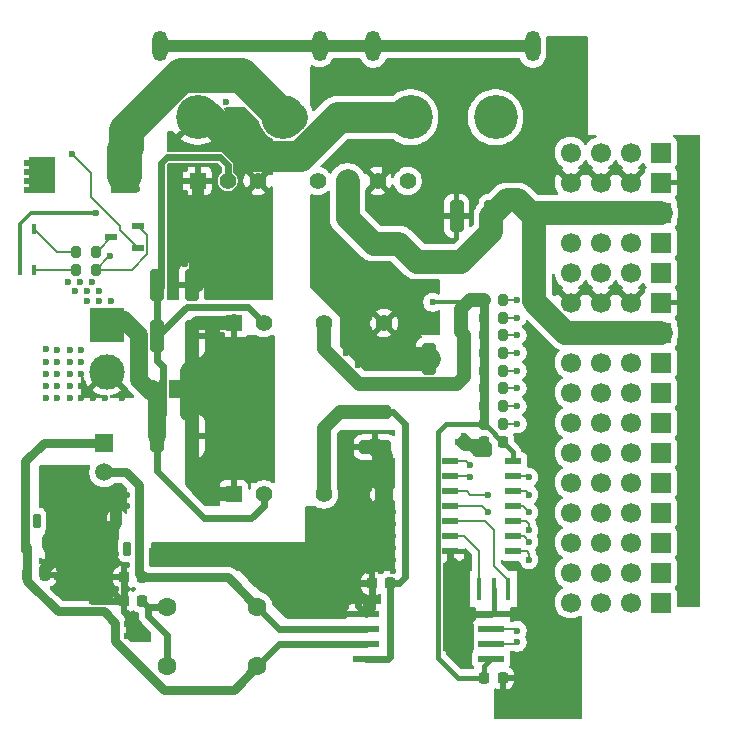
<source format=gtl>
%TF.GenerationSoftware,KiCad,Pcbnew,9.0.4*%
%TF.CreationDate,2025-11-06T05:08:32+09:00*%
%TF.ProjectId,CAN_Isolation_mini,43414e5f-4973-46f6-9c61-74696f6e5f6d,Ver.1.1*%
%TF.SameCoordinates,Original*%
%TF.FileFunction,Copper,L1,Top*%
%TF.FilePolarity,Positive*%
%FSLAX46Y46*%
G04 Gerber Fmt 4.6, Leading zero omitted, Abs format (unit mm)*
G04 Created by KiCad (PCBNEW 9.0.4) date 2025-11-06 05:08:32*
%MOMM*%
%LPD*%
G01*
G04 APERTURE LIST*
G04 Aperture macros list*
%AMRoundRect*
0 Rectangle with rounded corners*
0 $1 Rounding radius*
0 $2 $3 $4 $5 $6 $7 $8 $9 X,Y pos of 4 corners*
0 Add a 4 corners polygon primitive as box body*
4,1,4,$2,$3,$4,$5,$6,$7,$8,$9,$2,$3,0*
0 Add four circle primitives for the rounded corners*
1,1,$1+$1,$2,$3*
1,1,$1+$1,$4,$5*
1,1,$1+$1,$6,$7*
1,1,$1+$1,$8,$9*
0 Add four rect primitives between the rounded corners*
20,1,$1+$1,$2,$3,$4,$5,0*
20,1,$1+$1,$4,$5,$6,$7,0*
20,1,$1+$1,$6,$7,$8,$9,0*
20,1,$1+$1,$8,$9,$2,$3,0*%
G04 Aperture macros list end*
%TA.AperFunction,SMDPad,CuDef*%
%ADD10R,2.200000X3.100000*%
%TD*%
%TA.AperFunction,SMDPad,CuDef*%
%ADD11RoundRect,0.225000X-0.225000X-0.250000X0.225000X-0.250000X0.225000X0.250000X-0.225000X0.250000X0*%
%TD*%
%TA.AperFunction,SMDPad,CuDef*%
%ADD12RoundRect,0.200000X-0.200000X-0.275000X0.200000X-0.275000X0.200000X0.275000X-0.200000X0.275000X0*%
%TD*%
%TA.AperFunction,SMDPad,CuDef*%
%ADD13R,2.253927X0.622132*%
%TD*%
%TA.AperFunction,ComponentPad*%
%ADD14R,1.700000X1.700000*%
%TD*%
%TA.AperFunction,ComponentPad*%
%ADD15C,1.700000*%
%TD*%
%TA.AperFunction,ComponentPad*%
%ADD16R,3.000000X3.000000*%
%TD*%
%TA.AperFunction,ComponentPad*%
%ADD17C,3.000000*%
%TD*%
%TA.AperFunction,SMDPad,CuDef*%
%ADD18R,0.690000X0.320000*%
%TD*%
%TA.AperFunction,SMDPad,CuDef*%
%ADD19R,1.000000X1.600000*%
%TD*%
%TA.AperFunction,SMDPad,CuDef*%
%ADD20RoundRect,0.250000X-0.325000X-1.100000X0.325000X-1.100000X0.325000X1.100000X-0.325000X1.100000X0*%
%TD*%
%TA.AperFunction,ComponentPad*%
%ADD21C,1.600000*%
%TD*%
%TA.AperFunction,ComponentPad*%
%ADD22C,3.716000*%
%TD*%
%TA.AperFunction,ComponentPad*%
%ADD23O,1.300000X2.600000*%
%TD*%
%TA.AperFunction,SMDPad,CuDef*%
%ADD24R,1.016000X0.558800*%
%TD*%
%TA.AperFunction,SMDPad,CuDef*%
%ADD25RoundRect,0.075000X0.225000X-0.540000X0.225000X0.540000X-0.225000X0.540000X-0.225000X-0.540000X0*%
%TD*%
%TA.AperFunction,SMDPad,CuDef*%
%ADD26R,0.393700X0.812800*%
%TD*%
%TA.AperFunction,ComponentPad*%
%ADD27R,1.397000X1.397000*%
%TD*%
%TA.AperFunction,ComponentPad*%
%ADD28C,1.397000*%
%TD*%
%TA.AperFunction,SMDPad,CuDef*%
%ADD29R,1.397000X0.558800*%
%TD*%
%TA.AperFunction,SMDPad,CuDef*%
%ADD30RoundRect,0.225000X0.225000X0.250000X-0.225000X0.250000X-0.225000X-0.250000X0.225000X-0.250000X0*%
%TD*%
%TA.AperFunction,SMDPad,CuDef*%
%ADD31RoundRect,0.250000X0.325000X1.100000X-0.325000X1.100000X-0.325000X-1.100000X0.325000X-1.100000X0*%
%TD*%
%TA.AperFunction,SMDPad,CuDef*%
%ADD32R,0.400000X1.900000*%
%TD*%
%TA.AperFunction,SMDPad,CuDef*%
%ADD33RoundRect,0.250000X-1.100000X0.325000X-1.100000X-0.325000X1.100000X-0.325000X1.100000X0.325000X0*%
%TD*%
%TA.AperFunction,SMDPad,CuDef*%
%ADD34RoundRect,0.075000X-0.225000X0.540000X-0.225000X-0.540000X0.225000X-0.540000X0.225000X0.540000X0*%
%TD*%
%TA.AperFunction,ComponentPad*%
%ADD35R,1.508000X1.508000*%
%TD*%
%TA.AperFunction,ComponentPad*%
%ADD36C,1.508000*%
%TD*%
%TA.AperFunction,ViaPad*%
%ADD37C,0.600000*%
%TD*%
%TA.AperFunction,Conductor*%
%ADD38C,0.600000*%
%TD*%
%TA.AperFunction,Conductor*%
%ADD39C,1.500000*%
%TD*%
%TA.AperFunction,Conductor*%
%ADD40C,2.600000*%
%TD*%
%TA.AperFunction,Conductor*%
%ADD41C,0.400000*%
%TD*%
%TA.AperFunction,Conductor*%
%ADD42C,1.200000*%
%TD*%
%TA.AperFunction,Conductor*%
%ADD43C,1.100000*%
%TD*%
%TA.AperFunction,Conductor*%
%ADD44C,1.000000*%
%TD*%
%TA.AperFunction,Conductor*%
%ADD45C,0.200000*%
%TD*%
%TA.AperFunction,Conductor*%
%ADD46C,0.800000*%
%TD*%
%TA.AperFunction,Conductor*%
%ADD47C,2.000000*%
%TD*%
%TA.AperFunction,Conductor*%
%ADD48C,0.300000*%
%TD*%
%TA.AperFunction,Conductor*%
%ADD49C,3.000000*%
%TD*%
%TA.AperFunction,Conductor*%
%ADD50C,2.800000*%
%TD*%
G04 APERTURE END LIST*
D10*
%TO.P,D3,A*%
%TO.N,BAT_12V*%
X92388363Y-81280000D03*
%TO.P,D3,C*%
%TO.N,Net-(D3-PadC)*%
X99388363Y-81280000D03*
%TD*%
D11*
%TO.P,C7,1*%
%TO.N,GND_VP*%
X129882095Y-103809000D03*
%TO.P,C7,2*%
%TO.N,+3.3VP*%
X131432095Y-103809000D03*
%TD*%
D12*
%TO.P,R9,1*%
%TO.N,Net-(LED1-Pad1)*%
X95332095Y-89294905D03*
%TO.P,R9,2*%
%TO.N,GND_VP*%
X96982095Y-89294905D03*
%TD*%
D13*
%TO.P,U2,1,VCC1*%
%TO.N,+3.3VP*%
X130457618Y-122214000D03*
%TO.P,U2,2,TXD*%
%TO.N,Net-(U1-TXCAN)*%
X130457618Y-120944000D03*
%TO.P,U2,3,RXD*%
%TO.N,Net-(U1-RXCAN)*%
X130457618Y-119674000D03*
%TO.P,U2,4,GND1*%
%TO.N,GND_VP*%
X130457618Y-118404000D03*
%TO.P,U2,5,GND2*%
%TO.N,GND_5VCAN*%
X119856572Y-118404000D03*
%TO.P,U2,6,CANL*%
%TO.N,CAN_L*%
X119856572Y-119674000D03*
%TO.P,U2,7,CANH*%
%TO.N,CAN_H*%
X119856572Y-120944000D03*
%TO.P,U2,8,VCC2*%
%TO.N,+5VCAN*%
X119856572Y-122214000D03*
%TD*%
D14*
%TO.P,J6,1,Pin_1*%
%TO.N,unconnected-(J6-Pin_1-Pad1)*%
X144810000Y-89500000D03*
D15*
%TO.P,J6,2,Pin_2*%
%TO.N,unconnected-(J6-Pin_2-Pad2)*%
X142270000Y-89500000D03*
%TO.P,J6,3,Pin_3*%
%TO.N,unconnected-(J6-Pin_3-Pad3)*%
X139730000Y-89500000D03*
%TO.P,J6,4,Pin_4*%
%TO.N,unconnected-(J6-Pin_4-Pad4)*%
X137190000Y-89500000D03*
%TD*%
D14*
%TO.P,J3,1,Pin_1*%
%TO.N,GND_VP*%
X144810000Y-81880000D03*
D15*
%TO.P,J3,2,Pin_2*%
X142270000Y-81880000D03*
%TO.P,J3,3,Pin_3*%
X139730000Y-81880000D03*
%TO.P,J3,4,Pin_4*%
X137190000Y-81880000D03*
%TD*%
D11*
%TO.P,C10,1*%
%TO.N,CAN_H*%
X91165000Y-115110000D03*
%TO.P,C10,2*%
%TO.N,GND_5VCAN*%
X92715000Y-115110000D03*
%TD*%
D14*
%TO.P,J8,1,Pin_1*%
%TO.N,+5VP*%
X144810000Y-94580000D03*
D15*
%TO.P,J8,2,Pin_2*%
X142270000Y-94580000D03*
%TO.P,J8,3,Pin_3*%
X139730000Y-94580000D03*
%TO.P,J8,4,Pin_4*%
X137190000Y-94580000D03*
%TD*%
D16*
%TO.P,X1,1*%
%TO.N,BAT_12V*%
X97922500Y-93930000D03*
D17*
%TO.P,X1,2*%
%TO.N,BAT_GND*%
X97922500Y-97890000D03*
%TD*%
D14*
%TO.P,J11,1,Pin_1*%
%TO.N,CAN_LED*%
X144810000Y-102200000D03*
D15*
%TO.P,J11,2,Pin_2*%
X142270000Y-102200000D03*
%TO.P,J11,3,Pin_3*%
X139730000Y-102200000D03*
%TO.P,J11,4,Pin_4*%
X137190000Y-102200000D03*
%TD*%
D14*
%TO.P,J17,1,Pin_1*%
%TO.N,unconnected-(J17-Pin_1-Pad1)*%
X144810000Y-117440000D03*
D15*
%TO.P,J17,2,Pin_2*%
%TO.N,unconnected-(J17-Pin_2-Pad2)*%
X142270000Y-117440000D03*
%TO.P,J17,3,Pin_3*%
%TO.N,unconnected-(J17-Pin_3-Pad3)*%
X139730000Y-117440000D03*
%TO.P,J17,4,Pin_4*%
%TO.N,unconnected-(J17-Pin_4-Pad4)*%
X137190000Y-117440000D03*
%TD*%
D18*
%TO.P,U5,1,GND*%
%TO.N,BAT_GND*%
X104677095Y-100045000D03*
%TO.P,U5,2,GND*%
X104677095Y-99395000D03*
%TO.P,U5,3,GND*%
X104677095Y-98745000D03*
%TO.P,U5,4,IN*%
%TO.N,BAT_12V*%
X102637095Y-98745000D03*
%TO.P,U5,5,IN*%
X102637095Y-99395000D03*
%TO.P,U5,6,IN*%
X102637095Y-100045000D03*
D19*
%TO.P,U5,7,GND*%
%TO.N,BAT_GND*%
X103657095Y-99395000D03*
%TD*%
D14*
%TO.P,J15,1,Pin_1*%
%TO.N,CAN_SCK*%
X144810000Y-112360000D03*
D15*
%TO.P,J15,2,Pin_2*%
X142270000Y-112360000D03*
%TO.P,J15,3,Pin_3*%
X139730000Y-112360000D03*
%TO.P,J15,4,Pin_4*%
X137190000Y-112360000D03*
%TD*%
D14*
%TO.P,J13,1,Pin_1*%
%TO.N,CAN_SDO*%
X144810000Y-107280000D03*
D15*
%TO.P,J13,2,Pin_2*%
X142270000Y-107280000D03*
%TO.P,J13,3,Pin_3*%
X139730000Y-107280000D03*
%TO.P,J13,4,Pin_4*%
X137190000Y-107280000D03*
%TD*%
D20*
%TO.P,C2,1*%
%TO.N,BAT_12V*%
X102182095Y-103309000D03*
%TO.P,C2,2*%
%TO.N,BAT_GND*%
X105132095Y-103309000D03*
%TD*%
D21*
%TO.P,R12,1*%
%TO.N,Net-(C12-Pad1)*%
X103037095Y-117809000D03*
%TO.P,R12,2*%
%TO.N,CAN_L*%
X110657095Y-117809000D03*
%TD*%
D11*
%TO.P,C5,1*%
%TO.N,+3.3VP*%
X129882095Y-123809000D03*
%TO.P,C5,2*%
%TO.N,GND_VP*%
X131432095Y-123809000D03*
%TD*%
D22*
%TO.P,J21,1,1*%
%TO.N,Net-(D3-PadC)*%
X112801000Y-76327000D03*
%TO.P,J21,2,2*%
%TO.N,BAT_GND*%
X105601000Y-76327000D03*
D23*
%TO.P,J21,S1,SHIELD*%
X115951000Y-70327000D03*
%TO.P,J21,S2,SHIELD*%
X102451000Y-70327000D03*
%TD*%
D24*
%TO.P,U6,1*%
%TO.N,CAN_LED*%
X100584000Y-87437001D03*
%TO.P,U6,2*%
%TO.N,GND_VP*%
X100584000Y-85536999D03*
%TO.P,U6,3*%
%TO.N,Net-(R10-Pad2)*%
X98298000Y-86487000D03*
%TD*%
D14*
%TO.P,J16,1,Pin_1*%
%TO.N,unconnected-(J16-Pin_1-Pad1)*%
X144810000Y-114900000D03*
D15*
%TO.P,J16,2,Pin_2*%
%TO.N,unconnected-(J16-Pin_2-Pad2)*%
X142270000Y-114900000D03*
%TO.P,J16,3,Pin_3*%
%TO.N,unconnected-(J16-Pin_3-Pad3)*%
X139730000Y-114900000D03*
%TO.P,J16,4,Pin_4*%
%TO.N,unconnected-(J16-Pin_4-Pad4)*%
X137190000Y-114900000D03*
%TD*%
D14*
%TO.P,J7,1,Pin_1*%
%TO.N,GND_VP*%
X144810000Y-92040000D03*
D15*
%TO.P,J7,2,Pin_2*%
X142270000Y-92040000D03*
%TO.P,J7,3,Pin_3*%
X139730000Y-92040000D03*
%TO.P,J7,4,Pin_4*%
X137190000Y-92040000D03*
%TD*%
D11*
%TO.P,C11,1*%
%TO.N,GND_5VCAN*%
X99382095Y-115309000D03*
%TO.P,C11,2*%
%TO.N,CAN_L*%
X100932095Y-115309000D03*
%TD*%
D25*
%TO.P,D1,1*%
%TO.N,CAN_H*%
X91030000Y-112640000D03*
%TO.P,D1,2*%
%TO.N,GND_5VCAN*%
X92930000Y-112640000D03*
%TO.P,D1,3*%
%TO.N,unconnected-(D1-Pad3)*%
X91980000Y-110520000D03*
%TD*%
D26*
%TO.P,LED2,1*%
%TO.N,Net-(LED2-Pad1)*%
X91760345Y-85794905D03*
%TO.P,LED2,2*%
%TO.N,+3.3VP*%
X90553845Y-85794905D03*
%TD*%
D14*
%TO.P,J10,1,Pin_1*%
%TO.N,unconnected-(J10-Pin_1-Pad1)*%
X144810000Y-99660000D03*
D15*
%TO.P,J10,2,Pin_2*%
%TO.N,unconnected-(J10-Pin_2-Pad2)*%
X142270000Y-99660000D03*
%TO.P,J10,3,Pin_3*%
%TO.N,unconnected-(J10-Pin_3-Pad3)*%
X139730000Y-99660000D03*
%TO.P,J10,4,Pin_4*%
%TO.N,unconnected-(J10-Pin_4-Pad4)*%
X137190000Y-99660000D03*
%TD*%
D20*
%TO.P,C8,1*%
%TO.N,BAT_12V*%
X102157000Y-90551000D03*
%TO.P,C8,2*%
%TO.N,BAT_GND*%
X105107000Y-90551000D03*
%TD*%
D27*
%TO.P,U3,1,-VIN*%
%TO.N,BAT_GND*%
X108680095Y-93785000D03*
D28*
%TO.P,U3,2,+VIN*%
%TO.N,BAT_12V*%
X111220095Y-93785000D03*
%TO.P,U3,3,+VOUT*%
%TO.N,+3.3VP*%
X116300095Y-93785000D03*
%TO.P,U3,4,-VOUT*%
%TO.N,GND_VP*%
X121380095Y-93785000D03*
%TD*%
D27*
%TO.P,U4,1,-VIN*%
%TO.N,BAT_GND*%
X108680095Y-108285000D03*
D28*
%TO.P,U4,2,+VIN*%
%TO.N,BAT_12V*%
X111220095Y-108285000D03*
%TO.P,U4,3,+VOUT*%
%TO.N,+5VCAN*%
X116300095Y-108285000D03*
%TO.P,U4,4,-VOUT*%
%TO.N,GND_5VCAN*%
X121380095Y-108285000D03*
%TD*%
D14*
%TO.P,J9,1,Pin_1*%
%TO.N,unconnected-(J9-Pin_1-Pad1)*%
X144810000Y-97120000D03*
D15*
%TO.P,J9,2,Pin_2*%
%TO.N,unconnected-(J9-Pin_2-Pad2)*%
X142270000Y-97120000D03*
%TO.P,J9,3,Pin_3*%
%TO.N,unconnected-(J9-Pin_3-Pad3)*%
X139730000Y-97120000D03*
%TO.P,J9,4,Pin_4*%
%TO.N,unconnected-(J9-Pin_4-Pad4)*%
X137190000Y-97120000D03*
%TD*%
D12*
%TO.P,R5,1*%
%TO.N,+3.3VP*%
X129832095Y-96309000D03*
%TO.P,R5,2*%
%TO.N,CAN_GPIO0*%
X131482095Y-96309000D03*
%TD*%
%TO.P,R3,1*%
%TO.N,+3.3VP*%
X129832095Y-99309000D03*
%TO.P,R3,2*%
%TO.N,CAN_SDI*%
X131482095Y-99309000D03*
%TD*%
D29*
%TO.P,U1,1,TXCAN*%
%TO.N,Net-(U1-TXCAN)*%
X127002795Y-105499000D03*
%TO.P,U1,2,RXCAN*%
%TO.N,Net-(U1-RXCAN)*%
X127002795Y-106769000D03*
%TO.P,U1,3,CLKO/SOF*%
%TO.N,CAN_CLK*%
X127002795Y-108039000D03*
%TO.P,U1,4,\u002AINT*%
%TO.N,CAN_INT*%
X127002795Y-109309000D03*
%TO.P,U1,5,OSC2*%
%TO.N,Net-(U1-OSC2)*%
X127002795Y-110579000D03*
%TO.P,U1,6,OSC1*%
%TO.N,Net-(U1-OSC1)*%
X127002795Y-111849000D03*
%TO.P,U1,7,VSS*%
%TO.N,GND_VP*%
X127002795Y-113119000D03*
%TO.P,U1,8,\u002AINT1/GPIO1*%
%TO.N,CAN_GPIO1*%
X132311395Y-113119000D03*
%TO.P,U1,9,\u002AINT0/GPIO0/XSTBY*%
%TO.N,CAN_GPIO0*%
X132311395Y-111849000D03*
%TO.P,U1,10,SCK*%
%TO.N,CAN_SCK*%
X132311395Y-110579000D03*
%TO.P,U1,11,SDI*%
%TO.N,CAN_SDI*%
X132311395Y-109309000D03*
%TO.P,U1,12,SDO*%
%TO.N,CAN_SDO*%
X132311395Y-108039000D03*
%TO.P,U1,13,NCS*%
%TO.N,CAN_CS*%
X132311395Y-106769000D03*
%TO.P,U1,14,VDD*%
%TO.N,+3.3VP*%
X132311395Y-105499000D03*
%TD*%
D26*
%TO.P,LED1,1*%
%TO.N,Net-(LED1-Pad1)*%
X91760345Y-89294905D03*
%TO.P,LED1,2*%
%TO.N,+3.3VP*%
X90553845Y-89294905D03*
%TD*%
D27*
%TO.P,U7,1,-VIN*%
%TO.N,BAT_GND*%
X105608000Y-81741000D03*
D28*
%TO.P,U7,2,+VIN*%
%TO.N,BAT_12V*%
X108148000Y-81741000D03*
%TO.P,U7,3,RC*%
%TO.N,BAT_GND*%
X110688000Y-81741000D03*
%TO.P,U7,5,NC*%
%TO.N,unconnected-(U7-NC-Pad5)*%
X115768000Y-81741000D03*
%TO.P,U7,6,+VOUT*%
%TO.N,+5VP*%
X118308000Y-81741000D03*
%TO.P,U7,7,-VOUT*%
%TO.N,GND_VP*%
X120848000Y-81741000D03*
%TO.P,U7,8,NC*%
%TO.N,unconnected-(U7-NC-Pad8)*%
X123388000Y-81741000D03*
%TD*%
D12*
%TO.P,R2,1*%
%TO.N,+3.3VP*%
X129832095Y-100809000D03*
%TO.P,R2,2*%
%TO.N,CAN_SDO*%
X131482095Y-100809000D03*
%TD*%
D20*
%TO.P,C1,1*%
%TO.N,BAT_12V*%
X102182095Y-94895000D03*
%TO.P,C1,2*%
%TO.N,BAT_GND*%
X105132095Y-94895000D03*
%TD*%
D30*
%TO.P,C6,1*%
%TO.N,+5VCAN*%
X121932095Y-115809000D03*
%TO.P,C6,2*%
%TO.N,GND_5VCAN*%
X120382095Y-115809000D03*
%TD*%
%TO.P,C12,1*%
%TO.N,Net-(C12-Pad1)*%
X100932095Y-117309000D03*
%TO.P,C12,2*%
%TO.N,GND_5VCAN*%
X99382095Y-117309000D03*
%TD*%
D21*
%TO.P,R11,1*%
%TO.N,CAN_H*%
X110657095Y-122809000D03*
%TO.P,R11,2*%
%TO.N,Net-(C12-Pad1)*%
X103037095Y-122809000D03*
%TD*%
D31*
%TO.P,C3,1*%
%TO.N,+3.3VP*%
X128132095Y-96809000D03*
%TO.P,C3,2*%
%TO.N,GND_VP*%
X125182095Y-96809000D03*
%TD*%
D14*
%TO.P,J2,1,Pin_1*%
%TO.N,unconnected-(J2-Pin_1-Pad1)*%
X144810000Y-79340000D03*
D15*
%TO.P,J2,2,Pin_2*%
%TO.N,unconnected-(J2-Pin_2-Pad2)*%
X142270000Y-79340000D03*
%TO.P,J2,3,Pin_3*%
%TO.N,unconnected-(J2-Pin_3-Pad3)*%
X139730000Y-79340000D03*
%TO.P,J2,4,Pin_4*%
%TO.N,unconnected-(J2-Pin_4-Pad4)*%
X137190000Y-79340000D03*
%TD*%
D14*
%TO.P,J5,1,Pin_1*%
%TO.N,unconnected-(J5-Pin_1-Pad1)*%
X144810000Y-86960000D03*
D15*
%TO.P,J5,2,Pin_2*%
%TO.N,unconnected-(J5-Pin_2-Pad2)*%
X142270000Y-86960000D03*
%TO.P,J5,3,Pin_3*%
%TO.N,unconnected-(J5-Pin_3-Pad3)*%
X139730000Y-86960000D03*
%TO.P,J5,4,Pin_4*%
%TO.N,unconnected-(J5-Pin_4-Pad4)*%
X137190000Y-86960000D03*
%TD*%
D32*
%TO.P,Y1,1*%
%TO.N,Net-(U1-OSC2)*%
X131857095Y-116309000D03*
%TO.P,Y1,2*%
%TO.N,GND_VP*%
X130657095Y-116309000D03*
%TO.P,Y1,3*%
%TO.N,Net-(U1-OSC1)*%
X129457095Y-116309000D03*
%TD*%
D33*
%TO.P,C4,1*%
%TO.N,+5VCAN*%
X120657095Y-101334000D03*
%TO.P,C4,2*%
%TO.N,GND_5VCAN*%
X120657095Y-104284000D03*
%TD*%
D31*
%TO.P,C9,1*%
%TO.N,+5VP*%
X130475000Y-84700000D03*
%TO.P,C9,2*%
%TO.N,GND_VP*%
X127525000Y-84700000D03*
%TD*%
D34*
%TO.P,D2,1*%
%TO.N,CAN_L*%
X100607095Y-110749000D03*
%TO.P,D2,2*%
%TO.N,GND_5VCAN*%
X98707095Y-110749000D03*
%TO.P,D2,3*%
%TO.N,unconnected-(D2-Pad3)*%
X99657095Y-112869000D03*
%TD*%
D14*
%TO.P,J14,1,Pin_1*%
%TO.N,CAN_SDI*%
X144810000Y-109820000D03*
D15*
%TO.P,J14,2,Pin_2*%
X142270000Y-109820000D03*
%TO.P,J14,3,Pin_3*%
X139730000Y-109820000D03*
%TO.P,J14,4,Pin_4*%
X137190000Y-109820000D03*
%TD*%
D14*
%TO.P,J4,1,Pin_1*%
%TO.N,+5VP*%
X144810000Y-84420000D03*
D15*
%TO.P,J4,2,Pin_2*%
X142270000Y-84420000D03*
%TO.P,J4,3,Pin_3*%
X139730000Y-84420000D03*
%TO.P,J4,4,Pin_4*%
X137190000Y-84420000D03*
%TD*%
D14*
%TO.P,J12,1,Pin_1*%
%TO.N,CAN_CS*%
X144810000Y-104740000D03*
D15*
%TO.P,J12,2,Pin_2*%
X142270000Y-104740000D03*
%TO.P,J12,3,Pin_3*%
X139730000Y-104740000D03*
%TO.P,J12,4,Pin_4*%
X137190000Y-104740000D03*
%TD*%
D12*
%TO.P,R10,1*%
%TO.N,Net-(LED2-Pad1)*%
X95314000Y-87757000D03*
%TO.P,R10,2*%
%TO.N,Net-(R10-Pad2)*%
X96964000Y-87757000D03*
%TD*%
%TO.P,R6,1*%
%TO.N,+3.3VP*%
X129832095Y-94809000D03*
%TO.P,R6,2*%
%TO.N,CAN_GPIO1*%
X131482095Y-94809000D03*
%TD*%
%TO.P,R1,1*%
%TO.N,+3.3VP*%
X129832095Y-102309000D03*
%TO.P,R1,2*%
%TO.N,CAN_CS*%
X131482095Y-102309000D03*
%TD*%
%TO.P,R7,1*%
%TO.N,+3.3VP*%
X129832095Y-91809000D03*
%TO.P,R7,2*%
%TO.N,CAN_CLK*%
X131482095Y-91809000D03*
%TD*%
%TO.P,R8,1*%
%TO.N,+3.3VP*%
X129832095Y-93309000D03*
%TO.P,R8,2*%
%TO.N,CAN_INT*%
X131482095Y-93309000D03*
%TD*%
D35*
%TO.P,J1,1,1*%
%TO.N,CAN_H*%
X97680000Y-103900000D03*
D36*
%TO.P,J1,2,2*%
%TO.N,CAN_L*%
X97680000Y-106400000D03*
%TD*%
D22*
%TO.P,J22,1,1*%
%TO.N,BAT_12V*%
X130835000Y-76358000D03*
%TO.P,J22,2,2*%
%TO.N,BAT_GND*%
X123635000Y-76358000D03*
D23*
%TO.P,J22,S1,SHIELD*%
X133985000Y-70358000D03*
%TO.P,J22,S2,SHIELD*%
X120485000Y-70358000D03*
%TD*%
D12*
%TO.P,R4,1*%
%TO.N,+3.3VP*%
X129832095Y-97809000D03*
%TO.P,R4,2*%
%TO.N,CAN_SCK*%
X131482095Y-97809000D03*
%TD*%
D37*
%TO.N,BAT_12V*%
X93091000Y-81788000D03*
X97282000Y-91948000D03*
X91821000Y-81788000D03*
X93091000Y-82550000D03*
X91186000Y-80264000D03*
X97282000Y-91059000D03*
X91186000Y-81026000D03*
X91821000Y-81026000D03*
X91821000Y-80264000D03*
X93091000Y-80264000D03*
X92456000Y-82550000D03*
X91186000Y-82550000D03*
X96647000Y-90297000D03*
X92456000Y-81788000D03*
X91186000Y-81788000D03*
X93091000Y-81026000D03*
X91821000Y-82550000D03*
X96266000Y-91948000D03*
X94615000Y-90297000D03*
X95250000Y-91059000D03*
X95631000Y-90297000D03*
X98298000Y-91948000D03*
X96266000Y-91059000D03*
X92456000Y-80264000D03*
X92456000Y-81026000D03*
%TO.N,BAT_GND*%
X110657095Y-97785000D03*
X109657095Y-102809000D03*
X93730000Y-96020000D03*
X107657095Y-95809000D03*
X110000000Y-89700000D03*
X110000000Y-91500000D03*
X108000000Y-77100000D03*
X111657095Y-97809000D03*
X106657095Y-101809000D03*
X108657095Y-98809000D03*
X109998000Y-82741000D03*
X94770000Y-100100000D03*
X106657095Y-98809000D03*
X106657095Y-97809000D03*
X106998000Y-86741000D03*
X95730000Y-96030000D03*
X109657095Y-98809000D03*
X107657095Y-100809000D03*
X108657095Y-103809000D03*
X110998000Y-86741000D03*
X92770000Y-100090000D03*
X103498000Y-85741000D03*
X108000000Y-76100000D03*
X103498000Y-83741000D03*
X108657095Y-95809000D03*
X95730000Y-97110000D03*
X109657095Y-105809000D03*
X108657095Y-96809000D03*
X94770000Y-97100000D03*
X107657095Y-106809000D03*
X109200000Y-77100000D03*
X109657095Y-104809000D03*
X93730000Y-99100000D03*
X107657095Y-96809000D03*
X96730000Y-100110000D03*
X108000000Y-75100000D03*
X106657095Y-100809000D03*
X108657095Y-105809000D03*
X106998000Y-85741000D03*
X109200000Y-78000000D03*
X94770000Y-98100000D03*
X92770000Y-98090000D03*
X108657095Y-106809000D03*
X103498000Y-86741000D03*
X109200000Y-78900000D03*
X110657095Y-100809000D03*
X108000000Y-91500000D03*
X110657095Y-96809000D03*
X107998000Y-85741000D03*
X95730000Y-100110000D03*
X108657095Y-99809000D03*
X111657095Y-102809000D03*
X95730000Y-98110000D03*
X108998000Y-84741000D03*
X110657095Y-103809000D03*
X92770000Y-97090000D03*
X93730000Y-100100000D03*
X107998000Y-84741000D03*
X104498000Y-86741000D03*
X111657095Y-103809000D03*
X109998000Y-87741000D03*
X109657095Y-103809000D03*
X109998000Y-84741000D03*
X111657095Y-96809000D03*
X107000000Y-91500000D03*
X109000000Y-89700000D03*
X107657095Y-102809000D03*
X108657095Y-101809000D03*
X104498000Y-83741000D03*
X108657095Y-100809000D03*
X109998000Y-83741000D03*
X109657095Y-101809000D03*
X110657095Y-98809000D03*
X107657095Y-98809000D03*
X107998000Y-88741000D03*
X109000000Y-91500000D03*
X103498000Y-84741000D03*
X94770000Y-96020000D03*
X104498000Y-81741000D03*
X106998000Y-80741000D03*
X111000000Y-91500000D03*
X111000000Y-89700000D03*
X106657095Y-103809000D03*
X111657095Y-98809000D03*
X94770000Y-99100000D03*
X108000000Y-89700000D03*
X103498000Y-80741000D03*
X108657095Y-97809000D03*
X111657095Y-105809000D03*
X108657095Y-104809000D03*
X109201000Y-76100000D03*
X108998000Y-83741000D03*
X107657095Y-103809000D03*
X106657095Y-95809000D03*
X109657095Y-96809000D03*
X109657095Y-95809000D03*
X109657095Y-106809000D03*
X107657095Y-104809000D03*
X111657095Y-95809000D03*
X110998000Y-88741000D03*
X107657095Y-105809000D03*
X108000000Y-78000000D03*
X106998000Y-84741000D03*
X108998000Y-86741000D03*
X103498000Y-81741000D03*
X109657095Y-100809000D03*
X108998000Y-87741000D03*
X104498000Y-85741000D03*
X110657095Y-104809000D03*
X108998000Y-82741000D03*
X110657095Y-102809000D03*
X92770000Y-96010000D03*
X109998000Y-86741000D03*
X104498000Y-87741000D03*
X104498000Y-82741000D03*
X92770000Y-99090000D03*
X106998000Y-83741000D03*
X104498000Y-84741000D03*
X110657095Y-95809000D03*
X110000000Y-90600000D03*
X110998000Y-85741000D03*
X99230000Y-100110000D03*
X110657095Y-99809000D03*
X107657095Y-101809000D03*
X109657095Y-97809000D03*
X109998000Y-85741000D03*
X95730000Y-99110000D03*
X111657095Y-106809000D03*
X110998000Y-83741000D03*
X106657095Y-105809000D03*
X110657095Y-105809000D03*
X108998000Y-85741000D03*
X111657095Y-101809000D03*
X107000000Y-90600000D03*
X110657095Y-101809000D03*
X106657095Y-102809000D03*
X107657095Y-97809000D03*
X107998000Y-87741000D03*
X106998000Y-88741000D03*
X104498000Y-88741000D03*
X111657095Y-104809000D03*
X111000000Y-90600000D03*
X104498000Y-80741000D03*
X108657095Y-102809000D03*
X111657095Y-100809000D03*
X106657095Y-104809000D03*
X107000000Y-89700000D03*
X107998000Y-83741000D03*
X106657095Y-106809000D03*
X109657095Y-99809000D03*
X109998000Y-88741000D03*
X109000000Y-90600000D03*
X93730000Y-97100000D03*
X110998000Y-87741000D03*
X107657095Y-94809000D03*
X110657095Y-106809000D03*
X106657095Y-99809000D03*
X97730000Y-100110000D03*
X108000000Y-90600000D03*
X103498000Y-87741000D03*
X111657095Y-99809000D03*
X107998000Y-86741000D03*
X106657095Y-96809000D03*
X103498000Y-82741000D03*
X110998000Y-84741000D03*
X106998000Y-82741000D03*
X107657095Y-99809000D03*
X93730000Y-98100000D03*
X106998000Y-87741000D03*
X106657095Y-94809000D03*
X108998000Y-88741000D03*
%TO.N,GND_5VCAN*%
X120157095Y-110809000D03*
X113157095Y-117809000D03*
X111157095Y-112809000D03*
X118157095Y-117809000D03*
X97657095Y-114294905D03*
X115157095Y-112809000D03*
X99600000Y-109300000D03*
X96657095Y-109294905D03*
X107157095Y-113809000D03*
X116157095Y-111809000D03*
X95657095Y-111294905D03*
X122157095Y-109809000D03*
X97657095Y-113294905D03*
X122157095Y-114809000D03*
X97657095Y-117294905D03*
X120157095Y-112809000D03*
X95657095Y-112294905D03*
X97657095Y-108294905D03*
X121157095Y-109809000D03*
X117157095Y-112809000D03*
X108157095Y-112809000D03*
X118157095Y-114809000D03*
X94657095Y-110294905D03*
X122157095Y-110809000D03*
X118157095Y-115809000D03*
X108157095Y-113809000D03*
X118157095Y-105809000D03*
X93700000Y-112320000D03*
X120157095Y-105809000D03*
X97657095Y-109294905D03*
X106157095Y-112809000D03*
X113157095Y-115809000D03*
X122157095Y-113809000D03*
X95657095Y-114294905D03*
X113157095Y-112809000D03*
X96657095Y-110294905D03*
X96657095Y-115294905D03*
X96657095Y-113294905D03*
X103157095Y-112809000D03*
X119157095Y-116809000D03*
X119157095Y-105809000D03*
X96657095Y-117294905D03*
X117157095Y-117809000D03*
X102157095Y-112809000D03*
X114157095Y-112809000D03*
X99657095Y-116294905D03*
X94657095Y-114294905D03*
X114157095Y-117809000D03*
X93700000Y-115290000D03*
X93657095Y-110294905D03*
X115157095Y-115809000D03*
X94657095Y-109294905D03*
X121157095Y-111809000D03*
X114157095Y-114809000D03*
X95657095Y-113294905D03*
X98600000Y-109300000D03*
X120157095Y-109809000D03*
X119157095Y-111809000D03*
X114157095Y-113809000D03*
X112157095Y-113809000D03*
X111157095Y-115809000D03*
X96657095Y-111294905D03*
X109157095Y-112809000D03*
X121157095Y-112809000D03*
X100657095Y-119294905D03*
X96657095Y-114294905D03*
X120157095Y-108809000D03*
X98600000Y-108300000D03*
X115157095Y-110809000D03*
X121157095Y-114809000D03*
X117157095Y-114809000D03*
X96657095Y-116294905D03*
X94657095Y-108294905D03*
X111157095Y-114809000D03*
X93650000Y-108290000D03*
X117157095Y-116809000D03*
X116157095Y-114809000D03*
X95657095Y-115294905D03*
X112157095Y-115809000D03*
X93650000Y-109320000D03*
X115157095Y-109809000D03*
X100657095Y-120294905D03*
X97657095Y-111294905D03*
X97657095Y-110294905D03*
X105157095Y-112809000D03*
X114157095Y-116809000D03*
X114157095Y-115809000D03*
X94650000Y-116310000D03*
X94657095Y-113294905D03*
X122157095Y-112809000D03*
X99657095Y-114294905D03*
X93657095Y-106294905D03*
X121157095Y-113809000D03*
X120157095Y-111809000D03*
X120157095Y-113809000D03*
X93690000Y-111290000D03*
X118157095Y-106809000D03*
X112157095Y-112809000D03*
X119157095Y-107809000D03*
X95657095Y-109294905D03*
X118157095Y-110809000D03*
X93657095Y-107294905D03*
X104157095Y-112809000D03*
X122157095Y-111809000D03*
X113157095Y-114809000D03*
X118157095Y-107809000D03*
X113157095Y-113809000D03*
X117157095Y-111809000D03*
X105157095Y-113809000D03*
X119157095Y-113809000D03*
X119157095Y-112809000D03*
X102157095Y-113809000D03*
X95657095Y-106294905D03*
X120157095Y-107809000D03*
X97657095Y-112294905D03*
X117157095Y-110809000D03*
X99600000Y-108300000D03*
X95657095Y-107294905D03*
X94657095Y-106294905D03*
X99657095Y-118294905D03*
X115157095Y-117809000D03*
X103157095Y-113809000D03*
X94657095Y-112294905D03*
X116157095Y-116809000D03*
X99657095Y-119294905D03*
X96657095Y-112294905D03*
X118157095Y-116809000D03*
X116157095Y-112809000D03*
X116157095Y-113809000D03*
X119157095Y-109809000D03*
X121157095Y-110809000D03*
X107157095Y-112809000D03*
X111157095Y-113809000D03*
X96657095Y-108294905D03*
X98657095Y-114294905D03*
X119157095Y-110809000D03*
X118157095Y-109809000D03*
X94657095Y-115294905D03*
X110157095Y-112809000D03*
X110157095Y-114809000D03*
X120157095Y-114809000D03*
X118157095Y-112809000D03*
X109157095Y-113809000D03*
X115157095Y-111809000D03*
X95657095Y-116294905D03*
X115157095Y-116809000D03*
X119157095Y-114809000D03*
X93657095Y-114294905D03*
X116157095Y-109809000D03*
X94657095Y-111294905D03*
X117157095Y-115809000D03*
X116157095Y-110809000D03*
X116157095Y-117809000D03*
X120157095Y-106809000D03*
X118157095Y-108809000D03*
X99657095Y-120294905D03*
X119157095Y-115809000D03*
X117157095Y-113809000D03*
X98657095Y-115294905D03*
X118157095Y-113809000D03*
X97657095Y-115294905D03*
X117157095Y-109809000D03*
X93670000Y-113310000D03*
X113157095Y-116809000D03*
X94657095Y-107294905D03*
X115157095Y-114809000D03*
X104157095Y-113809000D03*
X98657095Y-116294905D03*
X119157095Y-106809000D03*
X118157095Y-111809000D03*
X98657095Y-113294905D03*
X112157095Y-114809000D03*
X106157095Y-113809000D03*
X116157095Y-115809000D03*
X115157095Y-113809000D03*
X95657095Y-110294905D03*
X119157095Y-108809000D03*
X110157095Y-113809000D03*
X95657095Y-108294905D03*
X97657095Y-116294905D03*
%TO.N,CAN_CS*%
X133657095Y-106809000D03*
X132657095Y-102309000D03*
%TO.N,CAN_SDO*%
X133657095Y-108309000D03*
X132657095Y-100809000D03*
%TO.N,CAN_SDI*%
X133657095Y-109809000D03*
X132657095Y-99309000D03*
%TO.N,CAN_SCK*%
X132657095Y-97809000D03*
X133657095Y-111309000D03*
%TO.N,CAN_GPIO0*%
X132657095Y-96309000D03*
X133657095Y-112309000D03*
%TO.N,CAN_GPIO1*%
X133657095Y-113809000D03*
X132657095Y-94809000D03*
%TO.N,CAN_CLK*%
X130157095Y-108309000D03*
X132657095Y-91809000D03*
%TO.N,CAN_INT*%
X132657095Y-93309000D03*
X130157095Y-109809000D03*
%TO.N,Net-(U1-RXCAN)*%
X128657095Y-106809000D03*
X132657095Y-119809000D03*
%TO.N,Net-(U1-TXCAN)*%
X128657095Y-105809000D03*
X132657095Y-120809000D03*
%TO.N,CAN_LED*%
X94996000Y-79502000D03*
%TO.N,GND_VP*%
X122157095Y-96309000D03*
X119157095Y-97309000D03*
X121157095Y-91309000D03*
X133000000Y-80514095D03*
X125492000Y-84239000D03*
X123157095Y-97309000D03*
X127657095Y-119309000D03*
X122157095Y-92309000D03*
X125498000Y-81741000D03*
X118157095Y-95309000D03*
X126657095Y-120309000D03*
X120157095Y-96309000D03*
X130157095Y-104809000D03*
X134000000Y-123514095D03*
X128657095Y-119309000D03*
X128657095Y-103809000D03*
X122498000Y-85241000D03*
X120498000Y-79741000D03*
X122157095Y-97309000D03*
X121157095Y-95309000D03*
X128157095Y-104309000D03*
X124500000Y-84250000D03*
X121498000Y-85241000D03*
X123157095Y-93309000D03*
X127657095Y-118309000D03*
X126657095Y-119309000D03*
X121498000Y-79741000D03*
X125498000Y-80741000D03*
X128157095Y-103309000D03*
X127657095Y-116309000D03*
X120157095Y-91309000D03*
X126657095Y-114309000D03*
X127657095Y-103809000D03*
X134000000Y-124514095D03*
X123498000Y-79741000D03*
X120157095Y-92309000D03*
X124500000Y-85250000D03*
X119157095Y-93309000D03*
X123498000Y-83241000D03*
X122498000Y-80741000D03*
X120498000Y-84241000D03*
X123157095Y-92309000D03*
X127657095Y-120309000D03*
X119157095Y-94309000D03*
X127657095Y-114309000D03*
X120498000Y-83241000D03*
X119157095Y-96309000D03*
X125492000Y-85239000D03*
X118157095Y-92309000D03*
X122157095Y-91309000D03*
X125498000Y-79741000D03*
X121157095Y-97309000D03*
X118157095Y-93309000D03*
X127657095Y-115309000D03*
X133000000Y-124514095D03*
X132000000Y-125514095D03*
X122498000Y-83241000D03*
X127657095Y-117309000D03*
X137000000Y-77000000D03*
X118157095Y-96309000D03*
X124498000Y-80741000D03*
X122157095Y-95309000D03*
X122498000Y-79741000D03*
X133000000Y-123514095D03*
X119157095Y-95309000D03*
X121157095Y-92309000D03*
X134000000Y-125514095D03*
X131000000Y-80514095D03*
X123157095Y-96309000D03*
X121498000Y-83241000D03*
X121498000Y-84241000D03*
X126657095Y-116309000D03*
X118157095Y-94309000D03*
X134000000Y-80514095D03*
X133000000Y-125514095D03*
X126657095Y-117309000D03*
X130000000Y-80514095D03*
X124498000Y-83241000D03*
X123157095Y-95309000D03*
X121498000Y-80741000D03*
X120157095Y-94309000D03*
X127657095Y-121309000D03*
X120157095Y-95309000D03*
X121157095Y-96309000D03*
X126657095Y-115309000D03*
X118157095Y-91309000D03*
X136000000Y-77000000D03*
X128657095Y-121309000D03*
X132000000Y-80514095D03*
X120157095Y-97309000D03*
X119157095Y-92309000D03*
X129157095Y-104809000D03*
X135000000Y-80514095D03*
X124498000Y-79741000D03*
X123498000Y-85241000D03*
X123157095Y-91309000D03*
X126657095Y-121309000D03*
X119157095Y-91309000D03*
X128657095Y-120309000D03*
X125490000Y-83230000D03*
X126657095Y-118309000D03*
X123157095Y-94309000D03*
X120157095Y-93309000D03*
X98171000Y-88138000D03*
X123498000Y-84241000D03*
X122498000Y-84241000D03*
X138000000Y-77000000D03*
%TO.N,+3.3VP*%
X125500000Y-92014095D03*
X97028000Y-84455000D03*
%TO.N,+5VP*%
X124160500Y-88578500D03*
X123660500Y-88078500D03*
X122498000Y-87051000D03*
X121498000Y-87051000D03*
X123160500Y-87578500D03*
%TO.N,Net-(D3-PadC)*%
X100457000Y-81661000D03*
X99822000Y-81661000D03*
X98552000Y-82423000D03*
X99822000Y-80137000D03*
X98552000Y-80137000D03*
X99187000Y-82423000D03*
X98552000Y-80899000D03*
X99187000Y-81661000D03*
X99187000Y-80137000D03*
X99822000Y-82423000D03*
X100457000Y-80137000D03*
X98552000Y-81661000D03*
X100457000Y-82423000D03*
X99187000Y-80899000D03*
X99822000Y-80899000D03*
X100457000Y-80899000D03*
%TD*%
D38*
%TO.N,BAT_12V*%
X109835095Y-92400000D02*
X109500000Y-92400000D01*
D39*
X101600000Y-99511000D02*
X101716000Y-99395000D01*
D38*
X111220095Y-93785000D02*
X109835095Y-92400000D01*
X102182095Y-106334000D02*
X106157095Y-110309000D01*
X102523000Y-90741000D02*
X102523000Y-80216000D01*
X102998000Y-79741000D02*
X107498000Y-79741000D01*
X102637095Y-98745000D02*
X102637095Y-100045000D01*
X111220095Y-109246000D02*
X111220095Y-108285000D01*
X108148000Y-80391000D02*
X108148000Y-81741000D01*
D39*
X100657095Y-94794905D02*
X100657095Y-98568095D01*
X100657095Y-98568095D02*
X101600000Y-99511000D01*
D38*
X110157095Y-110309000D02*
X111220095Y-109246000D01*
X102182095Y-103309000D02*
X102182095Y-106334000D01*
D39*
X102103095Y-99511000D02*
X102182095Y-99590000D01*
D38*
X102637095Y-100045000D02*
X102637095Y-101465000D01*
D39*
X102182095Y-99590000D02*
X102182095Y-103309000D01*
X101600000Y-99511000D02*
X102103095Y-99511000D01*
D38*
X102182095Y-100834000D02*
X102182095Y-103309000D01*
X102182095Y-90284000D02*
X102525000Y-89941095D01*
X107498000Y-79741000D02*
X108148000Y-80391000D01*
D39*
X99407095Y-93544905D02*
X100657095Y-94794905D01*
D38*
X102182095Y-93809000D02*
X102182095Y-90284000D01*
X102182095Y-90284000D02*
X102452000Y-90014095D01*
X102637095Y-100379000D02*
X102182095Y-100834000D01*
X109500000Y-92400000D02*
X104677095Y-92400000D01*
X102523000Y-80216000D02*
X102998000Y-79741000D01*
X102637095Y-97415000D02*
X102182095Y-96960000D01*
X102637095Y-98745000D02*
X102637095Y-97415000D01*
X106157095Y-110309000D02*
X110157095Y-110309000D01*
X102182095Y-96960000D02*
X102182095Y-94895000D01*
X104677095Y-92400000D02*
X102182095Y-94895000D01*
D39*
X97857095Y-93544905D02*
X99407095Y-93544905D01*
D40*
%TO.N,BAT_GND*%
X114238338Y-79638400D02*
X109875082Y-79638400D01*
D41*
X104307095Y-98745000D02*
X103657095Y-99395000D01*
D42*
X105132095Y-100834000D02*
X104677095Y-100379000D01*
X104677095Y-98745000D02*
X104677095Y-100045000D01*
D41*
X104677095Y-99395000D02*
X103657095Y-99395000D01*
D43*
X104677095Y-98745000D02*
X104677095Y-99395000D01*
D42*
X105132095Y-94198000D02*
X105521095Y-93809000D01*
X105132095Y-107284000D02*
X106133095Y-108285000D01*
X104677095Y-97825000D02*
X104677095Y-98745000D01*
X105521095Y-93809000D02*
X108446190Y-93809000D01*
D40*
X117518738Y-76358000D02*
X114238338Y-79638400D01*
D43*
X104677095Y-99395000D02*
X104677095Y-100045000D01*
D42*
X105132095Y-103309000D02*
X105132095Y-107284000D01*
D41*
X97930000Y-97860000D02*
X97930000Y-97910000D01*
D44*
X102451000Y-70327000D02*
X115951000Y-70327000D01*
D42*
X105132095Y-94895000D02*
X105132095Y-94198000D01*
D40*
X123635000Y-76358000D02*
X117518738Y-76358000D01*
D42*
X105132095Y-100834000D02*
X105132095Y-103309000D01*
X108446190Y-93809000D02*
X108680095Y-93575095D01*
D44*
X115951000Y-70327000D02*
X120454000Y-70327000D01*
X120454000Y-70327000D02*
X120485000Y-70358000D01*
D41*
X104677095Y-100045000D02*
X104307095Y-100045000D01*
X104307095Y-100045000D02*
X103657095Y-99395000D01*
D42*
X105132095Y-97370000D02*
X104677095Y-97825000D01*
D41*
X104677095Y-98745000D02*
X104307095Y-98745000D01*
D42*
X105132095Y-97370000D02*
X105132095Y-94895000D01*
X104677095Y-101465000D02*
X104677095Y-100045000D01*
D44*
X120485000Y-70358000D02*
X133985000Y-70358000D01*
X105608000Y-81741000D02*
X105608000Y-90606000D01*
D40*
X106563682Y-76327000D02*
X105601000Y-76327000D01*
D42*
X106133095Y-108285000D02*
X108680095Y-108285000D01*
D40*
X109875082Y-79638400D02*
X106563682Y-76327000D01*
D44*
%TO.N,GND_5VCAN*%
X92930000Y-112640000D02*
X92930000Y-112050000D01*
D38*
X119157095Y-116809000D02*
X119157095Y-117704523D01*
D44*
X92715000Y-114605000D02*
X92715000Y-115110000D01*
X97656095Y-111800000D02*
X97162190Y-111800000D01*
D39*
X121380095Y-108285000D02*
X121380095Y-109032000D01*
D44*
X97162190Y-111800000D02*
X96657095Y-111294905D01*
D38*
X120382095Y-115809000D02*
X120382095Y-117878477D01*
D44*
X92930000Y-112640000D02*
X93330000Y-112240000D01*
D39*
X121380095Y-108285000D02*
X121380095Y-105007000D01*
D38*
X120382095Y-115809000D02*
X119157095Y-115809000D01*
X98214905Y-116294905D02*
X97657095Y-116294905D01*
D44*
X93650000Y-113670000D02*
X92715000Y-114605000D01*
D38*
X97657095Y-117294905D02*
X96657095Y-117294905D01*
D44*
X98707095Y-110749000D02*
X98707095Y-109407095D01*
X92930000Y-112050000D02*
X93690000Y-111290000D01*
D38*
X97671190Y-117309000D02*
X97657095Y-117294905D01*
D44*
X93650000Y-113360000D02*
X93650000Y-113670000D01*
X98707095Y-110749000D02*
X97656095Y-111800000D01*
D38*
X120382095Y-117878477D02*
X119856572Y-118404000D01*
X119157095Y-117704523D02*
X119856572Y-118404000D01*
D39*
X121380095Y-105007000D02*
X120657095Y-104284000D01*
D44*
X92930000Y-112640000D02*
X93650000Y-113360000D01*
D38*
X99229000Y-117309000D02*
X98214905Y-116294905D01*
X99382095Y-117309000D02*
X99229000Y-117309000D01*
X99382095Y-115309000D02*
X99382095Y-117309000D01*
D45*
X98707095Y-109407095D02*
X98600000Y-109300000D01*
D38*
X99382095Y-117309000D02*
X97671190Y-117309000D01*
%TO.N,+5VCAN*%
X122657095Y-115809000D02*
X123157095Y-115309000D01*
X123157095Y-102309000D02*
X122182095Y-101334000D01*
D42*
X116300095Y-106666000D02*
X116300095Y-102666000D01*
D38*
X121932095Y-115809000D02*
X122657095Y-115809000D01*
X122182095Y-101334000D02*
X120657095Y-101334000D01*
D42*
X116300095Y-108285000D02*
X116300095Y-106666000D01*
D38*
X123157095Y-115309000D02*
X123157095Y-102309000D01*
D42*
X116300095Y-102666000D02*
X117632095Y-101334000D01*
X117632095Y-101334000D02*
X120657095Y-101334000D01*
D38*
X121932095Y-122034000D02*
X121932095Y-115809000D01*
X119856572Y-122214000D02*
X121752095Y-122214000D01*
X121752095Y-122214000D02*
X121932095Y-122034000D01*
D46*
%TO.N,CAN_H*%
X91030000Y-105440000D02*
X92570000Y-103900000D01*
X92570000Y-103900000D02*
X97680000Y-103900000D01*
D38*
X112522095Y-120944000D02*
X110657095Y-122809000D01*
D46*
X91165000Y-115585000D02*
X93760000Y-118180000D01*
X108657095Y-124809000D02*
X110657095Y-122809000D01*
X98620000Y-119150000D02*
X98620000Y-120690000D01*
X98620000Y-120690000D02*
X102739000Y-124809000D01*
X102739000Y-124809000D02*
X108657095Y-124809000D01*
X91165000Y-112775000D02*
X91030000Y-112640000D01*
X91030000Y-112640000D02*
X91030000Y-105440000D01*
X91165000Y-115110000D02*
X91165000Y-115585000D01*
X93760000Y-118180000D02*
X97650000Y-118180000D01*
D38*
X119856572Y-120944000D02*
X112522095Y-120944000D01*
D46*
X97650000Y-118180000D02*
X98620000Y-119150000D01*
X91165000Y-115110000D02*
X91165000Y-112775000D01*
%TO.N,CAN_L*%
X100607095Y-107470000D02*
X100607095Y-110749000D01*
X100607095Y-114984000D02*
X100932095Y-115309000D01*
X100607095Y-107470000D02*
X99537095Y-106400000D01*
X100607095Y-110749000D02*
X100607095Y-114984000D01*
X100932095Y-115309000D02*
X108157095Y-115309000D01*
D38*
X119856572Y-119674000D02*
X112522095Y-119674000D01*
X112522095Y-119674000D02*
X110657095Y-117809000D01*
D46*
X108157095Y-115309000D02*
X110657095Y-117809000D01*
X99537095Y-106400000D02*
X97680000Y-106400000D01*
D38*
%TO.N,Net-(C12-Pad1)*%
X103037095Y-117809000D02*
X101432095Y-117809000D01*
X103037095Y-120189000D02*
X103037095Y-122809000D01*
X101432095Y-118584000D02*
X103037095Y-120189000D01*
X101432095Y-117809000D02*
X101432095Y-118584000D01*
X101432095Y-117809000D02*
X100932095Y-117309000D01*
D45*
%TO.N,Net-(LED1-Pad1)*%
X91760345Y-89294905D02*
X95332095Y-89294905D01*
%TO.N,Net-(LED2-Pad1)*%
X95314000Y-87757000D02*
X93722440Y-87757000D01*
X93722440Y-87757000D02*
X91760345Y-85794905D01*
%TO.N,CAN_CS*%
X133657095Y-106809000D02*
X133617095Y-106769000D01*
X132657095Y-102309000D02*
X131482095Y-102309000D01*
X132311395Y-106769000D02*
X133617095Y-106769000D01*
%TO.N,CAN_SDO*%
X132311395Y-108039000D02*
X133387095Y-108039000D01*
X133657095Y-108309000D02*
X133387095Y-108039000D01*
X132657095Y-100809000D02*
X131482095Y-100809000D01*
%TO.N,CAN_SDI*%
X132311395Y-109309000D02*
X133157095Y-109309000D01*
X133157095Y-109309000D02*
X133657095Y-109809000D01*
X132657095Y-99309000D02*
X131482095Y-99309000D01*
%TO.N,CAN_SCK*%
X133427095Y-110579000D02*
X132311395Y-110579000D01*
X133657095Y-110809000D02*
X133427095Y-110579000D01*
X132657095Y-97809000D02*
X131482095Y-97809000D01*
X133657095Y-111309000D02*
X133657095Y-110809000D01*
%TO.N,CAN_GPIO0*%
X132311395Y-111849000D02*
X133197095Y-111849000D01*
X133197095Y-111849000D02*
X133657095Y-112309000D01*
X132657095Y-96309000D02*
X131482095Y-96309000D01*
%TO.N,CAN_GPIO1*%
X133657095Y-113309000D02*
X133467095Y-113119000D01*
X133657095Y-113809000D02*
X133657095Y-113309000D01*
X132657095Y-94809000D02*
X131482095Y-94809000D01*
X133467095Y-113119000D02*
X132311395Y-113119000D01*
%TO.N,CAN_CLK*%
X128657095Y-108309000D02*
X130157095Y-108309000D01*
X128387095Y-108039000D02*
X127002795Y-108039000D01*
X132657095Y-91809000D02*
X131482095Y-91809000D01*
X128387095Y-108039000D02*
X128657095Y-108309000D01*
%TO.N,CAN_INT*%
X129657095Y-109309000D02*
X130157095Y-109809000D01*
X127002795Y-109309000D02*
X129657095Y-109309000D01*
X132657095Y-93309000D02*
X131482095Y-93309000D01*
%TO.N,Net-(R10-Pad2)*%
X97218495Y-87566505D02*
X96964000Y-87566505D01*
X98298000Y-86487000D02*
X97218495Y-87566505D01*
%TO.N,Net-(U1-OSC2)*%
X130657095Y-111309000D02*
X130657095Y-114309000D01*
X130657095Y-114309000D02*
X131857095Y-115509000D01*
X127002795Y-110579000D02*
X129927095Y-110579000D01*
X129927095Y-110579000D02*
X130657095Y-111309000D01*
X131857095Y-115509000D02*
X131857095Y-116309000D01*
%TO.N,Net-(U1-OSC1)*%
X129457095Y-113109000D02*
X129457095Y-116309000D01*
X127002795Y-111849000D02*
X128197095Y-111849000D01*
X128197095Y-111849000D02*
X129457095Y-113109000D01*
%TO.N,Net-(U1-RXCAN)*%
X132657095Y-119809000D02*
X132522095Y-119674000D01*
X127002795Y-106769000D02*
X128617095Y-106769000D01*
X128657095Y-106809000D02*
X128617095Y-106769000D01*
X130457618Y-119674000D02*
X132522095Y-119674000D01*
%TO.N,Net-(U1-TXCAN)*%
X132522095Y-120944000D02*
X132657095Y-120809000D01*
X128347095Y-105499000D02*
X128657095Y-105809000D01*
X127002795Y-105499000D02*
X128347095Y-105499000D01*
X130457618Y-120944000D02*
X132522095Y-120944000D01*
%TO.N,CAN_LED*%
X94996000Y-79502000D02*
X96600000Y-81106000D01*
X96600000Y-83100000D02*
X99036999Y-85536999D01*
X96600000Y-81106000D02*
X96600000Y-83100000D01*
X99036999Y-85536999D02*
X99036999Y-85890000D01*
X99036999Y-85890000D02*
X100584000Y-87437001D01*
D38*
%TO.N,GND_VP*%
X127657095Y-119309000D02*
X128657095Y-119309000D01*
X126657095Y-119309000D02*
X127657095Y-119309000D01*
X126657095Y-117309000D02*
X127657095Y-117309000D01*
X128657095Y-103809000D02*
X128157095Y-103309000D01*
X126657095Y-118309000D02*
X127657095Y-118309000D01*
X129157095Y-104809000D02*
X130157095Y-104809000D01*
X128657095Y-121309000D02*
X127657095Y-121309000D01*
X129157095Y-104309000D02*
X128657095Y-103809000D01*
D45*
X101345400Y-87969801D02*
X101345400Y-86298399D01*
D38*
X126657095Y-119309000D02*
X126657095Y-118309000D01*
X126657095Y-116309000D02*
X127657095Y-116309000D01*
X127657095Y-117309000D02*
X127657095Y-118309000D01*
X127657095Y-114309000D02*
X127657095Y-115309000D01*
X128657095Y-103809000D02*
X127657095Y-103809000D01*
X128157095Y-104309000D02*
X128657095Y-104309000D01*
X128657095Y-103809000D02*
X128157095Y-104309000D01*
X128657095Y-104309000D02*
X129157095Y-104809000D01*
X129882095Y-103809000D02*
X129882095Y-104084000D01*
D47*
X125182095Y-96809000D02*
X124157095Y-96809000D01*
D45*
X96982095Y-89294905D02*
X100020296Y-89294905D01*
D38*
X127311395Y-113963300D02*
X127657095Y-114309000D01*
X130157095Y-104084000D02*
X129882095Y-103809000D01*
X127002795Y-113119000D02*
X127002795Y-113963300D01*
X128657095Y-120309000D02*
X127657095Y-120309000D01*
X128657095Y-119309000D02*
X128657095Y-120309000D01*
D45*
X100020296Y-89294905D02*
X101345400Y-87969801D01*
D41*
X130657095Y-116309000D02*
X130657095Y-118204523D01*
D45*
X122025000Y-91176905D02*
X122157095Y-91309000D01*
D38*
X129157095Y-104809000D02*
X129157095Y-104309000D01*
X127002795Y-113963300D02*
X127311395Y-113963300D01*
X126657095Y-120309000D02*
X127657095Y-120309000D01*
D45*
X101345400Y-86298399D02*
X100584000Y-85536999D01*
D38*
X127002795Y-113963300D02*
X126657095Y-114309000D01*
X127657095Y-118309000D02*
X127657095Y-119309000D01*
D45*
X98171000Y-88138000D02*
X98139000Y-88138000D01*
D41*
X130657095Y-118204523D02*
X130457618Y-118404000D01*
D38*
X126657095Y-115309000D02*
X127657095Y-115309000D01*
X127657095Y-119309000D02*
X127657095Y-120309000D01*
X126657095Y-117309000D02*
X126657095Y-116309000D01*
X127657095Y-115309000D02*
X127657095Y-116309000D01*
X126657095Y-120309000D02*
X126657095Y-119309000D01*
X127657095Y-120309000D02*
X127657095Y-121309000D01*
X129882095Y-104084000D02*
X129157095Y-104809000D01*
X128157095Y-104309000D02*
X127657095Y-103809000D01*
X126657095Y-121309000D02*
X126657095Y-120309000D01*
X126657095Y-116309000D02*
X126657095Y-115309000D01*
X127657095Y-116309000D02*
X127657095Y-117309000D01*
D45*
X98139000Y-88138000D02*
X96982095Y-89294905D01*
D38*
X126657095Y-118309000D02*
X126657095Y-117309000D01*
X130457618Y-118404000D02*
X127752095Y-118404000D01*
X127657095Y-103809000D02*
X128157095Y-103309000D01*
X130157095Y-104809000D02*
X130157095Y-104084000D01*
X128657095Y-120309000D02*
X128657095Y-121309000D01*
X127657095Y-121309000D02*
X126657095Y-121309000D01*
D41*
X127752095Y-118404000D02*
X127657095Y-118309000D01*
D38*
X129882095Y-103809000D02*
X128657095Y-103809000D01*
X126657095Y-115309000D02*
X126657095Y-114309000D01*
D46*
%TO.N,+3.3VP*%
X129832095Y-94809000D02*
X129832095Y-96309000D01*
X129832095Y-93309000D02*
X129832095Y-91809000D01*
D42*
X116300095Y-93785000D02*
X116300095Y-95941733D01*
X124000000Y-98912400D02*
X127553695Y-98912400D01*
D41*
X129882095Y-123809000D02*
X129882095Y-122789523D01*
X129832095Y-102309000D02*
X126657095Y-102309000D01*
X131432095Y-103809000D02*
X132311395Y-104688300D01*
D48*
X90553845Y-85398155D02*
X90553845Y-85794905D01*
X128452000Y-92014095D02*
X128657095Y-91809000D01*
D46*
X129832095Y-96309000D02*
X129832095Y-97809000D01*
D42*
X127907000Y-94558905D02*
X128132095Y-94784000D01*
D41*
X130157095Y-102584000D02*
X131382095Y-103809000D01*
D46*
X129832095Y-93309000D02*
X129832095Y-94809000D01*
D42*
X127907000Y-92559095D02*
X128657095Y-91809000D01*
X128132095Y-98334000D02*
X128132095Y-96809000D01*
X128657095Y-91809000D02*
X129000000Y-91809000D01*
X123000000Y-98912400D02*
X124000000Y-98912400D01*
D48*
X125500000Y-92014095D02*
X128452000Y-92014095D01*
D41*
X127657095Y-123809000D02*
X129882095Y-123809000D01*
X126657095Y-102309000D02*
X125950895Y-103015200D01*
D42*
X127907000Y-92559095D02*
X127907000Y-94558905D01*
D48*
X90553845Y-85794905D02*
X90553845Y-89294905D01*
D42*
X127553695Y-98912400D02*
X128132095Y-98334000D01*
D41*
X125950895Y-103015200D02*
X125950895Y-122102800D01*
D48*
X97028000Y-84455000D02*
X91497000Y-84455000D01*
D42*
X116300095Y-95941733D02*
X119270762Y-98912400D01*
D41*
X132311395Y-104688300D02*
X132311395Y-105499000D01*
D46*
X129832095Y-99309000D02*
X129832095Y-100809000D01*
D48*
X91497000Y-84455000D02*
X90553845Y-85398155D01*
D42*
X122000000Y-98912400D02*
X123000000Y-98912400D01*
D41*
X125950895Y-122102800D02*
X127657095Y-123809000D01*
D46*
X129832095Y-97809000D02*
X129832095Y-99309000D01*
D42*
X128132095Y-96809000D02*
X128132095Y-94784000D01*
X129000000Y-91809000D02*
X129832095Y-91809000D01*
D46*
X129832095Y-100809000D02*
X129832095Y-102309000D01*
D41*
X129882095Y-122789523D02*
X130457618Y-122214000D01*
D42*
X119270762Y-98912400D02*
X122000000Y-98912400D01*
D47*
%TO.N,+5VP*%
X139730000Y-84420000D02*
X142270000Y-84420000D01*
X130475000Y-86050000D02*
X130475000Y-84700000D01*
X136750000Y-94580000D02*
X144810000Y-94580000D01*
X120498000Y-87051000D02*
X121498000Y-87051000D01*
X122498000Y-87051000D02*
X122633000Y-87051000D01*
X118308000Y-84861000D02*
X120498000Y-87051000D01*
X118308000Y-81741000D02*
X118308000Y-84861000D01*
X123160500Y-87578500D02*
X123660500Y-88078500D01*
X133720000Y-84420000D02*
X134110495Y-84810495D01*
X134110495Y-84810495D02*
X134110495Y-91940495D01*
X122633000Y-87051000D02*
X123160500Y-87578500D01*
X133720000Y-84420000D02*
X137190000Y-84420000D01*
X127946500Y-88578500D02*
X130475000Y-86050000D01*
X123660500Y-88078500D02*
X124160500Y-88578500D01*
X121498000Y-87051000D02*
X122498000Y-87051000D01*
X132700000Y-83400000D02*
X133720000Y-84420000D01*
X142270000Y-84420000D02*
X144810000Y-84420000D01*
X131775000Y-83400000D02*
X132700000Y-83400000D01*
X124160500Y-88578500D02*
X127946500Y-88578500D01*
X137190000Y-84420000D02*
X139730000Y-84420000D01*
X134110495Y-91940495D02*
X136750000Y-94580000D01*
X130475000Y-84700000D02*
X131775000Y-83400000D01*
D49*
%TO.N,Net-(D3-PadC)*%
X99553400Y-78909125D02*
X99553400Y-77408730D01*
X99388363Y-79074162D02*
X99553400Y-78909125D01*
X109274000Y-72800000D02*
X112801000Y-76327000D01*
X99388363Y-81280000D02*
X99388363Y-79074162D01*
D50*
X112801000Y-76327000D02*
X113514422Y-76327000D01*
D49*
X104162130Y-72800000D02*
X109274000Y-72800000D01*
X99553400Y-77408730D02*
X104162130Y-72800000D01*
%TD*%
%TA.AperFunction,Conductor*%
%TO.N,BAT_GND*%
G36*
X107424634Y-93220185D02*
G01*
X107470389Y-93272989D01*
X107481595Y-93324500D01*
X107481595Y-93535000D01*
X108311168Y-93535000D01*
X108265887Y-93613429D01*
X108235595Y-93726480D01*
X108235595Y-93843520D01*
X108265887Y-93956571D01*
X108311168Y-94035000D01*
X107481595Y-94035000D01*
X107481595Y-94531344D01*
X107487996Y-94590872D01*
X107487998Y-94590879D01*
X107538240Y-94725586D01*
X107538244Y-94725593D01*
X107624404Y-94840687D01*
X107624407Y-94840690D01*
X107739501Y-94926850D01*
X107739508Y-94926854D01*
X107874215Y-94977096D01*
X107874222Y-94977098D01*
X107933750Y-94983499D01*
X107933767Y-94983500D01*
X108430095Y-94983500D01*
X108430095Y-94153927D01*
X108508524Y-94199208D01*
X108621575Y-94229500D01*
X108738615Y-94229500D01*
X108851666Y-94199208D01*
X108930095Y-94153927D01*
X108930095Y-94983500D01*
X109426423Y-94983500D01*
X109426439Y-94983499D01*
X109485967Y-94977098D01*
X109485974Y-94977096D01*
X109620681Y-94926854D01*
X109620683Y-94926852D01*
X109742884Y-94835374D01*
X109744765Y-94837887D01*
X109792478Y-94811834D01*
X109818836Y-94809000D01*
X110559014Y-94809000D01*
X110615307Y-94822514D01*
X110759839Y-94896157D01*
X110939328Y-94954477D01*
X111009229Y-94965548D01*
X111125727Y-94984000D01*
X111125732Y-94984000D01*
X111314463Y-94984000D01*
X111418015Y-94967598D01*
X111500862Y-94954477D01*
X111680351Y-94896157D01*
X111824882Y-94822514D01*
X111837884Y-94819393D01*
X111846241Y-94814023D01*
X111881176Y-94809000D01*
X112033095Y-94809000D01*
X112100134Y-94828685D01*
X112145889Y-94881489D01*
X112157095Y-94933000D01*
X112157095Y-107185000D01*
X112137410Y-107252039D01*
X112084606Y-107297794D01*
X112033095Y-107309000D01*
X111956898Y-107309000D01*
X111889859Y-107289315D01*
X111884013Y-107285318D01*
X111848511Y-107259525D01*
X111848510Y-107259524D01*
X111848508Y-107259523D01*
X111680351Y-107173843D01*
X111500862Y-107115523D01*
X111500860Y-107115522D01*
X111500858Y-107115522D01*
X111314463Y-107086000D01*
X111314458Y-107086000D01*
X111125732Y-107086000D01*
X111125727Y-107086000D01*
X110939331Y-107115522D01*
X110759836Y-107173844D01*
X110591678Y-107259525D01*
X110556177Y-107285318D01*
X110490371Y-107308798D01*
X110483292Y-107309000D01*
X110157095Y-107309000D01*
X110157095Y-107700459D01*
X110153973Y-107713461D01*
X110154965Y-107723346D01*
X110143580Y-107756754D01*
X110113080Y-107816614D01*
X110065106Y-107867410D01*
X109997285Y-107884205D01*
X109931150Y-107861668D01*
X109887698Y-107806953D01*
X109878595Y-107760319D01*
X109878595Y-107538672D01*
X109878594Y-107538655D01*
X109872193Y-107479127D01*
X109872191Y-107479120D01*
X109821949Y-107344413D01*
X109821945Y-107344406D01*
X109735785Y-107229312D01*
X109735782Y-107229309D01*
X109620688Y-107143149D01*
X109620681Y-107143145D01*
X109485974Y-107092903D01*
X109485967Y-107092901D01*
X109426439Y-107086500D01*
X108930095Y-107086500D01*
X108930095Y-107916072D01*
X108851666Y-107870792D01*
X108738615Y-107840500D01*
X108621575Y-107840500D01*
X108508524Y-107870792D01*
X108430095Y-107916072D01*
X108430095Y-107086500D01*
X107933750Y-107086500D01*
X107874222Y-107092901D01*
X107874215Y-107092903D01*
X107739508Y-107143145D01*
X107739501Y-107143149D01*
X107624407Y-107229309D01*
X107624404Y-107229312D01*
X107538244Y-107344406D01*
X107538240Y-107344413D01*
X107487998Y-107479120D01*
X107487996Y-107479127D01*
X107481595Y-107538655D01*
X107481595Y-108035000D01*
X108311168Y-108035000D01*
X108265887Y-108113429D01*
X108235595Y-108226480D01*
X108235595Y-108343520D01*
X108265887Y-108456571D01*
X108311168Y-108535000D01*
X107481595Y-108535000D01*
X107481595Y-109031344D01*
X107487996Y-109090872D01*
X107487997Y-109090876D01*
X107506941Y-109141666D01*
X107511925Y-109211358D01*
X107478440Y-109272681D01*
X107417117Y-109306166D01*
X107390759Y-109309000D01*
X106340535Y-109309000D01*
X106273496Y-109289315D01*
X106252854Y-109272681D01*
X105193414Y-108213241D01*
X105159929Y-108151918D01*
X105157095Y-108125560D01*
X105157095Y-105282999D01*
X105176780Y-105215960D01*
X105229584Y-105170205D01*
X105281095Y-105158999D01*
X105507067Y-105158999D01*
X105507081Y-105158998D01*
X105609792Y-105148505D01*
X105776214Y-105093358D01*
X105776219Y-105093356D01*
X105925440Y-105001315D01*
X106049410Y-104877345D01*
X106141451Y-104728124D01*
X106141453Y-104728119D01*
X106196600Y-104561697D01*
X106196601Y-104561690D01*
X106207094Y-104458986D01*
X106207095Y-104458973D01*
X106207095Y-103559000D01*
X105256095Y-103559000D01*
X105189056Y-103539315D01*
X105157095Y-103502430D01*
X105157095Y-103111355D01*
X105204584Y-103070206D01*
X105256095Y-103059000D01*
X106207094Y-103059000D01*
X106207094Y-102159028D01*
X106207093Y-102159013D01*
X106196600Y-102056302D01*
X106141453Y-101889880D01*
X106141451Y-101889875D01*
X106049410Y-101740654D01*
X105925440Y-101616684D01*
X105776219Y-101524643D01*
X105776214Y-101524641D01*
X105609792Y-101469494D01*
X105609785Y-101469493D01*
X105507081Y-101459000D01*
X105281095Y-101459000D01*
X105214056Y-101439315D01*
X105168301Y-101386511D01*
X105157095Y-101335000D01*
X105157095Y-96868999D01*
X105176780Y-96801960D01*
X105229584Y-96756205D01*
X105281095Y-96744999D01*
X105507067Y-96744999D01*
X105507081Y-96744998D01*
X105609792Y-96734505D01*
X105776214Y-96679358D01*
X105776219Y-96679356D01*
X105925440Y-96587315D01*
X106049410Y-96463345D01*
X106141451Y-96314124D01*
X106141453Y-96314119D01*
X106196600Y-96147697D01*
X106196601Y-96147690D01*
X106207094Y-96044986D01*
X106207095Y-96044973D01*
X106207095Y-95145000D01*
X105256095Y-95145000D01*
X105189056Y-95125315D01*
X105157095Y-95088430D01*
X105157095Y-94697355D01*
X105204584Y-94656206D01*
X105256095Y-94645000D01*
X106207094Y-94645000D01*
X106207094Y-93745028D01*
X106207093Y-93745013D01*
X106196600Y-93642302D01*
X106141453Y-93475880D01*
X106141451Y-93475875D01*
X106088234Y-93389597D01*
X106069794Y-93322204D01*
X106090717Y-93255541D01*
X106144359Y-93210771D01*
X106193773Y-93200500D01*
X107357595Y-93200500D01*
X107424634Y-93220185D01*
G37*
%TD.AperFunction*%
%TD*%
%TA.AperFunction,Conductor*%
%TO.N,BAT_GND*%
G36*
X109666219Y-75533780D02*
G01*
X109686861Y-75550414D01*
X110789940Y-76653493D01*
X110823425Y-76714816D01*
X110823873Y-76716964D01*
X110824506Y-76720144D01*
X110824507Y-76720149D01*
X110892732Y-76974770D01*
X110892735Y-76974777D01*
X110993607Y-77218303D01*
X110993612Y-77218314D01*
X111125409Y-77446592D01*
X111285879Y-77655722D01*
X111285885Y-77655729D01*
X111472270Y-77842114D01*
X111472277Y-77842120D01*
X111681407Y-78002590D01*
X111909689Y-78134389D01*
X111909691Y-78134390D01*
X111909693Y-78134391D01*
X111923449Y-78140089D01*
X111977853Y-78183927D01*
X111999921Y-78250220D01*
X112000000Y-78254651D01*
X112000000Y-81159523D01*
X111980315Y-81226562D01*
X111927511Y-81272317D01*
X111858353Y-81282261D01*
X111794797Y-81253236D01*
X111765516Y-81215818D01*
X111713050Y-81112850D01*
X111713049Y-81112849D01*
X111694809Y-81087743D01*
X111694808Y-81087743D01*
X111125647Y-81656904D01*
X111102208Y-81569429D01*
X111043689Y-81468070D01*
X110960930Y-81385311D01*
X110859571Y-81326792D01*
X110772094Y-81303352D01*
X111341255Y-80734190D01*
X111341255Y-80734189D01*
X111316153Y-80715952D01*
X111148063Y-80630305D01*
X111148061Y-80630304D01*
X110968650Y-80572011D01*
X110782323Y-80542500D01*
X110593677Y-80542500D01*
X110407349Y-80572011D01*
X110227938Y-80630304D01*
X110227936Y-80630305D01*
X110059844Y-80715953D01*
X110059839Y-80715957D01*
X110034743Y-80734188D01*
X110034743Y-80734191D01*
X110603906Y-81303352D01*
X110516429Y-81326792D01*
X110415070Y-81385311D01*
X110332311Y-81468070D01*
X110273792Y-81569429D01*
X110250352Y-81656905D01*
X109681191Y-81087743D01*
X109681188Y-81087743D01*
X109662957Y-81112839D01*
X109662953Y-81112844D01*
X109577305Y-81280936D01*
X109577304Y-81280938D01*
X109519011Y-81460349D01*
X109489500Y-81646676D01*
X109489500Y-81835323D01*
X109519011Y-82021650D01*
X109577304Y-82201061D01*
X109577305Y-82201063D01*
X109662952Y-82369153D01*
X109681189Y-82394255D01*
X109681190Y-82394255D01*
X110250352Y-81825093D01*
X110273792Y-81912571D01*
X110332311Y-82013930D01*
X110415070Y-82096689D01*
X110516429Y-82155208D01*
X110603905Y-82178647D01*
X110034743Y-82747808D01*
X110034743Y-82747809D01*
X110059844Y-82766046D01*
X110227935Y-82851694D01*
X110227938Y-82851695D01*
X110407349Y-82909988D01*
X110593677Y-82939500D01*
X110782323Y-82939500D01*
X110968650Y-82909988D01*
X111148061Y-82851695D01*
X111148064Y-82851694D01*
X111316151Y-82766048D01*
X111341255Y-82747808D01*
X111341256Y-82747808D01*
X110772095Y-82178647D01*
X110859571Y-82155208D01*
X110960930Y-82096689D01*
X111043689Y-82013930D01*
X111102208Y-81912571D01*
X111125647Y-81825094D01*
X111694808Y-82394256D01*
X111694808Y-82394255D01*
X111713048Y-82369151D01*
X111765515Y-82266181D01*
X111813490Y-82215385D01*
X111881311Y-82198590D01*
X111947446Y-82221128D01*
X111990897Y-82275843D01*
X112000000Y-82322476D01*
X112000000Y-91690095D01*
X111980315Y-91757134D01*
X111927511Y-91802889D01*
X111876000Y-91814095D01*
X106306000Y-91814095D01*
X106238961Y-91794410D01*
X106193206Y-91741606D01*
X106182000Y-91690095D01*
X106182000Y-90801000D01*
X104032001Y-90801000D01*
X104032001Y-91690095D01*
X104012316Y-91757134D01*
X103959512Y-91802889D01*
X103908001Y-91814095D01*
X103124000Y-91814095D01*
X103056961Y-91794410D01*
X103011206Y-91741606D01*
X103000000Y-91690095D01*
X103000000Y-89401013D01*
X104032000Y-89401013D01*
X104032000Y-90301000D01*
X104857000Y-90301000D01*
X105357000Y-90301000D01*
X106181999Y-90301000D01*
X106181999Y-89401028D01*
X106181998Y-89401013D01*
X106171505Y-89298302D01*
X106116358Y-89131880D01*
X106116356Y-89131875D01*
X106024315Y-88982654D01*
X105900345Y-88858684D01*
X105751124Y-88766643D01*
X105751119Y-88766641D01*
X105584697Y-88711494D01*
X105584690Y-88711493D01*
X105481986Y-88701000D01*
X105357000Y-88701000D01*
X105357000Y-90301000D01*
X104857000Y-90301000D01*
X104857000Y-88701000D01*
X104732027Y-88701000D01*
X104732012Y-88701001D01*
X104629302Y-88711494D01*
X104462880Y-88766641D01*
X104462875Y-88766643D01*
X104313654Y-88858684D01*
X104189684Y-88982654D01*
X104097643Y-89131875D01*
X104097641Y-89131880D01*
X104042494Y-89298302D01*
X104042493Y-89298309D01*
X104032000Y-89401013D01*
X103000000Y-89401013D01*
X103000000Y-80994655D01*
X104409500Y-80994655D01*
X104409500Y-81491000D01*
X105239073Y-81491000D01*
X105193792Y-81569429D01*
X105163500Y-81682480D01*
X105163500Y-81799520D01*
X105193792Y-81912571D01*
X105239073Y-81991000D01*
X104409500Y-81991000D01*
X104409500Y-82487344D01*
X104415901Y-82546872D01*
X104415903Y-82546879D01*
X104466145Y-82681586D01*
X104466149Y-82681593D01*
X104552309Y-82796687D01*
X104552312Y-82796690D01*
X104667406Y-82882850D01*
X104667413Y-82882854D01*
X104802120Y-82933096D01*
X104802127Y-82933098D01*
X104861655Y-82939499D01*
X104861672Y-82939500D01*
X105358000Y-82939500D01*
X105358000Y-82109927D01*
X105436429Y-82155208D01*
X105549480Y-82185500D01*
X105666520Y-82185500D01*
X105779571Y-82155208D01*
X105858000Y-82109927D01*
X105858000Y-82939500D01*
X106354328Y-82939500D01*
X106354344Y-82939499D01*
X106413872Y-82933098D01*
X106413879Y-82933096D01*
X106548586Y-82882854D01*
X106548593Y-82882850D01*
X106663687Y-82796690D01*
X106663690Y-82796687D01*
X106749850Y-82681593D01*
X106749854Y-82681586D01*
X106800096Y-82546879D01*
X106800098Y-82546872D01*
X106806499Y-82487344D01*
X106806500Y-82487327D01*
X106806500Y-81991000D01*
X105976927Y-81991000D01*
X106022208Y-81912571D01*
X106052500Y-81799520D01*
X106052500Y-81682480D01*
X106022208Y-81569429D01*
X105976927Y-81491000D01*
X106806500Y-81491000D01*
X106806500Y-80994672D01*
X106806499Y-80994655D01*
X106800098Y-80935127D01*
X106800096Y-80935120D01*
X106749854Y-80800413D01*
X106749850Y-80800406D01*
X106663690Y-80685312D01*
X106663687Y-80685309D01*
X106548593Y-80599149D01*
X106548586Y-80599145D01*
X106413879Y-80548903D01*
X106413872Y-80548901D01*
X106354344Y-80542500D01*
X105858000Y-80542500D01*
X105858000Y-81372072D01*
X105779571Y-81326792D01*
X105666520Y-81296500D01*
X105549480Y-81296500D01*
X105436429Y-81326792D01*
X105358000Y-81372072D01*
X105358000Y-80542500D01*
X104861655Y-80542500D01*
X104802127Y-80548901D01*
X104802120Y-80548903D01*
X104667413Y-80599145D01*
X104667406Y-80599149D01*
X104552312Y-80685309D01*
X104552309Y-80685312D01*
X104466149Y-80800406D01*
X104466145Y-80800413D01*
X104415903Y-80935120D01*
X104415901Y-80935127D01*
X104409500Y-80994655D01*
X103000000Y-80994655D01*
X103000000Y-80430859D01*
X103008644Y-80401418D01*
X103015168Y-80371432D01*
X103018922Y-80366416D01*
X103019685Y-80363820D01*
X103036313Y-80343183D01*
X103149280Y-80230217D01*
X103210602Y-80196734D01*
X103236960Y-80193900D01*
X107259041Y-80193900D01*
X107326080Y-80213585D01*
X107346722Y-80230219D01*
X107658781Y-80542278D01*
X107692266Y-80603601D01*
X107695100Y-80629959D01*
X107695100Y-80953367D01*
X107675415Y-81020406D01*
X107639992Y-81056468D01*
X107605266Y-81079671D01*
X107605260Y-81079676D01*
X107486673Y-81198263D01*
X107393502Y-81337704D01*
X107393497Y-81337714D01*
X107329318Y-81492655D01*
X107329316Y-81492663D01*
X107296600Y-81657139D01*
X107296600Y-81824860D01*
X107329316Y-81989336D01*
X107329318Y-81989344D01*
X107393497Y-82144285D01*
X107393502Y-82144295D01*
X107486673Y-82283736D01*
X107605263Y-82402326D01*
X107744704Y-82495497D01*
X107744708Y-82495499D01*
X107744711Y-82495501D01*
X107899656Y-82559682D01*
X108064139Y-82592399D01*
X108064143Y-82592400D01*
X108064144Y-82592400D01*
X108231857Y-82592400D01*
X108231858Y-82592399D01*
X108252299Y-82588333D01*
X108299563Y-82578933D01*
X108342550Y-82570382D01*
X108396344Y-82559682D01*
X108551289Y-82495501D01*
X108690736Y-82402326D01*
X108809326Y-82283736D01*
X108902501Y-82144289D01*
X108966682Y-81989344D01*
X108999400Y-81824856D01*
X108999400Y-81657144D01*
X108966682Y-81492656D01*
X108902501Y-81337711D01*
X108902499Y-81337708D01*
X108902497Y-81337704D01*
X108809326Y-81198263D01*
X108690739Y-81079676D01*
X108690733Y-81079671D01*
X108656008Y-81056468D01*
X108650918Y-81050377D01*
X108643697Y-81047080D01*
X108628832Y-81023950D01*
X108611203Y-81002855D01*
X108609251Y-80993481D01*
X108605923Y-80988302D01*
X108600900Y-80953367D01*
X108600900Y-80331377D01*
X108600900Y-80331375D01*
X108570036Y-80216187D01*
X108510410Y-80112913D01*
X108426087Y-80028590D01*
X107776087Y-79378590D01*
X107724450Y-79348777D01*
X107672814Y-79318964D01*
X107615219Y-79303532D01*
X107557625Y-79288100D01*
X103124000Y-79288100D01*
X103056961Y-79268415D01*
X103011206Y-79215611D01*
X103000000Y-79164100D01*
X103000000Y-77638095D01*
X103019685Y-77571056D01*
X103072489Y-77525301D01*
X103124000Y-77514095D01*
X103491995Y-77514095D01*
X103559034Y-77533780D01*
X103599382Y-77576095D01*
X103636184Y-77639838D01*
X103636194Y-77639853D01*
X103765751Y-77808694D01*
X104060350Y-77514095D01*
X104767457Y-77514095D01*
X104119304Y-78162247D01*
X104288159Y-78291815D01*
X104555842Y-78446361D01*
X104555852Y-78446365D01*
X104841422Y-78564652D01*
X105139987Y-78644651D01*
X105139998Y-78644653D01*
X105446441Y-78684999D01*
X105446456Y-78685000D01*
X105755544Y-78685000D01*
X105755558Y-78684999D01*
X106062001Y-78644653D01*
X106062012Y-78644651D01*
X106360577Y-78564652D01*
X106646147Y-78446365D01*
X106646156Y-78446361D01*
X106913845Y-78291811D01*
X107082694Y-78162247D01*
X106434542Y-77514095D01*
X107141647Y-77514095D01*
X107436246Y-77808694D01*
X107436247Y-77808694D01*
X107565811Y-77639845D01*
X107720361Y-77372156D01*
X107720365Y-77372147D01*
X107838652Y-77086577D01*
X107918651Y-76788012D01*
X107918653Y-76788001D01*
X107958999Y-76481558D01*
X107959000Y-76481544D01*
X107959000Y-76172455D01*
X107958999Y-76172441D01*
X107918653Y-75865998D01*
X107918651Y-75865987D01*
X107866188Y-75670188D01*
X107867851Y-75600338D01*
X107907014Y-75542476D01*
X107971242Y-75514972D01*
X107985963Y-75514095D01*
X109599180Y-75514095D01*
X109666219Y-75533780D01*
G37*
%TD.AperFunction*%
%TD*%
%TA.AperFunction,Conductor*%
%TO.N,GND_5VCAN*%
G36*
X100200066Y-118093835D02*
G01*
X100244422Y-118122339D01*
X100254050Y-118131967D01*
X100254054Y-118131970D01*
X100398389Y-118220998D01*
X100398392Y-118220999D01*
X100398398Y-118221003D01*
X100546600Y-118270111D01*
X100604044Y-118309883D01*
X100630867Y-118374399D01*
X100631595Y-118387817D01*
X100631595Y-118662846D01*
X100662356Y-118817489D01*
X100662359Y-118817501D01*
X100722697Y-118963172D01*
X100722704Y-118963185D01*
X100810305Y-119094288D01*
X100810308Y-119094292D01*
X101620776Y-119904759D01*
X101654261Y-119966082D01*
X101657095Y-119992440D01*
X101657095Y-120670905D01*
X101637410Y-120737944D01*
X101584606Y-120783699D01*
X101533095Y-120794905D01*
X100049767Y-120794905D01*
X99982728Y-120775220D01*
X99962086Y-120758586D01*
X99657095Y-120453595D01*
X99657095Y-118283826D01*
X99754702Y-118273855D01*
X99915576Y-118220547D01*
X99915587Y-118220542D01*
X100059826Y-118131573D01*
X100069054Y-118122345D01*
X100130374Y-118088856D01*
X100200066Y-118093835D01*
G37*
%TD.AperFunction*%
%TA.AperFunction,Conductor*%
G36*
X100200066Y-116093835D02*
G01*
X100244422Y-116122339D01*
X100254050Y-116131967D01*
X100254054Y-116131970D01*
X100369959Y-116203462D01*
X100369985Y-116203491D01*
X100370025Y-116203502D01*
X100393749Y-116229912D01*
X100416684Y-116255410D01*
X100416690Y-116255449D01*
X100416717Y-116255479D01*
X100422337Y-116290158D01*
X100427905Y-116324372D01*
X100427889Y-116324408D01*
X100427896Y-116324449D01*
X100413802Y-116356829D01*
X100400062Y-116388454D01*
X100400022Y-116388489D01*
X100400012Y-116388514D01*
X100399555Y-116388909D01*
X100373756Y-116412100D01*
X100371879Y-116413353D01*
X100254051Y-116486032D01*
X100235789Y-116504293D01*
X100225635Y-116511079D01*
X100203474Y-116518018D01*
X100183095Y-116529146D01*
X100170760Y-116528263D01*
X100158959Y-116531959D01*
X100136564Y-116525816D01*
X100113403Y-116524159D01*
X100100657Y-116515967D01*
X100091578Y-116513477D01*
X100084468Y-116505563D01*
X100069060Y-116495660D01*
X100059827Y-116486427D01*
X100059823Y-116486424D01*
X99943278Y-116414538D01*
X99896553Y-116362590D01*
X99885332Y-116293628D01*
X99913175Y-116229546D01*
X99943278Y-116203462D01*
X100059826Y-116131573D01*
X100069054Y-116122345D01*
X100130374Y-116088856D01*
X100200066Y-116093835D01*
G37*
%TD.AperFunction*%
%TA.AperFunction,Conductor*%
G36*
X101657095Y-114408500D02*
G01*
X101631595Y-114408500D01*
X101564556Y-114388815D01*
X101518801Y-114336011D01*
X101507595Y-114284500D01*
X101507595Y-112918905D01*
X101527280Y-112851866D01*
X101557971Y-112819128D01*
X101590798Y-112794905D01*
X101657095Y-112794905D01*
X101657095Y-114408500D01*
G37*
%TD.AperFunction*%
%TD*%
%TA.AperFunction,Conductor*%
%TO.N,GND_5VCAN*%
G36*
X122299634Y-102828685D02*
G01*
X122345389Y-102881489D01*
X122356595Y-102933000D01*
X122356595Y-103225406D01*
X122336910Y-103292445D01*
X122284106Y-103338200D01*
X122214948Y-103348144D01*
X122167498Y-103330945D01*
X122076219Y-103274643D01*
X122076214Y-103274641D01*
X121909792Y-103219494D01*
X121909785Y-103219493D01*
X121807081Y-103209000D01*
X120907095Y-103209000D01*
X120907095Y-105358999D01*
X121807067Y-105358999D01*
X121807081Y-105358998D01*
X121909792Y-105348505D01*
X122076214Y-105293358D01*
X122076225Y-105293353D01*
X122167498Y-105237055D01*
X122234890Y-105218614D01*
X122301553Y-105239536D01*
X122346323Y-105293178D01*
X122356595Y-105342593D01*
X122356595Y-107610691D01*
X122336910Y-107677730D01*
X122320276Y-107698372D01*
X121817742Y-108200905D01*
X121794303Y-108113429D01*
X121735784Y-108012070D01*
X121653025Y-107929311D01*
X121551666Y-107870792D01*
X121464189Y-107847352D01*
X122033350Y-107278190D01*
X122033350Y-107278189D01*
X122008248Y-107259952D01*
X121840158Y-107174305D01*
X121840156Y-107174304D01*
X121660745Y-107116011D01*
X121474418Y-107086500D01*
X121285772Y-107086500D01*
X121099444Y-107116011D01*
X120920033Y-107174304D01*
X120920031Y-107174305D01*
X120751939Y-107259953D01*
X120751934Y-107259957D01*
X120726838Y-107278188D01*
X120726838Y-107278191D01*
X121296001Y-107847352D01*
X121208524Y-107870792D01*
X121107165Y-107929311D01*
X121024406Y-108012070D01*
X120965887Y-108113429D01*
X120942447Y-108200905D01*
X120373286Y-107631743D01*
X120373283Y-107631743D01*
X120355052Y-107656839D01*
X120355048Y-107656844D01*
X120269400Y-107824936D01*
X120269399Y-107824938D01*
X120211106Y-108004349D01*
X120181595Y-108190676D01*
X120181595Y-108379323D01*
X120211106Y-108565650D01*
X120269399Y-108745061D01*
X120269400Y-108745063D01*
X120355047Y-108913153D01*
X120373284Y-108938255D01*
X120373285Y-108938255D01*
X120942447Y-108369093D01*
X120965887Y-108456571D01*
X121024406Y-108557930D01*
X121107165Y-108640689D01*
X121208524Y-108699208D01*
X121296000Y-108722647D01*
X120726838Y-109291808D01*
X120726838Y-109291809D01*
X120750499Y-109309000D01*
X117157095Y-109309000D01*
X117157095Y-109175004D01*
X117176780Y-109107965D01*
X117193414Y-109087323D01*
X117214641Y-109066096D01*
X117325572Y-108913413D01*
X117411252Y-108745256D01*
X117469572Y-108565767D01*
X117486867Y-108456571D01*
X117499095Y-108379368D01*
X117499095Y-108190631D01*
X117469572Y-108004236D01*
X117469572Y-108004233D01*
X117411252Y-107824744D01*
X117411249Y-107824740D01*
X117411249Y-107824737D01*
X117410031Y-107821795D01*
X117400595Y-107774350D01*
X117400595Y-104658986D01*
X118807096Y-104658986D01*
X118817589Y-104761697D01*
X118872736Y-104928119D01*
X118872738Y-104928124D01*
X118964779Y-105077345D01*
X119088749Y-105201315D01*
X119237970Y-105293356D01*
X119237975Y-105293358D01*
X119404397Y-105348505D01*
X119404404Y-105348506D01*
X119507114Y-105358999D01*
X120407094Y-105358999D01*
X120407095Y-105358998D01*
X120407095Y-104534000D01*
X118807096Y-104534000D01*
X118807096Y-104658986D01*
X117400595Y-104658986D01*
X117400595Y-103909013D01*
X118807095Y-103909013D01*
X118807095Y-104034000D01*
X120407095Y-104034000D01*
X120407095Y-103209000D01*
X119507123Y-103209000D01*
X119507107Y-103209001D01*
X119404397Y-103219494D01*
X119237975Y-103274641D01*
X119237970Y-103274643D01*
X119088749Y-103366684D01*
X118964779Y-103490654D01*
X118872738Y-103639875D01*
X118872736Y-103639880D01*
X118817589Y-103806302D01*
X118817588Y-103806309D01*
X118807095Y-103909013D01*
X117400595Y-103909013D01*
X117400595Y-103173204D01*
X117420280Y-103106165D01*
X117436914Y-103085523D01*
X117677118Y-102845319D01*
X117738441Y-102811834D01*
X117764799Y-102809000D01*
X122232595Y-102809000D01*
X122299634Y-102828685D01*
G37*
%TD.AperFunction*%
%TA.AperFunction,Conductor*%
G36*
X122320276Y-108871627D02*
G01*
X122353761Y-108932950D01*
X122356595Y-108959308D01*
X122356595Y-109309000D01*
X122009688Y-109309000D01*
X122033350Y-109291808D01*
X122033351Y-109291808D01*
X121464190Y-108722647D01*
X121551666Y-108699208D01*
X121653025Y-108640689D01*
X121735784Y-108557930D01*
X121794303Y-108456571D01*
X121817742Y-108369094D01*
X122320276Y-108871627D01*
G37*
%TD.AperFunction*%
%TD*%
%TA.AperFunction,Conductor*%
%TO.N,BAT_GND*%
G36*
X95935203Y-98283042D02*
G01*
X95972977Y-98341820D01*
X95973775Y-98344662D01*
X96024575Y-98534255D01*
X96124904Y-98776471D01*
X96124909Y-98776482D01*
X96255988Y-99003516D01*
X96255994Y-99003524D01*
X96342580Y-99116365D01*
X97168384Y-98290560D01*
X97169240Y-98292626D01*
X97262262Y-98431844D01*
X97380656Y-98550238D01*
X97519874Y-98643260D01*
X97521937Y-98644114D01*
X96696133Y-99469917D01*
X96696133Y-99469918D01*
X96808975Y-99556505D01*
X96808983Y-99556511D01*
X97036017Y-99687590D01*
X97036028Y-99687595D01*
X97278244Y-99787924D01*
X97531479Y-99855777D01*
X97531490Y-99855779D01*
X97586795Y-99863061D01*
X97650691Y-99891328D01*
X97689162Y-99949652D01*
X97689993Y-100019517D01*
X97652921Y-100078740D01*
X97589715Y-100108519D01*
X97570609Y-100110000D01*
X95854000Y-100110000D01*
X95786961Y-100090315D01*
X95741206Y-100037511D01*
X95730000Y-99986000D01*
X95730000Y-98376755D01*
X95749685Y-98309716D01*
X95802489Y-98263961D01*
X95871647Y-98254017D01*
X95935203Y-98283042D01*
G37*
%TD.AperFunction*%
%TA.AperFunction,Conductor*%
G36*
X99542146Y-99156094D02*
G01*
X99540807Y-99157432D01*
X99567775Y-99184718D01*
X99569073Y-99187196D01*
X99587571Y-99223500D01*
X99703267Y-99382741D01*
X99703269Y-99382743D01*
X100193681Y-99873155D01*
X100208384Y-99900082D01*
X100224977Y-99925901D01*
X100225868Y-99932101D01*
X100227166Y-99934478D01*
X100230000Y-99960836D01*
X100230000Y-99986000D01*
X100210315Y-100053039D01*
X100157511Y-100098794D01*
X100106000Y-100110000D01*
X98274391Y-100110000D01*
X98207352Y-100090315D01*
X98161597Y-100037511D01*
X98151653Y-99968353D01*
X98180678Y-99904797D01*
X98239456Y-99867023D01*
X98258205Y-99863061D01*
X98313509Y-99855779D01*
X98313520Y-99855777D01*
X98566755Y-99787924D01*
X98808971Y-99687595D01*
X98808982Y-99687590D01*
X99036016Y-99556511D01*
X99036034Y-99556499D01*
X99148865Y-99469919D01*
X99148865Y-99469917D01*
X98323062Y-98644114D01*
X98325126Y-98643260D01*
X98464344Y-98550238D01*
X98582738Y-98431844D01*
X98675760Y-98292626D01*
X98676614Y-98290562D01*
X99542146Y-99156094D01*
G37*
%TD.AperFunction*%
%TD*%
%TA.AperFunction,Conductor*%
%TO.N,GND_VP*%
G36*
X133581575Y-93539049D02*
G01*
X133605983Y-93558010D01*
X134693488Y-94645516D01*
X135772491Y-95724519D01*
X135772496Y-95724523D01*
X135874608Y-95798711D01*
X135963567Y-95863343D01*
X136174008Y-95970568D01*
X136174423Y-95970702D01*
X136174562Y-95970797D01*
X136178501Y-95972429D01*
X136178158Y-95973256D01*
X136232098Y-96010138D01*
X136259298Y-96074495D01*
X136247386Y-96143342D01*
X136223789Y-96176315D01*
X136159889Y-96240215D01*
X136034951Y-96412179D01*
X135938444Y-96601585D01*
X135872753Y-96803760D01*
X135839500Y-97013713D01*
X135839500Y-97226286D01*
X135872753Y-97436239D01*
X135938444Y-97638414D01*
X136034951Y-97827820D01*
X136159890Y-97999786D01*
X136310213Y-98150109D01*
X136482182Y-98275050D01*
X136490946Y-98279516D01*
X136541742Y-98327491D01*
X136558536Y-98395312D01*
X136535998Y-98461447D01*
X136490946Y-98500484D01*
X136482182Y-98504949D01*
X136310213Y-98629890D01*
X136159890Y-98780213D01*
X136034951Y-98952179D01*
X135938444Y-99141585D01*
X135872753Y-99343760D01*
X135839500Y-99553713D01*
X135839500Y-99766286D01*
X135869531Y-99955898D01*
X135872754Y-99976243D01*
X135912837Y-100099606D01*
X135938444Y-100178414D01*
X136034951Y-100367820D01*
X136159890Y-100539786D01*
X136310213Y-100690109D01*
X136482182Y-100815050D01*
X136490946Y-100819516D01*
X136541742Y-100867491D01*
X136558536Y-100935312D01*
X136535998Y-101001447D01*
X136490946Y-101040484D01*
X136482182Y-101044949D01*
X136310213Y-101169890D01*
X136159890Y-101320213D01*
X136034951Y-101492179D01*
X135938444Y-101681585D01*
X135938443Y-101681587D01*
X135938443Y-101681588D01*
X135920000Y-101738349D01*
X135872753Y-101883760D01*
X135865459Y-101929814D01*
X135839500Y-102093713D01*
X135839500Y-102306287D01*
X135872754Y-102516243D01*
X135928617Y-102688172D01*
X135938444Y-102718414D01*
X136034951Y-102907820D01*
X136159890Y-103079786D01*
X136310213Y-103230109D01*
X136482182Y-103355050D01*
X136490946Y-103359516D01*
X136541742Y-103407491D01*
X136558536Y-103475312D01*
X136535998Y-103541447D01*
X136490946Y-103580484D01*
X136482182Y-103584949D01*
X136310213Y-103709890D01*
X136159890Y-103860213D01*
X136034951Y-104032179D01*
X135938444Y-104221585D01*
X135872753Y-104423760D01*
X135841782Y-104619307D01*
X135839500Y-104633713D01*
X135839500Y-104846287D01*
X135847770Y-104898499D01*
X135870064Y-105039263D01*
X135872754Y-105056243D01*
X135915308Y-105187211D01*
X135938444Y-105258414D01*
X136034951Y-105447820D01*
X136159890Y-105619786D01*
X136310213Y-105770109D01*
X136482182Y-105895050D01*
X136490946Y-105899516D01*
X136541742Y-105947491D01*
X136558536Y-106015312D01*
X136535998Y-106081447D01*
X136490946Y-106120484D01*
X136482182Y-106124949D01*
X136310213Y-106249890D01*
X136159890Y-106400213D01*
X136034951Y-106572179D01*
X135938444Y-106761585D01*
X135872753Y-106963760D01*
X135851765Y-107096276D01*
X135839500Y-107173713D01*
X135839500Y-107386287D01*
X135846549Y-107430792D01*
X135863713Y-107539165D01*
X135872754Y-107596243D01*
X135932560Y-107780307D01*
X135938444Y-107798414D01*
X136034951Y-107987820D01*
X136159890Y-108159786D01*
X136310213Y-108310109D01*
X136482182Y-108435050D01*
X136490946Y-108439516D01*
X136541742Y-108487491D01*
X136558536Y-108555312D01*
X136535998Y-108621447D01*
X136490946Y-108660484D01*
X136482182Y-108664949D01*
X136310213Y-108789890D01*
X136159890Y-108940213D01*
X136034951Y-109112179D01*
X135938444Y-109301585D01*
X135872753Y-109503760D01*
X135842324Y-109695883D01*
X135839500Y-109713713D01*
X135839500Y-109926287D01*
X135847770Y-109978500D01*
X135860245Y-110057269D01*
X135872754Y-110136243D01*
X135935179Y-110328367D01*
X135938444Y-110338414D01*
X136034951Y-110527820D01*
X136159890Y-110699786D01*
X136310213Y-110850109D01*
X136482182Y-110975050D01*
X136490946Y-110979516D01*
X136541742Y-111027491D01*
X136558536Y-111095312D01*
X136535998Y-111161447D01*
X136490946Y-111200484D01*
X136482182Y-111204949D01*
X136310213Y-111329890D01*
X136159890Y-111480213D01*
X136034951Y-111652179D01*
X135938444Y-111841585D01*
X135872753Y-112043760D01*
X135839500Y-112253713D01*
X135839500Y-112466286D01*
X135865188Y-112628478D01*
X135872754Y-112676243D01*
X135919232Y-112819288D01*
X135938444Y-112878414D01*
X136034951Y-113067820D01*
X136159890Y-113239786D01*
X136310213Y-113390109D01*
X136482182Y-113515050D01*
X136490946Y-113519516D01*
X136541742Y-113567491D01*
X136558536Y-113635312D01*
X136535998Y-113701447D01*
X136490946Y-113740484D01*
X136482182Y-113744949D01*
X136310213Y-113869890D01*
X136159890Y-114020213D01*
X136034951Y-114192179D01*
X135938444Y-114381585D01*
X135872753Y-114583760D01*
X135857872Y-114677716D01*
X135839500Y-114793713D01*
X135839500Y-115006287D01*
X135872754Y-115216243D01*
X135928510Y-115387842D01*
X135938444Y-115418414D01*
X136034951Y-115607820D01*
X136159890Y-115779786D01*
X136310213Y-115930109D01*
X136482182Y-116055050D01*
X136490946Y-116059516D01*
X136541742Y-116107491D01*
X136558536Y-116175312D01*
X136535998Y-116241447D01*
X136490946Y-116280484D01*
X136482182Y-116284949D01*
X136310213Y-116409890D01*
X136159890Y-116560213D01*
X136034951Y-116732179D01*
X135938444Y-116921585D01*
X135872753Y-117123760D01*
X135839500Y-117333713D01*
X135839500Y-117546286D01*
X135869855Y-117737944D01*
X135872754Y-117756243D01*
X135921025Y-117904806D01*
X135938444Y-117958414D01*
X136034951Y-118147820D01*
X136159890Y-118319786D01*
X136310213Y-118470109D01*
X136482179Y-118595048D01*
X136482181Y-118595049D01*
X136482184Y-118595051D01*
X136671588Y-118691557D01*
X136873757Y-118757246D01*
X137083713Y-118790500D01*
X137083714Y-118790500D01*
X137296286Y-118790500D01*
X137296287Y-118790500D01*
X137506243Y-118757246D01*
X137708412Y-118691557D01*
X137897816Y-118595051D01*
X137934473Y-118568417D01*
X137960210Y-118549720D01*
X138026016Y-118526240D01*
X138094070Y-118542066D01*
X138142765Y-118592171D01*
X138157095Y-118650038D01*
X138157095Y-127203405D01*
X138137410Y-127270444D01*
X138084606Y-127316199D01*
X138033095Y-127327405D01*
X130785759Y-127327405D01*
X130718720Y-127307720D01*
X130672965Y-127254916D01*
X130661760Y-127202875D01*
X130672015Y-124802417D01*
X130691985Y-124735470D01*
X130744984Y-124689941D01*
X130814184Y-124680293D01*
X130861111Y-124697416D01*
X130898606Y-124720544D01*
X130898613Y-124720547D01*
X131059488Y-124773855D01*
X131158778Y-124783999D01*
X131682095Y-124783999D01*
X131705403Y-124783999D01*
X131705417Y-124783998D01*
X131804702Y-124773855D01*
X131965576Y-124720547D01*
X131965587Y-124720542D01*
X132109823Y-124631575D01*
X132109827Y-124631572D01*
X132229667Y-124511732D01*
X132229670Y-124511728D01*
X132318637Y-124367492D01*
X132318642Y-124367481D01*
X132371950Y-124206606D01*
X132382094Y-124107322D01*
X132382095Y-124107309D01*
X132382095Y-124059000D01*
X131682095Y-124059000D01*
X131682095Y-124783999D01*
X131158778Y-124783999D01*
X131182095Y-124783998D01*
X131182095Y-123933000D01*
X131201780Y-123865961D01*
X131254584Y-123820206D01*
X131306095Y-123809000D01*
X131432095Y-123809000D01*
X131432095Y-123683000D01*
X131451780Y-123615961D01*
X131504584Y-123570206D01*
X131556095Y-123559000D01*
X132382094Y-123559000D01*
X132382094Y-123510692D01*
X132382093Y-123510677D01*
X132371950Y-123411392D01*
X132318642Y-123250518D01*
X132318637Y-123250507D01*
X132229670Y-123106271D01*
X132229667Y-123106267D01*
X132109826Y-122986426D01*
X132057416Y-122954099D01*
X132010692Y-122902151D01*
X131999471Y-122833188D01*
X132023249Y-122774248D01*
X132028378Y-122767397D01*
X132078673Y-122632549D01*
X132085082Y-122572939D01*
X132085081Y-121855062D01*
X132078673Y-121795451D01*
X132047486Y-121711833D01*
X132045297Y-121681224D01*
X132040930Y-121650853D01*
X132042827Y-121646697D01*
X132042502Y-121642141D01*
X132057208Y-121615208D01*
X132069955Y-121587297D01*
X132073797Y-121584827D01*
X132075987Y-121580818D01*
X132102917Y-121566113D01*
X132128733Y-121549523D01*
X132134935Y-121548631D01*
X132137311Y-121547334D01*
X132163668Y-121544500D01*
X132316278Y-121544500D01*
X132363728Y-121553938D01*
X132423598Y-121578737D01*
X132578248Y-121609499D01*
X132578251Y-121609500D01*
X132578253Y-121609500D01*
X132735939Y-121609500D01*
X132735940Y-121609499D01*
X132890592Y-121578737D01*
X133036274Y-121518394D01*
X133167384Y-121430789D01*
X133278884Y-121319289D01*
X133366489Y-121188179D01*
X133426832Y-121042497D01*
X133457595Y-120887842D01*
X133457595Y-120730158D01*
X133457595Y-120730155D01*
X133457594Y-120730153D01*
X133426833Y-120575510D01*
X133426832Y-120575503D01*
X133406100Y-120525451D01*
X133366491Y-120429825D01*
X133366489Y-120429822D01*
X133366489Y-120429821D01*
X133331789Y-120377889D01*
X133310911Y-120311215D01*
X133329395Y-120243835D01*
X133331771Y-120240136D01*
X133366489Y-120188179D01*
X133426832Y-120042497D01*
X133457595Y-119887842D01*
X133457595Y-119730158D01*
X133457595Y-119730155D01*
X133457594Y-119730153D01*
X133426832Y-119575503D01*
X133370914Y-119440503D01*
X133366492Y-119429827D01*
X133366485Y-119429814D01*
X133278884Y-119298711D01*
X133278881Y-119298707D01*
X133167387Y-119187213D01*
X133167383Y-119187210D01*
X133036280Y-119099609D01*
X133036267Y-119099602D01*
X132890596Y-119039264D01*
X132890584Y-119039261D01*
X132735940Y-119008500D01*
X132735937Y-119008500D01*
X132578253Y-119008500D01*
X132578250Y-119008500D01*
X132423605Y-119039261D01*
X132423597Y-119039263D01*
X132394828Y-119051179D01*
X132363728Y-119064061D01*
X132355553Y-119065687D01*
X132351213Y-119068477D01*
X132316278Y-119073500D01*
X132163134Y-119073500D01*
X132096095Y-119053815D01*
X132050340Y-119001011D01*
X132040396Y-118931853D01*
X132046952Y-118906166D01*
X132078179Y-118822442D01*
X132078180Y-118822438D01*
X132084581Y-118762910D01*
X132084582Y-118762893D01*
X132084582Y-118654000D01*
X130698284Y-118654000D01*
X130701484Y-117904806D01*
X130707618Y-117933000D01*
X130707618Y-118154000D01*
X132084582Y-118154000D01*
X132084582Y-118045106D01*
X132084581Y-118045089D01*
X132078180Y-117985561D01*
X132078179Y-117985556D01*
X132074740Y-117976336D01*
X132069754Y-117906645D01*
X132103238Y-117845321D01*
X132164560Y-117811834D01*
X132190921Y-117809000D01*
X132657095Y-117809000D01*
X132657095Y-114809000D01*
X132057692Y-114809000D01*
X131990653Y-114789315D01*
X131970011Y-114772681D01*
X131293914Y-114096584D01*
X131279210Y-114069656D01*
X131262618Y-114043838D01*
X131261726Y-114037637D01*
X131260429Y-114035261D01*
X131257595Y-114008903D01*
X131257595Y-113978654D01*
X131277280Y-113911615D01*
X131330084Y-113865860D01*
X131399242Y-113855916D01*
X131424922Y-113862470D01*
X131505412Y-113892491D01*
X131565022Y-113898900D01*
X132757030Y-113898899D01*
X132824069Y-113918584D01*
X132869824Y-113971387D01*
X132878647Y-113998707D01*
X132887356Y-114042491D01*
X132887359Y-114042501D01*
X132947697Y-114188172D01*
X132947704Y-114188185D01*
X133035305Y-114319288D01*
X133035308Y-114319292D01*
X133146802Y-114430786D01*
X133146806Y-114430789D01*
X133277909Y-114518390D01*
X133277922Y-114518397D01*
X133415790Y-114575503D01*
X133423598Y-114578737D01*
X133578248Y-114609499D01*
X133578251Y-114609500D01*
X133578253Y-114609500D01*
X133735939Y-114609500D01*
X133735940Y-114609499D01*
X133890592Y-114578737D01*
X134036274Y-114518394D01*
X134167384Y-114430789D01*
X134278884Y-114319289D01*
X134366489Y-114188179D01*
X134426832Y-114042497D01*
X134457595Y-113887842D01*
X134457595Y-113730158D01*
X134457595Y-113730155D01*
X134457594Y-113730153D01*
X134435912Y-113621153D01*
X134426832Y-113575503D01*
X134418625Y-113555689D01*
X134366492Y-113429827D01*
X134366485Y-113429814D01*
X134278494Y-113298126D01*
X134259628Y-113237874D01*
X134258657Y-113238002D01*
X134257923Y-113232429D01*
X134257616Y-113231448D01*
X134257602Y-113229996D01*
X134257596Y-113229945D01*
X134257596Y-113229943D01*
X134216672Y-113077216D01*
X134192608Y-113035536D01*
X134176136Y-112967638D01*
X134198988Y-112901611D01*
X134212310Y-112885862D01*
X134278884Y-112819289D01*
X134366489Y-112688179D01*
X134426832Y-112542497D01*
X134457595Y-112387842D01*
X134457595Y-112230158D01*
X134457595Y-112230155D01*
X134457594Y-112230153D01*
X134426833Y-112075510D01*
X134426832Y-112075503D01*
X134413684Y-112043760D01*
X134366491Y-111929825D01*
X134366489Y-111929822D01*
X134366489Y-111929821D01*
X134331789Y-111877889D01*
X134310911Y-111811215D01*
X134329395Y-111743835D01*
X134331771Y-111740136D01*
X134366489Y-111688179D01*
X134426832Y-111542497D01*
X134457595Y-111387842D01*
X134457595Y-111230158D01*
X134457595Y-111230155D01*
X134457594Y-111230153D01*
X134442150Y-111152512D01*
X134426832Y-111075503D01*
X134413161Y-111042497D01*
X134366492Y-110929827D01*
X134366485Y-110929814D01*
X134278493Y-110798125D01*
X134259627Y-110737875D01*
X134258656Y-110738003D01*
X134257921Y-110732426D01*
X134257615Y-110731447D01*
X134257601Y-110729997D01*
X134257595Y-110729949D01*
X134257595Y-110729943D01*
X134238596Y-110659037D01*
X134227937Y-110619254D01*
X134227937Y-110619253D01*
X134216672Y-110577216D01*
X134216671Y-110577213D01*
X134212312Y-110569663D01*
X134192609Y-110535537D01*
X134176136Y-110467640D01*
X134198987Y-110401613D01*
X134212310Y-110385862D01*
X134278884Y-110319289D01*
X134366489Y-110188179D01*
X134426832Y-110042497D01*
X134457595Y-109887842D01*
X134457595Y-109730158D01*
X134457595Y-109730155D01*
X134457594Y-109730153D01*
X134426833Y-109575510D01*
X134426832Y-109575503D01*
X134400899Y-109512895D01*
X134366492Y-109429827D01*
X134366485Y-109429814D01*
X134278884Y-109298711D01*
X134278881Y-109298707D01*
X134167387Y-109187213D01*
X134167379Y-109187207D01*
X134129807Y-109162102D01*
X134085001Y-109108490D01*
X134076294Y-109039165D01*
X134106448Y-108976138D01*
X134129807Y-108955898D01*
X134156374Y-108938145D01*
X134167384Y-108930789D01*
X134278884Y-108819289D01*
X134366489Y-108688179D01*
X134426832Y-108542497D01*
X134457595Y-108387842D01*
X134457595Y-108230158D01*
X134457595Y-108230155D01*
X134457594Y-108230153D01*
X134447195Y-108177873D01*
X134426832Y-108075503D01*
X134400899Y-108012894D01*
X134366492Y-107929827D01*
X134366485Y-107929814D01*
X134278884Y-107798711D01*
X134278881Y-107798707D01*
X134167387Y-107687213D01*
X134167379Y-107687207D01*
X134129807Y-107662102D01*
X134085001Y-107608490D01*
X134076294Y-107539165D01*
X134106448Y-107476138D01*
X134129807Y-107455898D01*
X134156374Y-107438145D01*
X134167384Y-107430789D01*
X134278884Y-107319289D01*
X134366489Y-107188179D01*
X134426832Y-107042497D01*
X134457595Y-106887842D01*
X134457595Y-106730158D01*
X134457595Y-106730155D01*
X134457594Y-106730153D01*
X134439620Y-106639794D01*
X134426832Y-106575503D01*
X134371421Y-106441727D01*
X134366492Y-106429827D01*
X134366485Y-106429814D01*
X134278884Y-106298711D01*
X134278881Y-106298707D01*
X134167387Y-106187213D01*
X134167383Y-106187210D01*
X134036280Y-106099609D01*
X134036267Y-106099602D01*
X133890596Y-106039264D01*
X133890584Y-106039261D01*
X133735940Y-106008500D01*
X133735937Y-106008500D01*
X133628849Y-106008500D01*
X133561810Y-105988815D01*
X133516055Y-105936011D01*
X133505559Y-105871248D01*
X133510395Y-105826273D01*
X133510394Y-105171728D01*
X133503986Y-105112117D01*
X133483146Y-105056243D01*
X133453692Y-104977271D01*
X133453688Y-104977264D01*
X133367442Y-104862055D01*
X133367439Y-104862052D01*
X133252230Y-104775806D01*
X133252223Y-104775802D01*
X133117377Y-104725508D01*
X133109833Y-104723726D01*
X133110399Y-104721328D01*
X133057028Y-104699207D01*
X133017193Y-104641806D01*
X133013657Y-104625167D01*
X133013084Y-104625282D01*
X132984976Y-104483977D01*
X132984975Y-104483976D01*
X132984975Y-104483972D01*
X132932170Y-104356489D01*
X132928899Y-104351594D01*
X132928898Y-104351592D01*
X132928897Y-104351590D01*
X132855507Y-104241754D01*
X132418913Y-103805160D01*
X132385428Y-103743837D01*
X132382594Y-103717479D01*
X132382594Y-103510662D01*
X132382593Y-103510644D01*
X132372444Y-103411292D01*
X132372443Y-103411289D01*
X132355287Y-103359516D01*
X132319098Y-103250303D01*
X132319095Y-103250299D01*
X132317853Y-103246549D01*
X132315451Y-103176721D01*
X132351183Y-103116679D01*
X132413703Y-103085486D01*
X132459749Y-103085927D01*
X132501732Y-103094278D01*
X132578250Y-103109500D01*
X132578253Y-103109500D01*
X132735939Y-103109500D01*
X132735940Y-103109499D01*
X132890592Y-103078737D01*
X133003261Y-103032067D01*
X133036267Y-103018397D01*
X133036267Y-103018396D01*
X133036274Y-103018394D01*
X133167384Y-102930789D01*
X133278884Y-102819289D01*
X133366489Y-102688179D01*
X133426832Y-102542497D01*
X133457595Y-102387842D01*
X133457595Y-102230158D01*
X133457595Y-102230155D01*
X133457594Y-102230153D01*
X133426833Y-102075510D01*
X133426832Y-102075503D01*
X133374463Y-101949072D01*
X133366492Y-101929827D01*
X133366485Y-101929814D01*
X133278884Y-101798711D01*
X133278881Y-101798707D01*
X133167387Y-101687213D01*
X133167379Y-101687207D01*
X133129807Y-101662102D01*
X133085001Y-101608490D01*
X133076294Y-101539165D01*
X133106448Y-101476138D01*
X133129807Y-101455898D01*
X133156374Y-101438145D01*
X133167384Y-101430789D01*
X133278884Y-101319289D01*
X133366489Y-101188179D01*
X133374065Y-101169890D01*
X133399837Y-101107668D01*
X133426832Y-101042497D01*
X133457595Y-100887842D01*
X133457595Y-100730158D01*
X133457595Y-100730155D01*
X133457594Y-100730153D01*
X133435182Y-100617482D01*
X133426832Y-100575503D01*
X133419534Y-100557883D01*
X133366492Y-100429827D01*
X133366485Y-100429814D01*
X133278884Y-100298711D01*
X133278881Y-100298707D01*
X133167387Y-100187213D01*
X133167379Y-100187207D01*
X133129807Y-100162102D01*
X133085001Y-100108490D01*
X133076294Y-100039165D01*
X133106448Y-99976138D01*
X133129807Y-99955898D01*
X133165163Y-99932273D01*
X133167384Y-99930789D01*
X133278884Y-99819289D01*
X133366489Y-99688179D01*
X133426832Y-99542497D01*
X133457595Y-99387842D01*
X133457595Y-99230158D01*
X133457595Y-99230155D01*
X133457594Y-99230153D01*
X133439977Y-99141588D01*
X133426832Y-99075503D01*
X133400422Y-99011742D01*
X133366492Y-98929827D01*
X133366485Y-98929814D01*
X133278884Y-98798711D01*
X133278881Y-98798707D01*
X133167387Y-98687213D01*
X133167379Y-98687207D01*
X133129807Y-98662102D01*
X133085001Y-98608490D01*
X133076294Y-98539165D01*
X133106448Y-98476138D01*
X133129807Y-98455898D01*
X133156374Y-98438145D01*
X133167384Y-98430789D01*
X133278884Y-98319289D01*
X133366489Y-98188179D01*
X133426832Y-98042497D01*
X133457595Y-97887842D01*
X133457595Y-97730158D01*
X133457595Y-97730155D01*
X133457594Y-97730153D01*
X133439345Y-97638412D01*
X133426832Y-97575503D01*
X133426830Y-97575498D01*
X133366492Y-97429827D01*
X133366485Y-97429814D01*
X133278884Y-97298711D01*
X133278881Y-97298707D01*
X133167387Y-97187213D01*
X133167379Y-97187207D01*
X133129807Y-97162102D01*
X133085001Y-97108490D01*
X133076294Y-97039165D01*
X133106448Y-96976138D01*
X133129807Y-96955898D01*
X133156374Y-96938145D01*
X133167384Y-96930789D01*
X133278884Y-96819289D01*
X133366489Y-96688179D01*
X133426832Y-96542497D01*
X133457595Y-96387842D01*
X133457595Y-96230158D01*
X133457595Y-96230155D01*
X133457594Y-96230153D01*
X133455998Y-96222128D01*
X133426832Y-96075503D01*
X133426830Y-96075498D01*
X133366492Y-95929827D01*
X133366485Y-95929814D01*
X133278884Y-95798711D01*
X133278881Y-95798707D01*
X133167387Y-95687213D01*
X133167379Y-95687207D01*
X133129807Y-95662102D01*
X133085001Y-95608490D01*
X133076294Y-95539165D01*
X133106448Y-95476138D01*
X133129807Y-95455898D01*
X133156374Y-95438145D01*
X133167384Y-95430789D01*
X133278884Y-95319289D01*
X133366489Y-95188179D01*
X133426832Y-95042497D01*
X133457595Y-94887842D01*
X133457595Y-94730158D01*
X133457595Y-94730155D01*
X133457594Y-94730153D01*
X133445809Y-94670905D01*
X133426832Y-94575503D01*
X133379780Y-94461908D01*
X133366492Y-94429827D01*
X133366485Y-94429814D01*
X133278884Y-94298711D01*
X133278881Y-94298707D01*
X133167387Y-94187213D01*
X133167379Y-94187207D01*
X133129807Y-94162102D01*
X133085001Y-94108490D01*
X133076294Y-94039165D01*
X133106448Y-93976138D01*
X133129807Y-93955898D01*
X133156374Y-93938145D01*
X133167384Y-93930789D01*
X133278884Y-93819289D01*
X133366489Y-93688179D01*
X133403743Y-93598237D01*
X133447582Y-93543837D01*
X133513875Y-93521771D01*
X133581575Y-93539049D01*
G37*
%TD.AperFunction*%
%TA.AperFunction,Conductor*%
G36*
X148099634Y-77837685D02*
G01*
X148145389Y-77890489D01*
X148156595Y-77942000D01*
X148156595Y-117670905D01*
X148136910Y-117737944D01*
X148084106Y-117783699D01*
X148032595Y-117794905D01*
X146284500Y-117794905D01*
X146217461Y-117775220D01*
X146171706Y-117722416D01*
X146160500Y-117670905D01*
X146160499Y-116542129D01*
X146160498Y-116542123D01*
X146157947Y-116518394D01*
X146154091Y-116482517D01*
X146152810Y-116479083D01*
X146103797Y-116347671D01*
X146103795Y-116347668D01*
X146056845Y-116284951D01*
X146026421Y-116244309D01*
X146002004Y-116178848D01*
X146016855Y-116110575D01*
X146026416Y-116095696D01*
X146103796Y-115992331D01*
X146154091Y-115857483D01*
X146160500Y-115797873D01*
X146160499Y-114002128D01*
X146154091Y-113942517D01*
X146152810Y-113939083D01*
X146103797Y-113807671D01*
X146103795Y-113807668D01*
X146026421Y-113704309D01*
X146002004Y-113638848D01*
X146016855Y-113570575D01*
X146026416Y-113555696D01*
X146103796Y-113452331D01*
X146154091Y-113317483D01*
X146160500Y-113257873D01*
X146160499Y-111462128D01*
X146154091Y-111402517D01*
X146152810Y-111399083D01*
X146103797Y-111267671D01*
X146103795Y-111267668D01*
X146075713Y-111230155D01*
X146026421Y-111164309D01*
X146002004Y-111098848D01*
X146016855Y-111030575D01*
X146026416Y-111015696D01*
X146103796Y-110912331D01*
X146154091Y-110777483D01*
X146160500Y-110717873D01*
X146160499Y-108922128D01*
X146154091Y-108862517D01*
X146152810Y-108859083D01*
X146103797Y-108727671D01*
X146103795Y-108727668D01*
X146074238Y-108688185D01*
X146026421Y-108624309D01*
X146002004Y-108558848D01*
X146016855Y-108490575D01*
X146026416Y-108475696D01*
X146103796Y-108372331D01*
X146154091Y-108237483D01*
X146160500Y-108177873D01*
X146160499Y-106382128D01*
X146154091Y-106322517D01*
X146152810Y-106319083D01*
X146103797Y-106187671D01*
X146103795Y-106187668D01*
X146026421Y-106084309D01*
X146002004Y-106018848D01*
X146016855Y-105950575D01*
X146026416Y-105935696D01*
X146103796Y-105832331D01*
X146154091Y-105697483D01*
X146160500Y-105637873D01*
X146160499Y-103842128D01*
X146154091Y-103782517D01*
X146152810Y-103779083D01*
X146103797Y-103647671D01*
X146103795Y-103647668D01*
X146056845Y-103584951D01*
X146026421Y-103544309D01*
X146002004Y-103478848D01*
X146016855Y-103410575D01*
X146026416Y-103395696D01*
X146103796Y-103292331D01*
X146154091Y-103157483D01*
X146160500Y-103097873D01*
X146160499Y-101302128D01*
X146154091Y-101242517D01*
X146152810Y-101239083D01*
X146103797Y-101107671D01*
X146103795Y-101107668D01*
X146056845Y-101044951D01*
X146026421Y-101004309D01*
X146002004Y-100938848D01*
X146016855Y-100870575D01*
X146026416Y-100855696D01*
X146103796Y-100752331D01*
X146154091Y-100617483D01*
X146160500Y-100557873D01*
X146160499Y-98762128D01*
X146154091Y-98702517D01*
X146152810Y-98699083D01*
X146103797Y-98567671D01*
X146103795Y-98567668D01*
X146097306Y-98559000D01*
X146026421Y-98464309D01*
X146002004Y-98398848D01*
X146016855Y-98330575D01*
X146026416Y-98315696D01*
X146103796Y-98212331D01*
X146154091Y-98077483D01*
X146160500Y-98017873D01*
X146160499Y-96222128D01*
X146154091Y-96162517D01*
X146146939Y-96143342D01*
X146103797Y-96027671D01*
X146103795Y-96027668D01*
X146062443Y-95972429D01*
X146026421Y-95924309D01*
X146002004Y-95858848D01*
X146016855Y-95790575D01*
X146026416Y-95775696D01*
X146103796Y-95672331D01*
X146154091Y-95537483D01*
X146160500Y-95477873D01*
X146160499Y-95264399D01*
X146174014Y-95208105D01*
X146200568Y-95155992D01*
X146273553Y-94931368D01*
X146280446Y-94887846D01*
X146310500Y-94698097D01*
X146310500Y-94461902D01*
X146273553Y-94228631D01*
X146211991Y-94039165D01*
X146200568Y-94004008D01*
X146200566Y-94004005D01*
X146200565Y-94004000D01*
X146174014Y-93951891D01*
X146160499Y-93895597D01*
X146160499Y-93682127D01*
X146160498Y-93682123D01*
X146154091Y-93622516D01*
X146103797Y-93487671D01*
X146103795Y-93487668D01*
X146060109Y-93429311D01*
X146026109Y-93383893D01*
X146001692Y-93318430D01*
X146016543Y-93250157D01*
X146026110Y-93235271D01*
X146103352Y-93132089D01*
X146103354Y-93132086D01*
X146153596Y-92997379D01*
X146153598Y-92997372D01*
X146159999Y-92937844D01*
X146160000Y-92937827D01*
X146160000Y-92290000D01*
X145243012Y-92290000D01*
X145275925Y-92232993D01*
X145310000Y-92105826D01*
X145310000Y-91974174D01*
X145275925Y-91847007D01*
X145243012Y-91790000D01*
X146160000Y-91790000D01*
X146160000Y-91142172D01*
X146159999Y-91142155D01*
X146153598Y-91082627D01*
X146153596Y-91082620D01*
X146103354Y-90947913D01*
X146103352Y-90947910D01*
X146026110Y-90844729D01*
X146001692Y-90779265D01*
X146016543Y-90710992D01*
X146026105Y-90696111D01*
X146103796Y-90592331D01*
X146154091Y-90457483D01*
X146160500Y-90397873D01*
X146160499Y-88602128D01*
X146154091Y-88542517D01*
X146152810Y-88539083D01*
X146103797Y-88407671D01*
X146103795Y-88407668D01*
X146056845Y-88344951D01*
X146026421Y-88304309D01*
X146002004Y-88238848D01*
X146016855Y-88170575D01*
X146026416Y-88155696D01*
X146103796Y-88052331D01*
X146154091Y-87917483D01*
X146160500Y-87857873D01*
X146160499Y-86062128D01*
X146154091Y-86002517D01*
X146150537Y-85992989D01*
X146103797Y-85867671D01*
X146103795Y-85867668D01*
X146081968Y-85838511D01*
X146026421Y-85764309D01*
X146002004Y-85698848D01*
X146016855Y-85630575D01*
X146026416Y-85615696D01*
X146103796Y-85512331D01*
X146154091Y-85377483D01*
X146160500Y-85317873D01*
X146160499Y-85104399D01*
X146174014Y-85048105D01*
X146200568Y-84995992D01*
X146273553Y-84771368D01*
X146278061Y-84742908D01*
X146310500Y-84538097D01*
X146310500Y-84301902D01*
X146273553Y-84068631D01*
X146223169Y-83913566D01*
X146200568Y-83844008D01*
X146200566Y-83844005D01*
X146200565Y-83844000D01*
X146174014Y-83791891D01*
X146160499Y-83735597D01*
X146160499Y-83522129D01*
X146160498Y-83522123D01*
X146154091Y-83462516D01*
X146103797Y-83327671D01*
X146103795Y-83327668D01*
X146026109Y-83223893D01*
X146001692Y-83158430D01*
X146016543Y-83090157D01*
X146026110Y-83075271D01*
X146103352Y-82972089D01*
X146103354Y-82972086D01*
X146153596Y-82837379D01*
X146153598Y-82837372D01*
X146159999Y-82777844D01*
X146160000Y-82777827D01*
X146160000Y-82130000D01*
X145243012Y-82130000D01*
X145275925Y-82072993D01*
X145310000Y-81945826D01*
X145310000Y-81814174D01*
X145275925Y-81687007D01*
X145243012Y-81630000D01*
X146160000Y-81630000D01*
X146160000Y-80982172D01*
X146159999Y-80982155D01*
X146153598Y-80922627D01*
X146153596Y-80922620D01*
X146103354Y-80787913D01*
X146103352Y-80787910D01*
X146026110Y-80684729D01*
X146001692Y-80619265D01*
X146016543Y-80550992D01*
X146026105Y-80536111D01*
X146103796Y-80432331D01*
X146154091Y-80297483D01*
X146160500Y-80237873D01*
X146160499Y-78442128D01*
X146154091Y-78382517D01*
X146152810Y-78379083D01*
X146103797Y-78247671D01*
X146103793Y-78247664D01*
X146017547Y-78132455D01*
X146017544Y-78132452D01*
X145895736Y-78041266D01*
X145853865Y-77985332D01*
X145848881Y-77915641D01*
X145882367Y-77854318D01*
X145943690Y-77820834D01*
X145970047Y-77818000D01*
X148032595Y-77818000D01*
X148099634Y-77837685D01*
G37*
%TD.AperFunction*%
%TA.AperFunction,Conductor*%
G36*
X116726834Y-82580322D02*
G01*
X116782767Y-82622194D01*
X116807184Y-82687658D01*
X116807500Y-82696504D01*
X116807500Y-84979097D01*
X116844446Y-85212368D01*
X116917433Y-85436996D01*
X117024657Y-85647434D01*
X117163484Y-85838511D01*
X117163485Y-85838512D01*
X119520491Y-88195519D01*
X119520496Y-88195523D01*
X119653991Y-88292512D01*
X119711567Y-88334343D01*
X119845659Y-88402666D01*
X119922003Y-88441566D01*
X119922005Y-88441566D01*
X119922008Y-88441568D01*
X120042412Y-88480689D01*
X120146631Y-88514553D01*
X120379903Y-88551500D01*
X120379908Y-88551500D01*
X120616092Y-88551500D01*
X121379908Y-88551500D01*
X121960110Y-88551500D01*
X121989552Y-88560145D01*
X122019536Y-88566668D01*
X122024551Y-88570422D01*
X122027149Y-88571185D01*
X122047785Y-88587813D01*
X122182990Y-88723018D01*
X122182992Y-88723019D01*
X122190062Y-88730089D01*
X122690055Y-89230083D01*
X122690060Y-89230087D01*
X123182990Y-89723018D01*
X123311304Y-89816243D01*
X123374067Y-89861843D01*
X123473491Y-89912502D01*
X123584503Y-89969066D01*
X123584505Y-89969066D01*
X123584508Y-89969068D01*
X123704912Y-90008189D01*
X123809131Y-90042053D01*
X124042403Y-90079000D01*
X126033095Y-90079000D01*
X126100134Y-90098685D01*
X126145889Y-90151489D01*
X126157095Y-90203000D01*
X126157095Y-91239595D01*
X126154544Y-91248280D01*
X126155833Y-91257242D01*
X126144854Y-91281282D01*
X126137410Y-91306634D01*
X126130569Y-91312561D01*
X126126808Y-91320798D01*
X126104573Y-91335087D01*
X126084606Y-91352389D01*
X126074091Y-91354676D01*
X126068030Y-91358572D01*
X126033095Y-91363595D01*
X126004935Y-91363595D01*
X125937896Y-91343910D01*
X125936090Y-91342728D01*
X125879179Y-91304701D01*
X125879172Y-91304697D01*
X125733501Y-91244359D01*
X125733489Y-91244356D01*
X125578845Y-91213595D01*
X125578842Y-91213595D01*
X125421158Y-91213595D01*
X125421155Y-91213595D01*
X125266510Y-91244356D01*
X125266498Y-91244359D01*
X125120827Y-91304697D01*
X125120814Y-91304704D01*
X124989711Y-91392305D01*
X124989707Y-91392308D01*
X124878213Y-91503802D01*
X124878210Y-91503806D01*
X124790609Y-91634909D01*
X124790602Y-91634922D01*
X124730264Y-91780593D01*
X124730261Y-91780605D01*
X124699500Y-91935248D01*
X124699500Y-92092941D01*
X124730261Y-92247584D01*
X124730264Y-92247596D01*
X124790602Y-92393267D01*
X124790609Y-92393280D01*
X124878210Y-92524383D01*
X124878213Y-92524387D01*
X124989707Y-92635881D01*
X124989711Y-92635884D01*
X125120814Y-92723485D01*
X125120827Y-92723492D01*
X125208863Y-92759957D01*
X125266503Y-92783832D01*
X125421153Y-92814594D01*
X125421156Y-92814595D01*
X125421158Y-92814595D01*
X125578844Y-92814595D01*
X125578845Y-92814594D01*
X125733497Y-92783832D01*
X125879179Y-92723489D01*
X125936044Y-92685492D01*
X125954091Y-92679841D01*
X125970000Y-92669618D01*
X126000959Y-92665166D01*
X126002721Y-92664615D01*
X126004935Y-92664595D01*
X126033095Y-92664595D01*
X126100134Y-92684280D01*
X126145889Y-92737084D01*
X126157095Y-92788595D01*
X126157095Y-94670905D01*
X126137410Y-94737944D01*
X126084606Y-94783699D01*
X126033095Y-94794905D01*
X122029088Y-94794905D01*
X122033350Y-94791808D01*
X122033351Y-94791808D01*
X121464190Y-94222647D01*
X121551666Y-94199208D01*
X121653025Y-94140689D01*
X121735784Y-94057930D01*
X121794303Y-93956571D01*
X121817742Y-93869094D01*
X122386903Y-94438256D01*
X122386903Y-94438255D01*
X122405143Y-94413151D01*
X122490789Y-94245064D01*
X122490790Y-94245061D01*
X122549083Y-94065650D01*
X122578595Y-93879323D01*
X122578595Y-93690676D01*
X122549083Y-93504349D01*
X122490790Y-93324938D01*
X122490789Y-93324935D01*
X122405141Y-93156844D01*
X122386904Y-93131743D01*
X122386903Y-93131743D01*
X121817742Y-93700904D01*
X121794303Y-93613429D01*
X121735784Y-93512070D01*
X121653025Y-93429311D01*
X121551666Y-93370792D01*
X121464189Y-93347352D01*
X122033350Y-92778190D01*
X122033350Y-92778189D01*
X122008248Y-92759952D01*
X121840158Y-92674305D01*
X121840156Y-92674304D01*
X121660745Y-92616011D01*
X121474418Y-92586500D01*
X121285772Y-92586500D01*
X121099444Y-92616011D01*
X120920033Y-92674304D01*
X120920031Y-92674305D01*
X120751939Y-92759953D01*
X120751934Y-92759957D01*
X120726838Y-92778188D01*
X120726838Y-92778191D01*
X121296001Y-93347352D01*
X121208524Y-93370792D01*
X121107165Y-93429311D01*
X121024406Y-93512070D01*
X120965887Y-93613429D01*
X120942447Y-93700905D01*
X120373286Y-93131743D01*
X120373283Y-93131743D01*
X120355052Y-93156839D01*
X120355048Y-93156844D01*
X120269400Y-93324936D01*
X120269399Y-93324938D01*
X120211106Y-93504349D01*
X120181595Y-93690676D01*
X120181595Y-93879323D01*
X120211106Y-94065650D01*
X120269399Y-94245061D01*
X120269400Y-94245063D01*
X120355047Y-94413153D01*
X120373284Y-94438255D01*
X120373285Y-94438255D01*
X120942447Y-93869093D01*
X120965887Y-93956571D01*
X121024406Y-94057930D01*
X121107165Y-94140689D01*
X121208524Y-94199208D01*
X121296000Y-94222647D01*
X120726838Y-94791808D01*
X120726838Y-94791809D01*
X120731099Y-94794905D01*
X119157095Y-94794905D01*
X117157095Y-92794905D01*
X115193414Y-90831224D01*
X115159929Y-90769901D01*
X115157095Y-90743543D01*
X115157095Y-82973879D01*
X115176780Y-82906840D01*
X115229584Y-82861085D01*
X115298742Y-82851141D01*
X115319407Y-82855946D01*
X115487233Y-82910477D01*
X115544203Y-82919500D01*
X115673632Y-82940000D01*
X115673637Y-82940000D01*
X115862368Y-82940000D01*
X115965920Y-82923598D01*
X116048767Y-82910477D01*
X116228256Y-82852157D01*
X116396413Y-82766477D01*
X116549096Y-82655546D01*
X116595819Y-82608823D01*
X116657142Y-82575338D01*
X116726834Y-82580322D01*
G37*
%TD.AperFunction*%
%TA.AperFunction,Conductor*%
G36*
X135742801Y-89617805D02*
G01*
X135752642Y-89616391D01*
X135775903Y-89627014D01*
X135800538Y-89633867D01*
X135807154Y-89641285D01*
X135816198Y-89645416D01*
X135830023Y-89666929D01*
X135847042Y-89686012D01*
X135851450Y-89700271D01*
X135853972Y-89704194D01*
X135857468Y-89719731D01*
X135872753Y-89816240D01*
X135872754Y-89816242D01*
X135872754Y-89816243D01*
X135922409Y-89969066D01*
X135938444Y-90018414D01*
X136034951Y-90207820D01*
X136159890Y-90379786D01*
X136310213Y-90530109D01*
X136482179Y-90655048D01*
X136482181Y-90655049D01*
X136482184Y-90655051D01*
X136491493Y-90659794D01*
X136542290Y-90707766D01*
X136559087Y-90775587D01*
X136536552Y-90841722D01*
X136491505Y-90880760D01*
X136482446Y-90885376D01*
X136482440Y-90885380D01*
X136428282Y-90924727D01*
X136428282Y-90924728D01*
X137060591Y-91557037D01*
X136997007Y-91574075D01*
X136882993Y-91639901D01*
X136789901Y-91732993D01*
X136724075Y-91847007D01*
X136707037Y-91910591D01*
X136074728Y-91278282D01*
X136074727Y-91278282D01*
X136035380Y-91332440D01*
X136035378Y-91332443D01*
X135974162Y-91452584D01*
X135926187Y-91503380D01*
X135858366Y-91520174D01*
X135792231Y-91497636D01*
X135775997Y-91483969D01*
X135647314Y-91355286D01*
X135613829Y-91293963D01*
X135610995Y-91267605D01*
X135610995Y-89739129D01*
X135618199Y-89714592D01*
X135621477Y-89689233D01*
X135627879Y-89681627D01*
X135630680Y-89672090D01*
X135650001Y-89655347D01*
X135666473Y-89635781D01*
X135675972Y-89632843D01*
X135683484Y-89626335D01*
X135708794Y-89622695D01*
X135733225Y-89615142D01*
X135742801Y-89617805D01*
G37*
%TD.AperFunction*%
%TA.AperFunction,Conductor*%
G36*
X138531444Y-90153999D02*
G01*
X138570486Y-90199056D01*
X138574951Y-90207820D01*
X138699890Y-90379786D01*
X138850213Y-90530109D01*
X139022179Y-90655048D01*
X139022181Y-90655049D01*
X139022184Y-90655051D01*
X139031493Y-90659794D01*
X139082290Y-90707766D01*
X139099087Y-90775587D01*
X139076552Y-90841722D01*
X139031505Y-90880760D01*
X139022446Y-90885376D01*
X139022440Y-90885380D01*
X138968282Y-90924727D01*
X138968282Y-90924728D01*
X139600591Y-91557037D01*
X139537007Y-91574075D01*
X139422993Y-91639901D01*
X139329901Y-91732993D01*
X139264075Y-91847007D01*
X139247037Y-91910591D01*
X138614728Y-91278282D01*
X138614727Y-91278282D01*
X138575380Y-91332440D01*
X138570483Y-91342051D01*
X138522506Y-91392845D01*
X138454684Y-91409638D01*
X138388550Y-91387098D01*
X138349516Y-91342048D01*
X138344626Y-91332452D01*
X138305270Y-91278282D01*
X138305269Y-91278282D01*
X137672962Y-91910589D01*
X137655925Y-91847007D01*
X137590099Y-91732993D01*
X137497007Y-91639901D01*
X137382993Y-91574075D01*
X137319409Y-91557037D01*
X137951716Y-90924728D01*
X137897547Y-90885373D01*
X137897547Y-90885372D01*
X137888500Y-90880763D01*
X137837706Y-90832788D01*
X137820912Y-90764966D01*
X137843451Y-90698832D01*
X137888508Y-90659793D01*
X137897816Y-90655051D01*
X137984147Y-90592328D01*
X138069786Y-90530109D01*
X138069788Y-90530106D01*
X138069792Y-90530104D01*
X138220104Y-90379792D01*
X138220106Y-90379788D01*
X138220109Y-90379786D01*
X138345048Y-90207820D01*
X138345047Y-90207820D01*
X138345051Y-90207816D01*
X138349514Y-90199054D01*
X138397488Y-90148259D01*
X138465308Y-90131463D01*
X138531444Y-90153999D01*
G37*
%TD.AperFunction*%
%TA.AperFunction,Conductor*%
G36*
X141071444Y-90153999D02*
G01*
X141110486Y-90199056D01*
X141114951Y-90207820D01*
X141239890Y-90379786D01*
X141390213Y-90530109D01*
X141562179Y-90655048D01*
X141562181Y-90655049D01*
X141562184Y-90655051D01*
X141571493Y-90659794D01*
X141622290Y-90707766D01*
X141639087Y-90775587D01*
X141616552Y-90841722D01*
X141571505Y-90880760D01*
X141562446Y-90885376D01*
X141562440Y-90885380D01*
X141508282Y-90924727D01*
X141508282Y-90924728D01*
X142140591Y-91557037D01*
X142077007Y-91574075D01*
X141962993Y-91639901D01*
X141869901Y-91732993D01*
X141804075Y-91847007D01*
X141787037Y-91910591D01*
X141154728Y-91278282D01*
X141154727Y-91278282D01*
X141115380Y-91332440D01*
X141110483Y-91342051D01*
X141062506Y-91392845D01*
X140994684Y-91409638D01*
X140928550Y-91387098D01*
X140889516Y-91342048D01*
X140884626Y-91332452D01*
X140845270Y-91278282D01*
X140845269Y-91278282D01*
X140212962Y-91910589D01*
X140195925Y-91847007D01*
X140130099Y-91732993D01*
X140037007Y-91639901D01*
X139922993Y-91574075D01*
X139859409Y-91557037D01*
X140491716Y-90924728D01*
X140437547Y-90885373D01*
X140437547Y-90885372D01*
X140428500Y-90880763D01*
X140377706Y-90832788D01*
X140360912Y-90764966D01*
X140383451Y-90698832D01*
X140428508Y-90659793D01*
X140437816Y-90655051D01*
X140524147Y-90592328D01*
X140609786Y-90530109D01*
X140609788Y-90530106D01*
X140609792Y-90530104D01*
X140760104Y-90379792D01*
X140760106Y-90379788D01*
X140760109Y-90379786D01*
X140885048Y-90207820D01*
X140885047Y-90207820D01*
X140885051Y-90207816D01*
X140889514Y-90199054D01*
X140937488Y-90148259D01*
X141005308Y-90131463D01*
X141071444Y-90153999D01*
G37*
%TD.AperFunction*%
%TA.AperFunction,Conductor*%
G36*
X143394340Y-90388068D02*
G01*
X143450274Y-90429939D01*
X143467189Y-90460917D01*
X143516202Y-90592328D01*
X143516206Y-90592335D01*
X143593889Y-90696105D01*
X143618307Y-90761569D01*
X143603456Y-90829842D01*
X143593890Y-90844727D01*
X143516647Y-90947910D01*
X143516645Y-90947913D01*
X143466403Y-91082619D01*
X143466401Y-91082626D01*
X143457497Y-91165444D01*
X143454434Y-91165114D01*
X143455336Y-91182094D01*
X143422356Y-91241195D01*
X142752962Y-91910589D01*
X142735925Y-91847007D01*
X142670099Y-91732993D01*
X142577007Y-91639901D01*
X142462993Y-91574075D01*
X142399409Y-91557037D01*
X143031716Y-90924728D01*
X142977547Y-90885373D01*
X142977547Y-90885372D01*
X142968500Y-90880763D01*
X142917706Y-90832788D01*
X142900912Y-90764966D01*
X142923451Y-90698832D01*
X142968508Y-90659793D01*
X142977816Y-90655051D01*
X143149792Y-90530104D01*
X143263329Y-90416566D01*
X143324648Y-90383084D01*
X143394340Y-90388068D01*
G37*
%TD.AperFunction*%
%TA.AperFunction,Conductor*%
G36*
X138600134Y-69481590D02*
G01*
X138645889Y-69534394D01*
X138657095Y-69585905D01*
X138657095Y-77818000D01*
X139261022Y-77818000D01*
X139328061Y-77837685D01*
X139373816Y-77890489D01*
X139383760Y-77959647D01*
X139354735Y-78023203D01*
X139299341Y-78059930D01*
X139211588Y-78088443D01*
X139211585Y-78088444D01*
X139022179Y-78184951D01*
X138850213Y-78309890D01*
X138699890Y-78460213D01*
X138574949Y-78632182D01*
X138570484Y-78640946D01*
X138522509Y-78691742D01*
X138454688Y-78708536D01*
X138388553Y-78685998D01*
X138349516Y-78640946D01*
X138345050Y-78632182D01*
X138220109Y-78460213D01*
X138069786Y-78309890D01*
X137897820Y-78184951D01*
X137708414Y-78088444D01*
X137708413Y-78088443D01*
X137708412Y-78088443D01*
X137506243Y-78022754D01*
X137506241Y-78022753D01*
X137506240Y-78022753D01*
X137344957Y-77997208D01*
X137296287Y-77989500D01*
X137083713Y-77989500D01*
X137035042Y-77997208D01*
X136873760Y-78022753D01*
X136873757Y-78022754D01*
X136759339Y-78059931D01*
X136671585Y-78088444D01*
X136482179Y-78184951D01*
X136310213Y-78309890D01*
X136159890Y-78460213D01*
X136034951Y-78632179D01*
X135938444Y-78821585D01*
X135872753Y-79023760D01*
X135839500Y-79233713D01*
X135839500Y-79446286D01*
X135872753Y-79656239D01*
X135938444Y-79858414D01*
X136034951Y-80047820D01*
X136159890Y-80219786D01*
X136310213Y-80370109D01*
X136482179Y-80495048D01*
X136482181Y-80495049D01*
X136482184Y-80495051D01*
X136491493Y-80499794D01*
X136542290Y-80547766D01*
X136559087Y-80615587D01*
X136536552Y-80681722D01*
X136491505Y-80720760D01*
X136482446Y-80725376D01*
X136482440Y-80725380D01*
X136428282Y-80764727D01*
X136428282Y-80764728D01*
X137060591Y-81397037D01*
X136997007Y-81414075D01*
X136882993Y-81479901D01*
X136789901Y-81572993D01*
X136724075Y-81687007D01*
X136707037Y-81750591D01*
X136074728Y-81118282D01*
X136074727Y-81118282D01*
X136035380Y-81172439D01*
X135938904Y-81361782D01*
X135873242Y-81563869D01*
X135873242Y-81563872D01*
X135840000Y-81773753D01*
X135840000Y-81986246D01*
X135873242Y-82196127D01*
X135873242Y-82196130D01*
X135938904Y-82398217D01*
X136035379Y-82587557D01*
X136133503Y-82722615D01*
X136156983Y-82788421D01*
X136141157Y-82856475D01*
X136091051Y-82905170D01*
X136033185Y-82919500D01*
X134392889Y-82919500D01*
X134325850Y-82899815D01*
X134305208Y-82883181D01*
X133677511Y-82255484D01*
X133677508Y-82255482D01*
X133486434Y-82116657D01*
X133473987Y-82110315D01*
X133275996Y-82009433D01*
X133051368Y-81936446D01*
X132818097Y-81899500D01*
X132818092Y-81899500D01*
X131893092Y-81899500D01*
X131656908Y-81899500D01*
X131656903Y-81899500D01*
X131423631Y-81936446D01*
X131199003Y-82009433D01*
X130988563Y-82116659D01*
X130797496Y-82255476D01*
X130797491Y-82255480D01*
X130239789Y-82813181D01*
X130178466Y-82846666D01*
X130152110Y-82849500D01*
X130099999Y-82849500D01*
X130099980Y-82849501D01*
X129997203Y-82860000D01*
X129997200Y-82860001D01*
X129830668Y-82915185D01*
X129830663Y-82915187D01*
X129681342Y-83007289D01*
X129557289Y-83131342D01*
X129465187Y-83280663D01*
X129465185Y-83280668D01*
X129465115Y-83280880D01*
X129410001Y-83447203D01*
X129410001Y-83447204D01*
X129410000Y-83447204D01*
X129399500Y-83549983D01*
X129399500Y-83602109D01*
X129379815Y-83669148D01*
X129363182Y-83689789D01*
X129330487Y-83722484D01*
X129191657Y-83913565D01*
X129135357Y-84024062D01*
X129084433Y-84124003D01*
X129011446Y-84348631D01*
X128974500Y-84581902D01*
X128974500Y-85377110D01*
X128965855Y-85406550D01*
X128959332Y-85436537D01*
X128955577Y-85441552D01*
X128954815Y-85444149D01*
X128938181Y-85464791D01*
X128811680Y-85591292D01*
X128750357Y-85624777D01*
X128680665Y-85619793D01*
X128624732Y-85577921D01*
X128600315Y-85512457D01*
X128599999Y-85503611D01*
X128600000Y-84950000D01*
X127775000Y-84950000D01*
X127775000Y-86576610D01*
X127755315Y-86643649D01*
X127738681Y-86664291D01*
X127361292Y-87041681D01*
X127299969Y-87075166D01*
X127273611Y-87078000D01*
X124833390Y-87078000D01*
X124766351Y-87058315D01*
X124745709Y-87041681D01*
X124312088Y-86608061D01*
X124312086Y-86608058D01*
X123610512Y-85906485D01*
X123610511Y-85906484D01*
X123557087Y-85867669D01*
X123532749Y-85849986D01*
X126450001Y-85849986D01*
X126460494Y-85952697D01*
X126515641Y-86119119D01*
X126515643Y-86119124D01*
X126607684Y-86268345D01*
X126731654Y-86392315D01*
X126880875Y-86484356D01*
X126880880Y-86484358D01*
X127047302Y-86539505D01*
X127047309Y-86539506D01*
X127150019Y-86549999D01*
X127274999Y-86549999D01*
X127275000Y-86549998D01*
X127275000Y-84950000D01*
X126450001Y-84950000D01*
X126450001Y-85849986D01*
X123532749Y-85849986D01*
X123419434Y-85767657D01*
X123412869Y-85764312D01*
X123208996Y-85660433D01*
X122984368Y-85587446D01*
X122751097Y-85550500D01*
X122751092Y-85550500D01*
X122616092Y-85550500D01*
X121616092Y-85550500D01*
X121170890Y-85550500D01*
X121103851Y-85530815D01*
X121083209Y-85514181D01*
X119844819Y-84275791D01*
X119811334Y-84214468D01*
X119808500Y-84188110D01*
X119808500Y-83550013D01*
X126450000Y-83550013D01*
X126450000Y-84450000D01*
X127275000Y-84450000D01*
X127775000Y-84450000D01*
X128599999Y-84450000D01*
X128599999Y-83550028D01*
X128599998Y-83550013D01*
X128589505Y-83447302D01*
X128534358Y-83280880D01*
X128534356Y-83280875D01*
X128442315Y-83131654D01*
X128318345Y-83007684D01*
X128169124Y-82915643D01*
X128169119Y-82915641D01*
X128002697Y-82860494D01*
X128002690Y-82860493D01*
X127899986Y-82850000D01*
X127775000Y-82850000D01*
X127775000Y-84450000D01*
X127275000Y-84450000D01*
X127275000Y-82850000D01*
X127150027Y-82850000D01*
X127150012Y-82850001D01*
X127047302Y-82860494D01*
X126880880Y-82915641D01*
X126880875Y-82915643D01*
X126731654Y-83007684D01*
X126607684Y-83131654D01*
X126515643Y-83280875D01*
X126515641Y-83280880D01*
X126460494Y-83447302D01*
X126460493Y-83447309D01*
X126450000Y-83550013D01*
X119808500Y-83550013D01*
X119808500Y-82478308D01*
X119828185Y-82411269D01*
X119844819Y-82390627D01*
X120410352Y-81825093D01*
X120433792Y-81912571D01*
X120492311Y-82013930D01*
X120575070Y-82096689D01*
X120676429Y-82155208D01*
X120763905Y-82178647D01*
X120194743Y-82747808D01*
X120194743Y-82747809D01*
X120219844Y-82766046D01*
X120387935Y-82851694D01*
X120387938Y-82851695D01*
X120567349Y-82909988D01*
X120753677Y-82939500D01*
X120942323Y-82939500D01*
X121128650Y-82909988D01*
X121308061Y-82851695D01*
X121308064Y-82851694D01*
X121476151Y-82766048D01*
X121501255Y-82747808D01*
X121501256Y-82747808D01*
X120932095Y-82178647D01*
X121019571Y-82155208D01*
X121120930Y-82096689D01*
X121203689Y-82013930D01*
X121262208Y-81912571D01*
X121285647Y-81825094D01*
X121854808Y-82394256D01*
X121854808Y-82394255D01*
X121873048Y-82369151D01*
X121958694Y-82201064D01*
X121958696Y-82201058D01*
X121999806Y-82074534D01*
X122039243Y-82016858D01*
X122103601Y-81989659D01*
X122172448Y-82001573D01*
X122223924Y-82048817D01*
X122235666Y-82074528D01*
X122242173Y-82094553D01*
X122276844Y-82201260D01*
X122304473Y-82255484D01*
X122362523Y-82369413D01*
X122473454Y-82522096D01*
X122606904Y-82655546D01*
X122759587Y-82766477D01*
X122927744Y-82852157D01*
X123107233Y-82910477D01*
X123164203Y-82919500D01*
X123293632Y-82940000D01*
X123293637Y-82940000D01*
X123482368Y-82940000D01*
X123585920Y-82923598D01*
X123668767Y-82910477D01*
X123848256Y-82852157D01*
X124016413Y-82766477D01*
X124169096Y-82655546D01*
X124302546Y-82522096D01*
X124413477Y-82369413D01*
X124499157Y-82201256D01*
X124557477Y-82021767D01*
X124576842Y-81899500D01*
X124587000Y-81835368D01*
X124587000Y-81646631D01*
X124557477Y-81460236D01*
X124557477Y-81460233D01*
X124499157Y-81280744D01*
X124413477Y-81112587D01*
X124302546Y-80959904D01*
X124169096Y-80826454D01*
X124016413Y-80715523D01*
X123848256Y-80629843D01*
X123668767Y-80571523D01*
X123668765Y-80571522D01*
X123668763Y-80571522D01*
X123482368Y-80542000D01*
X123482363Y-80542000D01*
X123293637Y-80542000D01*
X123293632Y-80542000D01*
X123107236Y-80571522D01*
X123017488Y-80600683D01*
X122960300Y-80619265D01*
X122927741Y-80629844D01*
X122759586Y-80715523D01*
X122691862Y-80764728D01*
X122606904Y-80826454D01*
X122606902Y-80826456D01*
X122606901Y-80826456D01*
X122473456Y-80959901D01*
X122473456Y-80959902D01*
X122473454Y-80959904D01*
X122447961Y-80994992D01*
X122362523Y-81112586D01*
X122276844Y-81280739D01*
X122243367Y-81383770D01*
X122237860Y-81400722D01*
X122235668Y-81407467D01*
X122196230Y-81465142D01*
X122131871Y-81492340D01*
X122063025Y-81480425D01*
X122011549Y-81433181D01*
X121999806Y-81407466D01*
X121958695Y-81280938D01*
X121958694Y-81280935D01*
X121873046Y-81112844D01*
X121854809Y-81087743D01*
X121854808Y-81087743D01*
X121285647Y-81656904D01*
X121262208Y-81569429D01*
X121203689Y-81468070D01*
X121120930Y-81385311D01*
X121019571Y-81326792D01*
X120932094Y-81303352D01*
X121501255Y-80734190D01*
X121501255Y-80734189D01*
X121476153Y-80715952D01*
X121308063Y-80630305D01*
X121308061Y-80630304D01*
X121128650Y-80572011D01*
X120942323Y-80542500D01*
X120753677Y-80542500D01*
X120567349Y-80572011D01*
X120387938Y-80630304D01*
X120387936Y-80630305D01*
X120219844Y-80715953D01*
X120219839Y-80715957D01*
X120194743Y-80734188D01*
X120194743Y-80734191D01*
X120763906Y-81303352D01*
X120676429Y-81326792D01*
X120575070Y-81385311D01*
X120492311Y-81468070D01*
X120433792Y-81569429D01*
X120410352Y-81656905D01*
X119841191Y-81087743D01*
X119830725Y-81088567D01*
X119797827Y-81113936D01*
X119728214Y-81119915D01*
X119666418Y-81087310D01*
X119642353Y-81054680D01*
X119642099Y-81054182D01*
X119591343Y-80954567D01*
X119568137Y-80922627D01*
X119518522Y-80854337D01*
X119518520Y-80854335D01*
X119499458Y-80828099D01*
X119452517Y-80763490D01*
X119285510Y-80596483D01*
X119094433Y-80457657D01*
X119044722Y-80432328D01*
X118883996Y-80350433D01*
X118659368Y-80277446D01*
X118426097Y-80240500D01*
X118426092Y-80240500D01*
X118189908Y-80240500D01*
X118189903Y-80240500D01*
X117956631Y-80277446D01*
X117732003Y-80350433D01*
X117521566Y-80457657D01*
X117413593Y-80536105D01*
X117330490Y-80596483D01*
X117330488Y-80596485D01*
X117330487Y-80596485D01*
X117163485Y-80763487D01*
X117163485Y-80763488D01*
X117163483Y-80763490D01*
X117162584Y-80764728D01*
X117024653Y-80954571D01*
X116973899Y-81054182D01*
X116925925Y-81104978D01*
X116858104Y-81121773D01*
X116791969Y-81099235D01*
X116763097Y-81070773D01*
X116751043Y-81054182D01*
X116682546Y-80959904D01*
X116549096Y-80826454D01*
X116396413Y-80715523D01*
X116228260Y-80629844D01*
X116092325Y-80585676D01*
X116034650Y-80546238D01*
X116007452Y-80481879D01*
X116019367Y-80413033D01*
X116042960Y-80380068D01*
X118228211Y-78194819D01*
X118289534Y-78161334D01*
X118315892Y-78158500D01*
X122065105Y-78158500D01*
X122132144Y-78178185D01*
X122140578Y-78184114D01*
X122304492Y-78309890D01*
X122321880Y-78323232D01*
X122589620Y-78477811D01*
X122589621Y-78477811D01*
X122589624Y-78477813D01*
X122875258Y-78596127D01*
X123173892Y-78676146D01*
X123403785Y-78706411D01*
X123480415Y-78716500D01*
X123480416Y-78716500D01*
X123789585Y-78716500D01*
X123850888Y-78708429D01*
X124096108Y-78676146D01*
X124394742Y-78596127D01*
X124680376Y-78477813D01*
X124948124Y-78323229D01*
X125193404Y-78135019D01*
X125412019Y-77916404D01*
X125600229Y-77671124D01*
X125754813Y-77403376D01*
X125873127Y-77117742D01*
X125953146Y-76819108D01*
X125993500Y-76512584D01*
X125993500Y-76203416D01*
X125993500Y-76203415D01*
X128476500Y-76203415D01*
X128476500Y-76512584D01*
X128516853Y-76819104D01*
X128596873Y-77117742D01*
X128715184Y-77403369D01*
X128715188Y-77403379D01*
X128869770Y-77671123D01*
X129057979Y-77916402D01*
X129057985Y-77916409D01*
X129276590Y-78135014D01*
X129276597Y-78135020D01*
X129521876Y-78323229D01*
X129789620Y-78477811D01*
X129789621Y-78477811D01*
X129789624Y-78477813D01*
X130075258Y-78596127D01*
X130373892Y-78676146D01*
X130603785Y-78706411D01*
X130680415Y-78716500D01*
X130680416Y-78716500D01*
X130989585Y-78716500D01*
X131050888Y-78708429D01*
X131296108Y-78676146D01*
X131594742Y-78596127D01*
X131880376Y-78477813D01*
X132148124Y-78323229D01*
X132393404Y-78135019D01*
X132612019Y-77916404D01*
X132800229Y-77671124D01*
X132954813Y-77403376D01*
X133073127Y-77117742D01*
X133153146Y-76819108D01*
X133193500Y-76512584D01*
X133193500Y-76203416D01*
X133153146Y-75896892D01*
X133073127Y-75598258D01*
X132954813Y-75312624D01*
X132929553Y-75268873D01*
X132800229Y-75044876D01*
X132612020Y-74799597D01*
X132612014Y-74799590D01*
X132393409Y-74580985D01*
X132393402Y-74580979D01*
X132148123Y-74392770D01*
X131880379Y-74238188D01*
X131880369Y-74238184D01*
X131594742Y-74119873D01*
X131296104Y-74039853D01*
X130989585Y-73999500D01*
X130989584Y-73999500D01*
X130680416Y-73999500D01*
X130680415Y-73999500D01*
X130373895Y-74039853D01*
X130075257Y-74119873D01*
X129789630Y-74238184D01*
X129789620Y-74238188D01*
X129521876Y-74392770D01*
X129276597Y-74580979D01*
X129276590Y-74580985D01*
X129057985Y-74799590D01*
X129057979Y-74799597D01*
X128869770Y-75044876D01*
X128715188Y-75312620D01*
X128715184Y-75312630D01*
X128596873Y-75598257D01*
X128516853Y-75896895D01*
X128476500Y-76203415D01*
X125993500Y-76203415D01*
X125953146Y-75896892D01*
X125873127Y-75598258D01*
X125754813Y-75312624D01*
X125729553Y-75268873D01*
X125600229Y-75044876D01*
X125412020Y-74799597D01*
X125412014Y-74799590D01*
X125193409Y-74580985D01*
X125193402Y-74580979D01*
X124948123Y-74392770D01*
X124680379Y-74238188D01*
X124680369Y-74238184D01*
X124394742Y-74119873D01*
X124096104Y-74039853D01*
X123789585Y-73999500D01*
X123789584Y-73999500D01*
X123480416Y-73999500D01*
X123480415Y-73999500D01*
X123173895Y-74039853D01*
X122875257Y-74119873D01*
X122589630Y-74238184D01*
X122589620Y-74238188D01*
X122321880Y-74392767D01*
X122229018Y-74464022D01*
X122140589Y-74531876D01*
X122075422Y-74557070D01*
X122065105Y-74557500D01*
X117400727Y-74557500D01*
X117400721Y-74557500D01*
X117400717Y-74557501D01*
X117166727Y-74588306D01*
X116938740Y-74649395D01*
X116811010Y-74702302D01*
X116811010Y-74702303D01*
X116720688Y-74739716D01*
X116720685Y-74739717D01*
X116720677Y-74739721D01*
X116516282Y-74857730D01*
X116329039Y-75001406D01*
X116329032Y-75001412D01*
X115532709Y-75797735D01*
X115471386Y-75831220D01*
X115401694Y-75826236D01*
X115345761Y-75784364D01*
X115325253Y-75742147D01*
X115317924Y-75714793D01*
X115256813Y-75567258D01*
X115222589Y-75484633D01*
X115222584Y-75484623D01*
X115173708Y-75399967D01*
X115157095Y-75337967D01*
X115157095Y-72065423D01*
X115176780Y-71998384D01*
X115229584Y-71952629D01*
X115298742Y-71942685D01*
X115343616Y-71958879D01*
X115343665Y-71958784D01*
X115344424Y-71959171D01*
X115345893Y-71959701D01*
X115347999Y-71960991D01*
X115348006Y-71960996D01*
X115408841Y-71991993D01*
X115509360Y-72043211D01*
X115509363Y-72043212D01*
X115595476Y-72071191D01*
X115681591Y-72099171D01*
X115764429Y-72112291D01*
X115860449Y-72127500D01*
X115860454Y-72127500D01*
X116041551Y-72127500D01*
X116128259Y-72113765D01*
X116220409Y-72099171D01*
X116392639Y-72043211D01*
X116553994Y-71960996D01*
X116700501Y-71854553D01*
X116828553Y-71726501D01*
X116934996Y-71579994D01*
X117017211Y-71418639D01*
X117018982Y-71413185D01*
X117058418Y-71355510D01*
X117122775Y-71328309D01*
X117136915Y-71327500D01*
X119289012Y-71327500D01*
X119356051Y-71347185D01*
X119401806Y-71399989D01*
X119406943Y-71413182D01*
X119418787Y-71449636D01*
X119418788Y-71449639D01*
X119501006Y-71610997D01*
X119607441Y-71757494D01*
X119607445Y-71757499D01*
X119735500Y-71885554D01*
X119735505Y-71885558D01*
X119839334Y-71960993D01*
X119882006Y-71991996D01*
X119987484Y-72045740D01*
X120043360Y-72074211D01*
X120043363Y-72074212D01*
X120120178Y-72099170D01*
X120215591Y-72130171D01*
X120298429Y-72143291D01*
X120394449Y-72158500D01*
X120394454Y-72158500D01*
X120575551Y-72158500D01*
X120662259Y-72144765D01*
X120754409Y-72130171D01*
X120926639Y-72074211D01*
X121087994Y-71991996D01*
X121234501Y-71885553D01*
X121362553Y-71757501D01*
X121468996Y-71610994D01*
X121551211Y-71449639D01*
X121552982Y-71444185D01*
X121592418Y-71386510D01*
X121656775Y-71359309D01*
X121670915Y-71358500D01*
X132799085Y-71358500D01*
X132866124Y-71378185D01*
X132911879Y-71430989D01*
X132917018Y-71444187D01*
X132918789Y-71449640D01*
X133001006Y-71610997D01*
X133107441Y-71757494D01*
X133107445Y-71757499D01*
X133235500Y-71885554D01*
X133235505Y-71885558D01*
X133339334Y-71960993D01*
X133382006Y-71991996D01*
X133487484Y-72045740D01*
X133543360Y-72074211D01*
X133543363Y-72074212D01*
X133620178Y-72099170D01*
X133715591Y-72130171D01*
X133798429Y-72143291D01*
X133894449Y-72158500D01*
X133894454Y-72158500D01*
X134075551Y-72158500D01*
X134162259Y-72144765D01*
X134254409Y-72130171D01*
X134426639Y-72074211D01*
X134587994Y-71991996D01*
X134734501Y-71885553D01*
X134862553Y-71757501D01*
X134968996Y-71610994D01*
X135051211Y-71449639D01*
X135107171Y-71277409D01*
X135121765Y-71185259D01*
X135135500Y-71098551D01*
X135135500Y-69617451D01*
X135133576Y-69605305D01*
X135142530Y-69536012D01*
X135187525Y-69482559D01*
X135254276Y-69461918D01*
X135256049Y-69461905D01*
X138533095Y-69461905D01*
X138600134Y-69481590D01*
G37*
%TD.AperFunction*%
%TA.AperFunction,Conductor*%
G36*
X138531444Y-79993999D02*
G01*
X138570486Y-80039056D01*
X138574951Y-80047820D01*
X138699890Y-80219786D01*
X138850213Y-80370109D01*
X139022179Y-80495048D01*
X139022181Y-80495049D01*
X139022184Y-80495051D01*
X139031493Y-80499794D01*
X139082290Y-80547766D01*
X139099087Y-80615587D01*
X139076552Y-80681722D01*
X139031505Y-80720760D01*
X139022446Y-80725376D01*
X139022440Y-80725380D01*
X138968282Y-80764727D01*
X138968282Y-80764728D01*
X139600591Y-81397037D01*
X139537007Y-81414075D01*
X139422993Y-81479901D01*
X139329901Y-81572993D01*
X139264075Y-81687007D01*
X139247037Y-81750591D01*
X138614728Y-81118282D01*
X138614727Y-81118282D01*
X138575380Y-81172440D01*
X138570483Y-81182051D01*
X138522506Y-81232845D01*
X138454684Y-81249638D01*
X138388550Y-81227098D01*
X138349516Y-81182048D01*
X138344626Y-81172452D01*
X138305270Y-81118282D01*
X138305269Y-81118282D01*
X137672962Y-81750589D01*
X137655925Y-81687007D01*
X137590099Y-81572993D01*
X137497007Y-81479901D01*
X137382993Y-81414075D01*
X137319409Y-81397037D01*
X137951716Y-80764728D01*
X137897547Y-80725373D01*
X137897547Y-80725372D01*
X137888500Y-80720763D01*
X137837706Y-80672788D01*
X137820912Y-80604966D01*
X137843451Y-80538832D01*
X137888508Y-80499793D01*
X137897816Y-80495051D01*
X138010705Y-80413033D01*
X138069786Y-80370109D01*
X138069788Y-80370106D01*
X138069792Y-80370104D01*
X138220104Y-80219792D01*
X138220106Y-80219788D01*
X138220109Y-80219786D01*
X138345048Y-80047820D01*
X138345047Y-80047820D01*
X138345051Y-80047816D01*
X138349514Y-80039054D01*
X138397488Y-79988259D01*
X138465308Y-79971463D01*
X138531444Y-79993999D01*
G37*
%TD.AperFunction*%
%TA.AperFunction,Conductor*%
G36*
X141071444Y-79993999D02*
G01*
X141110486Y-80039056D01*
X141114951Y-80047820D01*
X141239890Y-80219786D01*
X141390213Y-80370109D01*
X141562179Y-80495048D01*
X141562181Y-80495049D01*
X141562184Y-80495051D01*
X141571493Y-80499794D01*
X141622290Y-80547766D01*
X141639087Y-80615587D01*
X141616552Y-80681722D01*
X141571505Y-80720760D01*
X141562446Y-80725376D01*
X141562440Y-80725380D01*
X141508282Y-80764727D01*
X141508282Y-80764728D01*
X142140591Y-81397037D01*
X142077007Y-81414075D01*
X141962993Y-81479901D01*
X141869901Y-81572993D01*
X141804075Y-81687007D01*
X141787037Y-81750591D01*
X141154728Y-81118282D01*
X141154727Y-81118282D01*
X141115380Y-81172440D01*
X141110483Y-81182051D01*
X141062506Y-81232845D01*
X140994684Y-81249638D01*
X140928550Y-81227098D01*
X140889516Y-81182048D01*
X140884626Y-81172452D01*
X140845270Y-81118282D01*
X140845269Y-81118282D01*
X140212962Y-81750589D01*
X140195925Y-81687007D01*
X140130099Y-81572993D01*
X140037007Y-81479901D01*
X139922993Y-81414075D01*
X139859409Y-81397037D01*
X140491716Y-80764728D01*
X140437547Y-80725373D01*
X140437547Y-80725372D01*
X140428500Y-80720763D01*
X140377706Y-80672788D01*
X140360912Y-80604966D01*
X140383451Y-80538832D01*
X140428508Y-80499793D01*
X140437816Y-80495051D01*
X140550705Y-80413033D01*
X140609786Y-80370109D01*
X140609788Y-80370106D01*
X140609792Y-80370104D01*
X140760104Y-80219792D01*
X140760106Y-80219788D01*
X140760109Y-80219786D01*
X140885048Y-80047820D01*
X140885047Y-80047820D01*
X140885051Y-80047816D01*
X140889514Y-80039054D01*
X140937488Y-79988259D01*
X141005308Y-79971463D01*
X141071444Y-79993999D01*
G37*
%TD.AperFunction*%
%TA.AperFunction,Conductor*%
G36*
X143394340Y-80228068D02*
G01*
X143450274Y-80269939D01*
X143467189Y-80300917D01*
X143516202Y-80432328D01*
X143516206Y-80432335D01*
X143593889Y-80536105D01*
X143618307Y-80601569D01*
X143603456Y-80669842D01*
X143593890Y-80684727D01*
X143516647Y-80787910D01*
X143516645Y-80787913D01*
X143466403Y-80922619D01*
X143466401Y-80922626D01*
X143457497Y-81005444D01*
X143454434Y-81005114D01*
X143455336Y-81022094D01*
X143422356Y-81081195D01*
X142752962Y-81750589D01*
X142735925Y-81687007D01*
X142670099Y-81572993D01*
X142577007Y-81479901D01*
X142462993Y-81414075D01*
X142399409Y-81397037D01*
X143031716Y-80764728D01*
X142977547Y-80725373D01*
X142977547Y-80725372D01*
X142968500Y-80720763D01*
X142917706Y-80672788D01*
X142900912Y-80604966D01*
X142923451Y-80538832D01*
X142968508Y-80499793D01*
X142977816Y-80495051D01*
X143149792Y-80370104D01*
X143263329Y-80256566D01*
X143324648Y-80223084D01*
X143394340Y-80228068D01*
G37*
%TD.AperFunction*%
%TD*%
%TA.AperFunction,Conductor*%
%TO.N,GND_VP*%
G36*
X119157095Y-94794905D02*
G01*
X120731099Y-94794905D01*
X120751939Y-94810046D01*
X120920030Y-94895694D01*
X120920033Y-94895695D01*
X121099444Y-94953988D01*
X121285772Y-94983500D01*
X121474418Y-94983500D01*
X121660745Y-94953988D01*
X121840156Y-94895695D01*
X121840159Y-94895694D01*
X122008246Y-94810048D01*
X122029088Y-94794905D01*
X123657095Y-94794905D01*
X123657095Y-94809000D01*
X124450346Y-94809000D01*
X124517385Y-94828685D01*
X124563140Y-94881489D01*
X124573084Y-94950647D01*
X124544059Y-95014203D01*
X124515443Y-95038539D01*
X124388749Y-95116684D01*
X124264779Y-95240654D01*
X124172738Y-95389875D01*
X124172736Y-95389880D01*
X124117589Y-95556302D01*
X124117588Y-95556309D01*
X124107095Y-95659013D01*
X124107095Y-96559000D01*
X125058095Y-96559000D01*
X125125134Y-96578685D01*
X125170889Y-96631489D01*
X125182095Y-96683000D01*
X125182095Y-96935000D01*
X125162410Y-97002039D01*
X125109606Y-97047794D01*
X125058095Y-97059000D01*
X124107096Y-97059000D01*
X124107096Y-97687900D01*
X124087411Y-97754939D01*
X124034607Y-97800694D01*
X123983096Y-97811900D01*
X119777966Y-97811900D01*
X119710927Y-97792215D01*
X119690285Y-97775581D01*
X117693414Y-95778710D01*
X117659929Y-95717387D01*
X117657095Y-95691029D01*
X117657095Y-93294905D01*
X119157095Y-94794905D01*
G37*
%TD.AperFunction*%
%TD*%
%TA.AperFunction,Conductor*%
%TO.N,GND_VP*%
G36*
X128327909Y-112844897D02*
G01*
X128372258Y-112873398D01*
X128820276Y-113321416D01*
X128853761Y-113382739D01*
X128856595Y-113409097D01*
X128856595Y-114685000D01*
X128836910Y-114752039D01*
X128784106Y-114797794D01*
X128732595Y-114809000D01*
X128657095Y-114809000D01*
X128657095Y-117809000D01*
X129033095Y-117809000D01*
X129100134Y-117828685D01*
X129145889Y-117881489D01*
X129157095Y-117933000D01*
X129157095Y-118808012D01*
X129137410Y-118875051D01*
X129092527Y-118916841D01*
X129088324Y-118919136D01*
X128973109Y-119005386D01*
X128973106Y-119005389D01*
X128886860Y-119120598D01*
X128886856Y-119120605D01*
X128836564Y-119255447D01*
X128836563Y-119255451D01*
X128830154Y-119315061D01*
X128830154Y-119315068D01*
X128830154Y-119315069D01*
X128830154Y-120032936D01*
X128830155Y-120032942D01*
X128836562Y-120092549D01*
X128886856Y-120227394D01*
X128886861Y-120227403D01*
X128892318Y-120234693D01*
X128916733Y-120300158D01*
X128901879Y-120368430D01*
X128892318Y-120383307D01*
X128886861Y-120390596D01*
X128886856Y-120390605D01*
X128836564Y-120525447D01*
X128836563Y-120525451D01*
X128830154Y-120585061D01*
X128830154Y-120585068D01*
X128830154Y-120585069D01*
X128830154Y-121302936D01*
X128830155Y-121302942D01*
X128836562Y-121362549D01*
X128886856Y-121497394D01*
X128886861Y-121497403D01*
X128892318Y-121504693D01*
X128916733Y-121570158D01*
X128901879Y-121638430D01*
X128892318Y-121653307D01*
X128886861Y-121660596D01*
X128886856Y-121660605D01*
X128836564Y-121795447D01*
X128836563Y-121795451D01*
X128830154Y-121855061D01*
X128830154Y-121855068D01*
X128830154Y-121855069D01*
X128830154Y-122572936D01*
X128830155Y-122572942D01*
X128836562Y-122632549D01*
X128886856Y-122767394D01*
X128886860Y-122767401D01*
X128973106Y-122882610D01*
X128973107Y-122882610D01*
X128973108Y-122882612D01*
X128976611Y-122885234D01*
X128979233Y-122888737D01*
X128979379Y-122888883D01*
X128979358Y-122888903D01*
X129018481Y-122941168D01*
X129023465Y-123010859D01*
X128989979Y-123072182D01*
X128928656Y-123105667D01*
X128902299Y-123108500D01*
X127998614Y-123108500D01*
X127931575Y-123088815D01*
X127910933Y-123072181D01*
X126687714Y-121848962D01*
X126654229Y-121787639D01*
X126651395Y-121761281D01*
X126651395Y-114022400D01*
X126671080Y-113955361D01*
X126723884Y-113909606D01*
X126746511Y-113904683D01*
X126752795Y-113898400D01*
X127252795Y-113898400D01*
X127749123Y-113898400D01*
X127749139Y-113898399D01*
X127808667Y-113891998D01*
X127808674Y-113891996D01*
X127943381Y-113841754D01*
X127943388Y-113841750D01*
X128058482Y-113755590D01*
X128058485Y-113755587D01*
X128144645Y-113640493D01*
X128144649Y-113640486D01*
X128194891Y-113505779D01*
X128194893Y-113505772D01*
X128201294Y-113446244D01*
X128201295Y-113446227D01*
X128201295Y-113369000D01*
X127252795Y-113369000D01*
X127252795Y-113898400D01*
X126752795Y-113898400D01*
X126752795Y-113243000D01*
X126772480Y-113175961D01*
X126825284Y-113130206D01*
X126876795Y-113119000D01*
X127002795Y-113119000D01*
X127002795Y-112993000D01*
X127022480Y-112925961D01*
X127075284Y-112880206D01*
X127126795Y-112869000D01*
X128204950Y-112869000D01*
X128258217Y-112839913D01*
X128327909Y-112844897D01*
G37*
%TD.AperFunction*%
%TD*%
%TA.AperFunction,Conductor*%
%TO.N,GND_5VCAN*%
G36*
X96453915Y-105814590D02*
G01*
X96499670Y-105867394D01*
X96509614Y-105936552D01*
X96504807Y-105957223D01*
X96456389Y-106106235D01*
X96425500Y-106301263D01*
X96425500Y-106498736D01*
X96456389Y-106693763D01*
X96517408Y-106881558D01*
X96517409Y-106881561D01*
X96599899Y-107043454D01*
X96607058Y-107057504D01*
X96723115Y-107217246D01*
X96862753Y-107356884D01*
X97012234Y-107465486D01*
X97022499Y-107472944D01*
X97198439Y-107562591D01*
X97323637Y-107603270D01*
X97386236Y-107623610D01*
X97581264Y-107654500D01*
X97581269Y-107654500D01*
X97778736Y-107654500D01*
X97973763Y-107623610D01*
X98161561Y-107562591D01*
X98337501Y-107472944D01*
X98463627Y-107381309D01*
X98497246Y-107356884D01*
X98497248Y-107356881D01*
X98497252Y-107356879D01*
X98517312Y-107336819D01*
X98578635Y-107303334D01*
X98604993Y-107300500D01*
X99112733Y-107300500D01*
X99179772Y-107320185D01*
X99200414Y-107336819D01*
X99596261Y-107732666D01*
X99620776Y-107757180D01*
X99654261Y-107818503D01*
X99657095Y-107844861D01*
X99657095Y-109844004D01*
X99637410Y-109911043D01*
X99584606Y-109956798D01*
X99515448Y-109966742D01*
X99451892Y-109937717D01*
X99434720Y-109919491D01*
X99342191Y-109798907D01*
X99222073Y-109706736D01*
X99082203Y-109648801D01*
X99082199Y-109648800D01*
X98969792Y-109634000D01*
X98957095Y-109634000D01*
X98957095Y-111877873D01*
X98973892Y-111908635D01*
X98968908Y-111978327D01*
X98951103Y-112010477D01*
X98929399Y-112038762D01*
X98929395Y-112038769D01*
X98871408Y-112178763D01*
X98871408Y-112178764D01*
X98856595Y-112291272D01*
X98856595Y-113446727D01*
X98871408Y-113559235D01*
X98871408Y-113559236D01*
X98922367Y-113682263D01*
X98929397Y-113699233D01*
X99021644Y-113819451D01*
X99141862Y-113911698D01*
X99281859Y-113969687D01*
X99394375Y-113984500D01*
X99394382Y-113984500D01*
X99657095Y-113984500D01*
X99657095Y-114334171D01*
X99655417Y-114334000D01*
X99632095Y-114334000D01*
X99632095Y-118283999D01*
X99655403Y-118283999D01*
X99655417Y-118283998D01*
X99657095Y-118283826D01*
X99657095Y-120453595D01*
X99556819Y-120353319D01*
X99523334Y-120291996D01*
X99520500Y-120265638D01*
X99520500Y-119061309D01*
X99520499Y-119061306D01*
X99517434Y-119045891D01*
X99517434Y-119045890D01*
X99485896Y-118887341D01*
X99485895Y-118887334D01*
X99469577Y-118847940D01*
X99454477Y-118811485D01*
X99454474Y-118811480D01*
X99451953Y-118805393D01*
X99418013Y-118723453D01*
X99358936Y-118635040D01*
X99342423Y-118610326D01*
X99319466Y-118575966D01*
X99167477Y-118423977D01*
X99133992Y-118362654D01*
X99135944Y-118335360D01*
X99132095Y-118335360D01*
X99132095Y-117559000D01*
X98413072Y-117559000D01*
X98393656Y-117569602D01*
X98390526Y-117569378D01*
X98387702Y-117570746D01*
X98355904Y-117566902D01*
X98323964Y-117564618D01*
X98320516Y-117562624D01*
X98318338Y-117562361D01*
X98308328Y-117555576D01*
X98288225Y-117543952D01*
X98283734Y-117540234D01*
X98224036Y-117480536D01*
X98164959Y-117441063D01*
X98159677Y-117437534D01*
X98159674Y-117437531D01*
X98076544Y-117381985D01*
X98076542Y-117381984D01*
X97994607Y-117348046D01*
X97994606Y-117348046D01*
X97912666Y-117314105D01*
X97912658Y-117314103D01*
X97738696Y-117279500D01*
X97738692Y-117279500D01*
X97738691Y-117279500D01*
X94210181Y-117279500D01*
X94182715Y-117271435D01*
X94154540Y-117266316D01*
X94146704Y-117260860D01*
X94143142Y-117259815D01*
X94125574Y-117246151D01*
X94105756Y-117227654D01*
X93873280Y-117010677D01*
X98432095Y-117010677D01*
X98432095Y-117059000D01*
X99132095Y-117059000D01*
X99132095Y-115559000D01*
X98432096Y-115559000D01*
X98432096Y-115607322D01*
X98442239Y-115706607D01*
X98495547Y-115867481D01*
X98495552Y-115867492D01*
X98584519Y-116011728D01*
X98584522Y-116011732D01*
X98704362Y-116131572D01*
X98704366Y-116131575D01*
X98820911Y-116203462D01*
X98867636Y-116255410D01*
X98878857Y-116324373D01*
X98851014Y-116388455D01*
X98820911Y-116414538D01*
X98704366Y-116486424D01*
X98704362Y-116486427D01*
X98584522Y-116606267D01*
X98584519Y-116606271D01*
X98495552Y-116750507D01*
X98495547Y-116750518D01*
X98442239Y-116911393D01*
X98432095Y-117010677D01*
X93873280Y-117010677D01*
X93738284Y-116884681D01*
X93735221Y-116881721D01*
X93110144Y-116256644D01*
X93076659Y-116195321D01*
X93081643Y-116125629D01*
X93123515Y-116069696D01*
X93158822Y-116051257D01*
X93248479Y-116021548D01*
X93248492Y-116021542D01*
X93392728Y-115932575D01*
X93392732Y-115932572D01*
X93512572Y-115812732D01*
X93512575Y-115812728D01*
X93601542Y-115668492D01*
X93601547Y-115668481D01*
X93654855Y-115507606D01*
X93664999Y-115408322D01*
X93665000Y-115408309D01*
X93665000Y-115360000D01*
X92839000Y-115360000D01*
X92771961Y-115340315D01*
X92726206Y-115287511D01*
X92717991Y-115263070D01*
X92683749Y-115110000D01*
X92589000Y-115110000D01*
X92521961Y-115090315D01*
X92476206Y-115037511D01*
X92470368Y-115010677D01*
X98432095Y-115010677D01*
X98432095Y-115059000D01*
X99132095Y-115059000D01*
X99132095Y-114333999D01*
X99108788Y-114334000D01*
X99108769Y-114334001D01*
X99009487Y-114344144D01*
X98848613Y-114397452D01*
X98848602Y-114397457D01*
X98704366Y-114486424D01*
X98704362Y-114486427D01*
X98584522Y-114606267D01*
X98584519Y-114606271D01*
X98495552Y-114750507D01*
X98495547Y-114750518D01*
X98442239Y-114911393D01*
X98432095Y-115010677D01*
X92470368Y-115010677D01*
X92465000Y-114986000D01*
X92465000Y-114860000D01*
X92965000Y-114860000D01*
X93664999Y-114860000D01*
X93664999Y-114811692D01*
X93664998Y-114811677D01*
X93654855Y-114712392D01*
X93601547Y-114551518D01*
X93601542Y-114551507D01*
X93512575Y-114407271D01*
X93512572Y-114407267D01*
X93392732Y-114287427D01*
X93392728Y-114287424D01*
X93248492Y-114198457D01*
X93248481Y-114198452D01*
X93087606Y-114145144D01*
X92988322Y-114135000D01*
X92965000Y-114135000D01*
X92965000Y-114860000D01*
X92465000Y-114860000D01*
X92465000Y-114134999D01*
X92441693Y-114135000D01*
X92441674Y-114135001D01*
X92342393Y-114145144D01*
X92320097Y-114152532D01*
X92250269Y-114154932D01*
X92190227Y-114119200D01*
X92159036Y-114056679D01*
X92157095Y-114034825D01*
X92157095Y-113735796D01*
X92176780Y-113668757D01*
X92229584Y-113623002D01*
X92298742Y-113613058D01*
X92356582Y-113637421D01*
X92415018Y-113682261D01*
X92415020Y-113682263D01*
X92554891Y-113740198D01*
X92554895Y-113740199D01*
X92667302Y-113754999D01*
X92667317Y-113755000D01*
X92680000Y-113755000D01*
X93180000Y-113755000D01*
X93192683Y-113755000D01*
X93192697Y-113754999D01*
X93305104Y-113740199D01*
X93305108Y-113740198D01*
X93444978Y-113682263D01*
X93565094Y-113590094D01*
X93657263Y-113469978D01*
X93715198Y-113330108D01*
X93715199Y-113330104D01*
X93729999Y-113217697D01*
X93730000Y-113217683D01*
X93730000Y-112890000D01*
X93180000Y-112890000D01*
X93180000Y-113755000D01*
X92680000Y-113755000D01*
X92680000Y-112390000D01*
X93180000Y-112390000D01*
X93730000Y-112390000D01*
X93730000Y-112062316D01*
X93729999Y-112062302D01*
X93715199Y-111949895D01*
X93715198Y-111949891D01*
X93657263Y-111810021D01*
X93565094Y-111689905D01*
X93444978Y-111597736D01*
X93305108Y-111539801D01*
X93305104Y-111539800D01*
X93192697Y-111525000D01*
X93180000Y-111525000D01*
X93180000Y-112390000D01*
X92680000Y-112390000D01*
X92680000Y-111511127D01*
X92663202Y-111480364D01*
X92668186Y-111410672D01*
X92685990Y-111378522D01*
X92707698Y-111350233D01*
X92717447Y-111326697D01*
X97907095Y-111326697D01*
X97921895Y-111439104D01*
X97921896Y-111439108D01*
X97979831Y-111578978D01*
X98072000Y-111699094D01*
X98192116Y-111791263D01*
X98331986Y-111849198D01*
X98331990Y-111849199D01*
X98444397Y-111863999D01*
X98444412Y-111864000D01*
X98457095Y-111864000D01*
X98457095Y-110999000D01*
X97907095Y-110999000D01*
X97907095Y-111326697D01*
X92717447Y-111326697D01*
X92765687Y-111210236D01*
X92780500Y-111097720D01*
X92780500Y-110171302D01*
X97907095Y-110171302D01*
X97907095Y-110499000D01*
X98457095Y-110499000D01*
X98457095Y-109634000D01*
X98444397Y-109634000D01*
X98331990Y-109648800D01*
X98331986Y-109648801D01*
X98192116Y-109706736D01*
X98072000Y-109798905D01*
X97979831Y-109919021D01*
X97921896Y-110058891D01*
X97921895Y-110058895D01*
X97907095Y-110171302D01*
X92780500Y-110171302D01*
X92780500Y-109942280D01*
X92765687Y-109829764D01*
X92707698Y-109689767D01*
X92615451Y-109569549D01*
X92495233Y-109477302D01*
X92495229Y-109477300D01*
X92431801Y-109451027D01*
X92355236Y-109419313D01*
X92322786Y-109415040D01*
X92264909Y-109407421D01*
X92201013Y-109379154D01*
X92162542Y-109320830D01*
X92157095Y-109284482D01*
X92157095Y-105918905D01*
X92176780Y-105851866D01*
X92229584Y-105806111D01*
X92281095Y-105794905D01*
X96386876Y-105794905D01*
X96453915Y-105814590D01*
G37*
%TD.AperFunction*%
%TD*%
%TA.AperFunction,Conductor*%
%TO.N,GND_5VCAN*%
G36*
X115695307Y-109322514D02*
G01*
X115839839Y-109396157D01*
X116019328Y-109454477D01*
X116089229Y-109465548D01*
X116205727Y-109484000D01*
X116205732Y-109484000D01*
X116394463Y-109484000D01*
X116498015Y-109467598D01*
X116580862Y-109454477D01*
X116760351Y-109396157D01*
X116904882Y-109322514D01*
X116961176Y-109309000D01*
X117157095Y-109309000D01*
X122356595Y-109309000D01*
X122356595Y-114685000D01*
X122336910Y-114752039D01*
X122284106Y-114797794D01*
X122232595Y-114809000D01*
X121157095Y-114809000D01*
X121157095Y-114824247D01*
X121137410Y-114891286D01*
X121084606Y-114937041D01*
X121015448Y-114946985D01*
X120967998Y-114929786D01*
X120915581Y-114897454D01*
X120915576Y-114897452D01*
X120754701Y-114844144D01*
X120655417Y-114834000D01*
X120632095Y-114834000D01*
X120632095Y-116783999D01*
X120655403Y-116783999D01*
X120655417Y-116783998D01*
X120754702Y-116773855D01*
X120915576Y-116720547D01*
X120915582Y-116720544D01*
X120942497Y-116703943D01*
X121009889Y-116685502D01*
X121076553Y-116706423D01*
X121121323Y-116760065D01*
X121131595Y-116809481D01*
X121131595Y-117468934D01*
X121111910Y-117535973D01*
X121059106Y-117581728D01*
X121007595Y-117592934D01*
X120106572Y-117592934D01*
X120106572Y-118280000D01*
X120086887Y-118347039D01*
X120034083Y-118392794D01*
X119982572Y-118404000D01*
X119856572Y-118404000D01*
X119856572Y-118530000D01*
X119836887Y-118597039D01*
X119784083Y-118642794D01*
X119732572Y-118654000D01*
X118229608Y-118654000D01*
X118229608Y-118685000D01*
X118209923Y-118752039D01*
X118157119Y-118797794D01*
X118105608Y-118809000D01*
X113208457Y-118809000D01*
X113141418Y-118789315D01*
X113120776Y-118772681D01*
X112393184Y-118045089D01*
X118229608Y-118045089D01*
X118229608Y-118154000D01*
X119606572Y-118154000D01*
X119606572Y-117592934D01*
X118681763Y-117592934D01*
X118622235Y-117599335D01*
X118622228Y-117599337D01*
X118487521Y-117649579D01*
X118487514Y-117649583D01*
X118372420Y-117735743D01*
X118372417Y-117735746D01*
X118286257Y-117850840D01*
X118286253Y-117850847D01*
X118236011Y-117985554D01*
X118236009Y-117985561D01*
X118229608Y-118045089D01*
X112393184Y-118045089D01*
X111967801Y-117619706D01*
X111934316Y-117558383D01*
X111933015Y-117551463D01*
X111925572Y-117504466D01*
X111862315Y-117309781D01*
X111862313Y-117309778D01*
X111862313Y-117309776D01*
X111828598Y-117243607D01*
X111769382Y-117127390D01*
X111761651Y-117116749D01*
X111649066Y-116961786D01*
X111504308Y-116817028D01*
X111338708Y-116696715D01*
X111338707Y-116696714D01*
X111338705Y-116696713D01*
X111156314Y-116603780D01*
X110961629Y-116540523D01*
X110961626Y-116540522D01*
X110914668Y-116533084D01*
X110851533Y-116503153D01*
X110846387Y-116498292D01*
X110455417Y-116107322D01*
X119432096Y-116107322D01*
X119442239Y-116206607D01*
X119495547Y-116367481D01*
X119495552Y-116367492D01*
X119584519Y-116511728D01*
X119584522Y-116511732D01*
X119704362Y-116631572D01*
X119704366Y-116631575D01*
X119848602Y-116720542D01*
X119848613Y-116720547D01*
X120009488Y-116773855D01*
X120108778Y-116783999D01*
X120132095Y-116783998D01*
X120132095Y-116059000D01*
X119432096Y-116059000D01*
X119432096Y-116107322D01*
X110455417Y-116107322D01*
X109858772Y-115510677D01*
X119432095Y-115510677D01*
X119432095Y-115559000D01*
X120132095Y-115559000D01*
X120132095Y-114833999D01*
X120108788Y-114834000D01*
X120108769Y-114834001D01*
X120009487Y-114844144D01*
X119848613Y-114897452D01*
X119848602Y-114897457D01*
X119704366Y-114986424D01*
X119704362Y-114986427D01*
X119584522Y-115106267D01*
X119584519Y-115106271D01*
X119495552Y-115250507D01*
X119495547Y-115250518D01*
X119442239Y-115411393D01*
X119432095Y-115510677D01*
X109858772Y-115510677D01*
X109157095Y-114809000D01*
X108981957Y-114809000D01*
X108914918Y-114789315D01*
X108894276Y-114772681D01*
X108731130Y-114609535D01*
X108731125Y-114609531D01*
X108676717Y-114573178D01*
X108676711Y-114573175D01*
X108672054Y-114570063D01*
X108583642Y-114510987D01*
X108501701Y-114477046D01*
X108419761Y-114443105D01*
X108419753Y-114443103D01*
X108245791Y-114408500D01*
X108245787Y-114408500D01*
X108245786Y-114408500D01*
X101657095Y-114408500D01*
X101657095Y-112433000D01*
X101676780Y-112365961D01*
X101729584Y-112320206D01*
X101781095Y-112309000D01*
X114657095Y-112309000D01*
X114657095Y-109433000D01*
X114676780Y-109365961D01*
X114729584Y-109320206D01*
X114781095Y-109309000D01*
X115639014Y-109309000D01*
X115695307Y-109322514D01*
G37*
%TD.AperFunction*%
%TD*%
M02*

</source>
